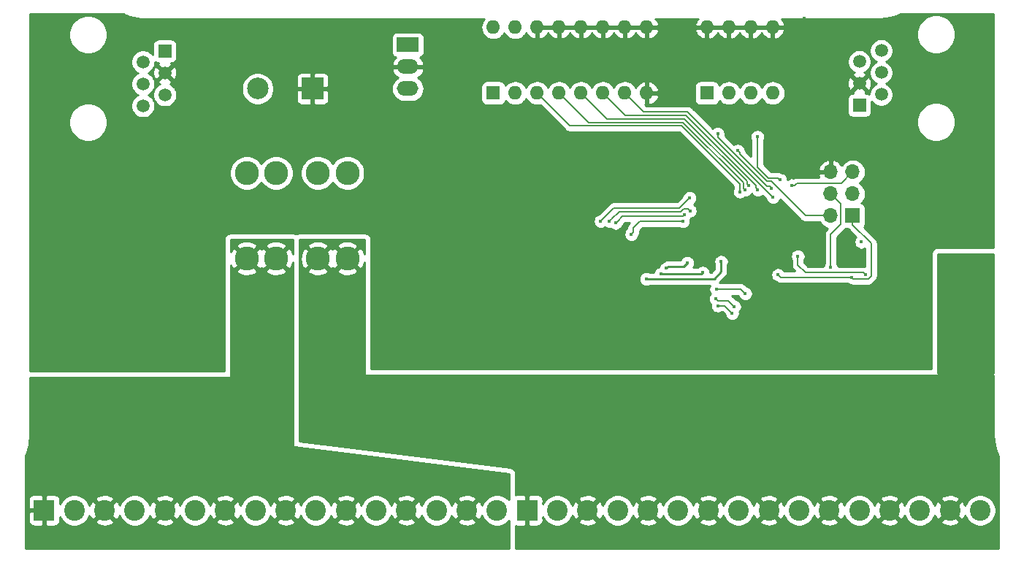
<source format=gbr>
G04 #@! TF.GenerationSoftware,KiCad,Pcbnew,(5.1.2)-2*
G04 #@! TF.CreationDate,2019-08-10T22:07:06-04:00*
G04 #@! TF.ProjectId,midi-solenoid-driver,6d696469-2d73-46f6-9c65-6e6f69642d64,rev?*
G04 #@! TF.SameCoordinates,Original*
G04 #@! TF.FileFunction,Copper,L2,Bot*
G04 #@! TF.FilePolarity,Positive*
%FSLAX46Y46*%
G04 Gerber Fmt 4.6, Leading zero omitted, Abs format (unit mm)*
G04 Created by KiCad (PCBNEW (5.1.2)-2) date 2019-08-10 22:07:06*
%MOMM*%
%LPD*%
G04 APERTURE LIST*
%ADD10C,2.780000*%
%ADD11R,1.600000X1.600000*%
%ADD12O,1.600000X1.600000*%
%ADD13R,2.500000X1.700000*%
%ADD14O,2.500000X1.700000*%
%ADD15R,1.700000X1.700000*%
%ADD16O,1.700000X1.700000*%
%ADD17C,1.520000*%
%ADD18R,1.520000X1.520000*%
%ADD19R,2.400000X2.400000*%
%ADD20C,2.400000*%
%ADD21R,2.500000X2.500000*%
%ADD22C,2.500000*%
%ADD23C,0.450000*%
%ADD24C,0.203200*%
%ADD25C,0.250000*%
%ADD26C,0.254000*%
G04 APERTURE END LIST*
D10*
X273529000Y-104126000D03*
X270129000Y-104126000D03*
X273529000Y-114046000D03*
X270129000Y-114046000D03*
X278384000Y-114046000D03*
X281784000Y-114046000D03*
X278384000Y-104126000D03*
X281784000Y-104126000D03*
D11*
X323469000Y-94869000D03*
D12*
X331089000Y-87249000D03*
X326009000Y-94869000D03*
X328549000Y-87249000D03*
X328549000Y-94869000D03*
X326009000Y-87249000D03*
X331089000Y-94869000D03*
X323469000Y-87249000D03*
D11*
X298704000Y-94869000D03*
D12*
X316484000Y-87249000D03*
X301244000Y-94869000D03*
X313944000Y-87249000D03*
X303784000Y-94869000D03*
X311404000Y-87249000D03*
X306324000Y-94869000D03*
X308864000Y-87249000D03*
X308864000Y-94869000D03*
X306324000Y-87249000D03*
X311404000Y-94869000D03*
X303784000Y-87249000D03*
X313944000Y-94869000D03*
X301244000Y-87249000D03*
X316484000Y-94869000D03*
X298704000Y-87249000D03*
D13*
X288798000Y-89281000D03*
D14*
X288798000Y-91821000D03*
X288798000Y-94361000D03*
D15*
X340360000Y-109093000D03*
D16*
X337820000Y-109093000D03*
X340360000Y-106553000D03*
X337820000Y-106553000D03*
X340360000Y-104013000D03*
X337820000Y-104013000D03*
D17*
X258094000Y-96350000D03*
X260634000Y-95080000D03*
X258094000Y-93810000D03*
X260634000Y-92540000D03*
X258094000Y-91270000D03*
D18*
X260634000Y-90000000D03*
X341134000Y-96300000D03*
D17*
X343674000Y-95030000D03*
X341134000Y-93760000D03*
X343674000Y-92490000D03*
X341134000Y-91220000D03*
X343674000Y-89950000D03*
D19*
X246634000Y-143256000D03*
D20*
X250134000Y-143256000D03*
X253634000Y-143256000D03*
X257134000Y-143256000D03*
X260634000Y-143256000D03*
X264134000Y-143256000D03*
X267634000Y-143256000D03*
X271134000Y-143256000D03*
X274634000Y-143256000D03*
X278134000Y-143256000D03*
X281634000Y-143256000D03*
X285134000Y-143256000D03*
X288634000Y-143256000D03*
X292134000Y-143256000D03*
X295634000Y-143256000D03*
X299134000Y-143256000D03*
X355134000Y-143256000D03*
X351634000Y-143256000D03*
X348134000Y-143256000D03*
X344634000Y-143256000D03*
X341134000Y-143256000D03*
X337634000Y-143256000D03*
X334134000Y-143256000D03*
X330634000Y-143256000D03*
X327134000Y-143256000D03*
X323634000Y-143256000D03*
X320134000Y-143256000D03*
X316634000Y-143256000D03*
X313134000Y-143256000D03*
X309634000Y-143256000D03*
X306134000Y-143256000D03*
D19*
X302634000Y-143256000D03*
D21*
X277749000Y-94361000D03*
D22*
X271399000Y-94361000D03*
D23*
X341376000Y-112141000D03*
X254762000Y-124714000D03*
X255524000Y-125730000D03*
X255524000Y-123698000D03*
X261620000Y-124714000D03*
X262382000Y-125730000D03*
X262382000Y-123698000D03*
X289560000Y-124714000D03*
X290322000Y-125730000D03*
X290322000Y-123698000D03*
X296672000Y-124714000D03*
X297434000Y-125730000D03*
X297434000Y-123698000D03*
X303784000Y-124714000D03*
X304546000Y-125730000D03*
X304546000Y-123698000D03*
X310642000Y-124714000D03*
X311404000Y-125730000D03*
X311404000Y-123698000D03*
X317754000Y-124714000D03*
X318516000Y-125730000D03*
X318516000Y-123698000D03*
X324612000Y-124714000D03*
X325374000Y-125730000D03*
X325374000Y-123698000D03*
X331724000Y-124714000D03*
X332486000Y-125730000D03*
X332486000Y-123698000D03*
X338582000Y-124714000D03*
X339344000Y-125730000D03*
X339344000Y-123698000D03*
X345694000Y-124714000D03*
X346456000Y-125730000D03*
X346456000Y-123698000D03*
X247904000Y-118364000D03*
X247904000Y-116840000D03*
X247904000Y-115062000D03*
X247904000Y-113284000D03*
X252222000Y-113284000D03*
X252222000Y-114808000D03*
X252222000Y-116586000D03*
X252222000Y-118364000D03*
X249936000Y-119634000D03*
X249936000Y-112522000D03*
X351536000Y-103632000D03*
X353822000Y-107188000D03*
X349250000Y-105664000D03*
X349504000Y-108966000D03*
X351790000Y-110998000D03*
X354330000Y-109982000D03*
X354076000Y-104140000D03*
X303784000Y-100838000D03*
X306324000Y-102108000D03*
X306324000Y-104648000D03*
X305562000Y-107696000D03*
X302768000Y-108458000D03*
X301498000Y-104648000D03*
X301752000Y-102108000D03*
X291338000Y-103251000D03*
X293624000Y-100203000D03*
X291338000Y-96393000D03*
X289052000Y-97917000D03*
X288798000Y-101727000D03*
X294132000Y-97409000D03*
X293370000Y-102997000D03*
X247650000Y-124714000D03*
X248412000Y-123698000D03*
X248412000Y-125730000D03*
X266954000Y-126746000D03*
X264922000Y-126746000D03*
X262890000Y-126746000D03*
X285242000Y-126619000D03*
X287020000Y-126619000D03*
X288544000Y-126619000D03*
X333502000Y-109347000D03*
X316738000Y-111760000D03*
X318262000Y-111760000D03*
X328930000Y-114300000D03*
X314198000Y-119888000D03*
X293116000Y-92583000D03*
X294259000Y-92583000D03*
X340106000Y-112141000D03*
X315976000Y-106680000D03*
X312547000Y-103759000D03*
X319334000Y-103956000D03*
X316738000Y-104521000D03*
X317500000Y-100711000D03*
X313182000Y-99949000D03*
X338328000Y-117856000D03*
X330835000Y-118999000D03*
X331470000Y-120650000D03*
X334645000Y-121031000D03*
X348996000Y-120269000D03*
X344678000Y-119634000D03*
X348996000Y-115062000D03*
X355854000Y-112395000D03*
X356489000Y-105029000D03*
X356489000Y-95631000D03*
X356362000Y-86741000D03*
X344678000Y-86487000D03*
X334772000Y-86233000D03*
X282321000Y-86487000D03*
X269240000Y-86487000D03*
X261112000Y-86487000D03*
X246380000Y-86487000D03*
X245364000Y-94107000D03*
X245364000Y-101727000D03*
X251934000Y-101756000D03*
X257834000Y-101856000D03*
X263034000Y-102756000D03*
X266334000Y-104756000D03*
X266700000Y-100076000D03*
X266827000Y-92964000D03*
X271907000Y-91313000D03*
X275717000Y-97756000D03*
X281686000Y-97756000D03*
X284353000Y-102362000D03*
X286134000Y-105256000D03*
X287528000Y-98806000D03*
X284226000Y-92710000D03*
X281432000Y-95504000D03*
X280670000Y-91313000D03*
X349313500Y-126746000D03*
X347599000Y-126746000D03*
X349123000Y-122491500D03*
X321887410Y-102250057D03*
X327031935Y-101558065D03*
X351028000Y-119634000D03*
X352552000Y-119634000D03*
X354330000Y-120142000D03*
X354330000Y-117856000D03*
X354330000Y-115824000D03*
X354330000Y-114046000D03*
X355600000Y-114808000D03*
X355600000Y-117094000D03*
X355600000Y-118872000D03*
X355600000Y-120650000D03*
X353568000Y-114808000D03*
X353568000Y-116840000D03*
X353568000Y-118618000D03*
X331724000Y-115951000D03*
X340214000Y-116223610D03*
X337820000Y-115062000D03*
X333334000Y-105556000D03*
X321452100Y-107045900D03*
X311150000Y-109728000D03*
X321499600Y-108522400D03*
X312175309Y-109737309D03*
X320872165Y-108940801D03*
X312884400Y-109938400D03*
X320702000Y-109728000D03*
X314706000Y-111252000D03*
X324720000Y-119526000D03*
X326390000Y-120396000D03*
X324504000Y-118726000D03*
X326644000Y-119634000D03*
X324542000Y-117602000D03*
X327914000Y-118110000D03*
X324718862Y-99596122D03*
X330969561Y-105936302D03*
X329311000Y-99947000D03*
X331956370Y-104933630D03*
X318770000Y-115189000D03*
X321183000Y-114554000D03*
X318138896Y-115854490D03*
X322961000Y-115697000D03*
X316429500Y-116404500D03*
X325120000Y-114427000D03*
X334010000Y-113792000D03*
X341814000Y-115894000D03*
X331134000Y-106956000D03*
X329360624Y-106077364D03*
X328336009Y-105622975D03*
X327900210Y-106105256D03*
X327284050Y-106312288D03*
D24*
X327256934Y-101783064D02*
X327031935Y-101558065D01*
X327256934Y-101949160D02*
X327256934Y-101783064D01*
X330419616Y-105111842D02*
X327256934Y-101949160D01*
X330889842Y-105111842D02*
X330419616Y-105111842D01*
X334871000Y-109093000D02*
X330889842Y-105111842D01*
X337820000Y-109093000D02*
X334871000Y-109093000D01*
X331996610Y-116223610D02*
X339895802Y-116223610D01*
X340360000Y-109093000D02*
X340360000Y-110146200D01*
X340360000Y-110146200D02*
X342519000Y-112305200D01*
X331724000Y-115951000D02*
X331996610Y-116223610D01*
X339895802Y-116223610D02*
X340214000Y-116223610D01*
X340438999Y-116448609D02*
X340214000Y-116223610D01*
X342148391Y-116448609D02*
X340438999Y-116448609D01*
X342519000Y-116078000D02*
X342148391Y-116448609D01*
X342519000Y-112305200D02*
X342519000Y-116078000D01*
X337820000Y-115062000D02*
X337820000Y-111252000D01*
X338669999Y-107402999D02*
X337820000Y-106553000D01*
X338971601Y-107704601D02*
X338669999Y-107402999D01*
X338971601Y-110100399D02*
X338971601Y-107704601D01*
X337820000Y-111252000D02*
X338971601Y-110100399D01*
X333652198Y-105556000D02*
X333334000Y-105556000D01*
X333852198Y-105356000D02*
X333652198Y-105556000D01*
X340360000Y-104013000D02*
X339017000Y-105356000D01*
X339017000Y-105356000D02*
X333852198Y-105356000D01*
X311374999Y-109503001D02*
X311150000Y-109728000D01*
X312674000Y-108204000D02*
X311374999Y-109503001D01*
X321452100Y-107045900D02*
X320294000Y-108204000D01*
X320294000Y-108204000D02*
X312674000Y-108204000D01*
X321274601Y-108297401D02*
X320770825Y-108297401D01*
X312400308Y-109512310D02*
X312175309Y-109737309D01*
X313305407Y-108607211D02*
X312400308Y-109512310D01*
X320461015Y-108607211D02*
X313305407Y-108607211D01*
X320770825Y-108297401D02*
X320461015Y-108607211D01*
X321499600Y-108522400D02*
X321274601Y-108297401D01*
X320872165Y-108940801D02*
X320647166Y-109165800D01*
X320647166Y-109165800D02*
X313657000Y-109165800D01*
X313657000Y-109165800D02*
X313109399Y-109713401D01*
X313109399Y-109713401D02*
X312884400Y-109938400D01*
X314930999Y-111027001D02*
X314706000Y-111252000D01*
X314930999Y-110519001D02*
X314930999Y-111027001D01*
X320702000Y-109728000D02*
X315722000Y-109728000D01*
X315722000Y-109728000D02*
X314930999Y-110519001D01*
X325520000Y-119526000D02*
X326390000Y-120396000D01*
X324720000Y-119526000D02*
X325520000Y-119526000D01*
X324728999Y-118950999D02*
X325960999Y-118950999D01*
X324504000Y-118726000D02*
X324728999Y-118950999D01*
X325960999Y-118950999D02*
X326644000Y-119634000D01*
X324542000Y-117602000D02*
X327406000Y-117602000D01*
X327406000Y-117602000D02*
X327914000Y-118110000D01*
X330440433Y-105711303D02*
X330744562Y-105711303D01*
X324718862Y-99989732D02*
X330440433Y-105711303D01*
X330744562Y-105711303D02*
X330969561Y-105936302D01*
X324718862Y-99596122D02*
X324718862Y-99989732D01*
X329311000Y-99947000D02*
X329311000Y-99947000D01*
X331731371Y-104708631D02*
X331956370Y-104933630D01*
X329311000Y-103433000D02*
X330586631Y-104708631D01*
X330586631Y-104708631D02*
X331731371Y-104708631D01*
X329311000Y-99947000D02*
X329311000Y-103433000D01*
D25*
X318994999Y-114964001D02*
X320772999Y-114964001D01*
X318770000Y-115189000D02*
X318994999Y-114964001D01*
X320772999Y-114964001D02*
X321183000Y-114554000D01*
X319501510Y-115854490D02*
X318138896Y-115854490D01*
X322961000Y-115697000D02*
X322803510Y-115854490D01*
X322803510Y-115854490D02*
X319501510Y-115854490D01*
X316429500Y-116404500D02*
X324285500Y-116404500D01*
X324285500Y-116404500D02*
X325120000Y-115570000D01*
X325120000Y-115570000D02*
X325120000Y-114427000D01*
D24*
X334899000Y-115697000D02*
X341617000Y-115697000D01*
X334010000Y-114808000D02*
X334899000Y-115697000D01*
X341617000Y-115697000D02*
X341814000Y-115894000D01*
X334010000Y-113792000D02*
X334010000Y-114808000D01*
X330889905Y-106731001D02*
X330909001Y-106731001D01*
X313944000Y-94869000D02*
X316141156Y-97066156D01*
X316141156Y-97066156D02*
X321225062Y-97066158D01*
X330909001Y-106731001D02*
X331134000Y-106956000D01*
X321225062Y-97066158D02*
X330889905Y-106731001D01*
X311404000Y-94869000D02*
X314004367Y-97469367D01*
X314004367Y-97469367D02*
X321058046Y-97469368D01*
X321058046Y-97469368D02*
X329135625Y-105546947D01*
X329135625Y-105852365D02*
X329360624Y-106077364D01*
X329135625Y-105546947D02*
X329135625Y-105852365D01*
X311867577Y-97872577D02*
X320891030Y-97872578D01*
X328111010Y-105092558D02*
X328111010Y-105397976D01*
X328111010Y-105397976D02*
X328336009Y-105622975D01*
X320891030Y-97872578D02*
X328111010Y-105092558D01*
X308864000Y-94869000D02*
X311867577Y-97872577D01*
X327687261Y-105892307D02*
X327900210Y-106105256D01*
X306324000Y-94869000D02*
X309730788Y-98275788D01*
X309730788Y-98275788D02*
X320724014Y-98275788D01*
X327687261Y-105239035D02*
X327687261Y-105892307D01*
X320724014Y-98275788D02*
X327687261Y-105239035D01*
X304583999Y-95668999D02*
X303784000Y-94869000D01*
X307593999Y-98678999D02*
X304583999Y-95668999D01*
X320556999Y-98678999D02*
X307593999Y-98678999D01*
X327284050Y-105406050D02*
X320556999Y-98678999D01*
X327284050Y-106312288D02*
X327284050Y-105406050D01*
D26*
G36*
X275507000Y-113578663D02*
G01*
X275390352Y-113223945D01*
X275246625Y-112955052D01*
X274942325Y-112812280D01*
X273708605Y-114046000D01*
X274942325Y-115279720D01*
X275246625Y-115136948D01*
X275426455Y-114780893D01*
X275507000Y-114491371D01*
X275507000Y-135756000D01*
X275509440Y-135780776D01*
X275516667Y-135804601D01*
X275528403Y-135826557D01*
X275544197Y-135845803D01*
X275563443Y-135861597D01*
X275585399Y-135873333D01*
X275617965Y-135881984D01*
X300507000Y-139049860D01*
X300507000Y-142033918D01*
X300303744Y-141830662D01*
X300003199Y-141629844D01*
X299669250Y-141491518D01*
X299314732Y-141421000D01*
X298953268Y-141421000D01*
X298598750Y-141491518D01*
X298264801Y-141629844D01*
X297964256Y-141830662D01*
X297708662Y-142086256D01*
X297507844Y-142386801D01*
X297380810Y-142693489D01*
X297315846Y-142500167D01*
X297196836Y-142277514D01*
X296911980Y-142157626D01*
X295813605Y-143256000D01*
X296911980Y-144354374D01*
X297196836Y-144234486D01*
X297357699Y-143910790D01*
X297381969Y-143821310D01*
X297507844Y-144125199D01*
X297708662Y-144425744D01*
X297964256Y-144681338D01*
X298264801Y-144882156D01*
X298598750Y-145020482D01*
X298953268Y-145091000D01*
X299314732Y-145091000D01*
X299669250Y-145020482D01*
X300003199Y-144882156D01*
X300303744Y-144681338D01*
X300507000Y-144478082D01*
X300507000Y-147676000D01*
X244475000Y-147676000D01*
X244475000Y-144456000D01*
X244795928Y-144456000D01*
X244808188Y-144580482D01*
X244844498Y-144700180D01*
X244903463Y-144810494D01*
X244982815Y-144907185D01*
X245079506Y-144986537D01*
X245189820Y-145045502D01*
X245309518Y-145081812D01*
X245434000Y-145094072D01*
X246348250Y-145091000D01*
X246507000Y-144932250D01*
X246507000Y-143383000D01*
X244957750Y-143383000D01*
X244799000Y-143541750D01*
X244795928Y-144456000D01*
X244475000Y-144456000D01*
X244475000Y-142056000D01*
X244795928Y-142056000D01*
X244799000Y-142970250D01*
X244957750Y-143129000D01*
X246507000Y-143129000D01*
X246507000Y-141579750D01*
X246761000Y-141579750D01*
X246761000Y-143129000D01*
X246781000Y-143129000D01*
X246781000Y-143383000D01*
X246761000Y-143383000D01*
X246761000Y-144932250D01*
X246919750Y-145091000D01*
X247834000Y-145094072D01*
X247958482Y-145081812D01*
X248078180Y-145045502D01*
X248188494Y-144986537D01*
X248285185Y-144907185D01*
X248364537Y-144810494D01*
X248423502Y-144700180D01*
X248459812Y-144580482D01*
X248472072Y-144456000D01*
X248470659Y-144035426D01*
X248507844Y-144125199D01*
X248708662Y-144425744D01*
X248964256Y-144681338D01*
X249264801Y-144882156D01*
X249598750Y-145020482D01*
X249953268Y-145091000D01*
X250314732Y-145091000D01*
X250669250Y-145020482D01*
X251003199Y-144882156D01*
X251303744Y-144681338D01*
X251451102Y-144533980D01*
X252535626Y-144533980D01*
X252655514Y-144818836D01*
X252979210Y-144979699D01*
X253328069Y-145074322D01*
X253688684Y-145099067D01*
X254047198Y-145052985D01*
X254389833Y-144937846D01*
X254612486Y-144818836D01*
X254732374Y-144533980D01*
X253634000Y-143435605D01*
X252535626Y-144533980D01*
X251451102Y-144533980D01*
X251559338Y-144425744D01*
X251760156Y-144125199D01*
X251887190Y-143818511D01*
X251952154Y-144011833D01*
X252071164Y-144234486D01*
X252356020Y-144354374D01*
X253454395Y-143256000D01*
X253813605Y-143256000D01*
X254911980Y-144354374D01*
X255196836Y-144234486D01*
X255357699Y-143910790D01*
X255381969Y-143821310D01*
X255507844Y-144125199D01*
X255708662Y-144425744D01*
X255964256Y-144681338D01*
X256264801Y-144882156D01*
X256598750Y-145020482D01*
X256953268Y-145091000D01*
X257314732Y-145091000D01*
X257669250Y-145020482D01*
X258003199Y-144882156D01*
X258303744Y-144681338D01*
X258451102Y-144533980D01*
X259535626Y-144533980D01*
X259655514Y-144818836D01*
X259979210Y-144979699D01*
X260328069Y-145074322D01*
X260688684Y-145099067D01*
X261047198Y-145052985D01*
X261389833Y-144937846D01*
X261612486Y-144818836D01*
X261732374Y-144533980D01*
X260634000Y-143435605D01*
X259535626Y-144533980D01*
X258451102Y-144533980D01*
X258559338Y-144425744D01*
X258760156Y-144125199D01*
X258887190Y-143818511D01*
X258952154Y-144011833D01*
X259071164Y-144234486D01*
X259356020Y-144354374D01*
X260454395Y-143256000D01*
X260813605Y-143256000D01*
X261911980Y-144354374D01*
X262196836Y-144234486D01*
X262357699Y-143910790D01*
X262381969Y-143821310D01*
X262507844Y-144125199D01*
X262708662Y-144425744D01*
X262964256Y-144681338D01*
X263264801Y-144882156D01*
X263598750Y-145020482D01*
X263953268Y-145091000D01*
X264314732Y-145091000D01*
X264669250Y-145020482D01*
X265003199Y-144882156D01*
X265303744Y-144681338D01*
X265451102Y-144533980D01*
X266535626Y-144533980D01*
X266655514Y-144818836D01*
X266979210Y-144979699D01*
X267328069Y-145074322D01*
X267688684Y-145099067D01*
X268047198Y-145052985D01*
X268389833Y-144937846D01*
X268612486Y-144818836D01*
X268732374Y-144533980D01*
X267634000Y-143435605D01*
X266535626Y-144533980D01*
X265451102Y-144533980D01*
X265559338Y-144425744D01*
X265760156Y-144125199D01*
X265887190Y-143818511D01*
X265952154Y-144011833D01*
X266071164Y-144234486D01*
X266356020Y-144354374D01*
X267454395Y-143256000D01*
X267813605Y-143256000D01*
X268911980Y-144354374D01*
X269196836Y-144234486D01*
X269357699Y-143910790D01*
X269381969Y-143821310D01*
X269507844Y-144125199D01*
X269708662Y-144425744D01*
X269964256Y-144681338D01*
X270264801Y-144882156D01*
X270598750Y-145020482D01*
X270953268Y-145091000D01*
X271314732Y-145091000D01*
X271669250Y-145020482D01*
X272003199Y-144882156D01*
X272303744Y-144681338D01*
X272451102Y-144533980D01*
X273535626Y-144533980D01*
X273655514Y-144818836D01*
X273979210Y-144979699D01*
X274328069Y-145074322D01*
X274688684Y-145099067D01*
X275047198Y-145052985D01*
X275389833Y-144937846D01*
X275612486Y-144818836D01*
X275732374Y-144533980D01*
X274634000Y-143435605D01*
X273535626Y-144533980D01*
X272451102Y-144533980D01*
X272559338Y-144425744D01*
X272760156Y-144125199D01*
X272887190Y-143818511D01*
X272952154Y-144011833D01*
X273071164Y-144234486D01*
X273356020Y-144354374D01*
X274454395Y-143256000D01*
X274813605Y-143256000D01*
X275911980Y-144354374D01*
X276196836Y-144234486D01*
X276357699Y-143910790D01*
X276381969Y-143821310D01*
X276507844Y-144125199D01*
X276708662Y-144425744D01*
X276964256Y-144681338D01*
X277264801Y-144882156D01*
X277598750Y-145020482D01*
X277953268Y-145091000D01*
X278314732Y-145091000D01*
X278669250Y-145020482D01*
X279003199Y-144882156D01*
X279303744Y-144681338D01*
X279451102Y-144533980D01*
X280535626Y-144533980D01*
X280655514Y-144818836D01*
X280979210Y-144979699D01*
X281328069Y-145074322D01*
X281688684Y-145099067D01*
X282047198Y-145052985D01*
X282389833Y-144937846D01*
X282612486Y-144818836D01*
X282732374Y-144533980D01*
X281634000Y-143435605D01*
X280535626Y-144533980D01*
X279451102Y-144533980D01*
X279559338Y-144425744D01*
X279760156Y-144125199D01*
X279887190Y-143818511D01*
X279952154Y-144011833D01*
X280071164Y-144234486D01*
X280356020Y-144354374D01*
X281454395Y-143256000D01*
X281813605Y-143256000D01*
X282911980Y-144354374D01*
X283196836Y-144234486D01*
X283357699Y-143910790D01*
X283381969Y-143821310D01*
X283507844Y-144125199D01*
X283708662Y-144425744D01*
X283964256Y-144681338D01*
X284264801Y-144882156D01*
X284598750Y-145020482D01*
X284953268Y-145091000D01*
X285314732Y-145091000D01*
X285669250Y-145020482D01*
X286003199Y-144882156D01*
X286303744Y-144681338D01*
X286451102Y-144533980D01*
X287535626Y-144533980D01*
X287655514Y-144818836D01*
X287979210Y-144979699D01*
X288328069Y-145074322D01*
X288688684Y-145099067D01*
X289047198Y-145052985D01*
X289389833Y-144937846D01*
X289612486Y-144818836D01*
X289732374Y-144533980D01*
X288634000Y-143435605D01*
X287535626Y-144533980D01*
X286451102Y-144533980D01*
X286559338Y-144425744D01*
X286760156Y-144125199D01*
X286887190Y-143818511D01*
X286952154Y-144011833D01*
X287071164Y-144234486D01*
X287356020Y-144354374D01*
X288454395Y-143256000D01*
X288813605Y-143256000D01*
X289911980Y-144354374D01*
X290196836Y-144234486D01*
X290357699Y-143910790D01*
X290381969Y-143821310D01*
X290507844Y-144125199D01*
X290708662Y-144425744D01*
X290964256Y-144681338D01*
X291264801Y-144882156D01*
X291598750Y-145020482D01*
X291953268Y-145091000D01*
X292314732Y-145091000D01*
X292669250Y-145020482D01*
X293003199Y-144882156D01*
X293303744Y-144681338D01*
X293451102Y-144533980D01*
X294535626Y-144533980D01*
X294655514Y-144818836D01*
X294979210Y-144979699D01*
X295328069Y-145074322D01*
X295688684Y-145099067D01*
X296047198Y-145052985D01*
X296389833Y-144937846D01*
X296612486Y-144818836D01*
X296732374Y-144533980D01*
X295634000Y-143435605D01*
X294535626Y-144533980D01*
X293451102Y-144533980D01*
X293559338Y-144425744D01*
X293760156Y-144125199D01*
X293887190Y-143818511D01*
X293952154Y-144011833D01*
X294071164Y-144234486D01*
X294356020Y-144354374D01*
X295454395Y-143256000D01*
X294356020Y-142157626D01*
X294071164Y-142277514D01*
X293910301Y-142601210D01*
X293886031Y-142690690D01*
X293760156Y-142386801D01*
X293559338Y-142086256D01*
X293451102Y-141978020D01*
X294535626Y-141978020D01*
X295634000Y-143076395D01*
X296732374Y-141978020D01*
X296612486Y-141693164D01*
X296288790Y-141532301D01*
X295939931Y-141437678D01*
X295579316Y-141412933D01*
X295220802Y-141459015D01*
X294878167Y-141574154D01*
X294655514Y-141693164D01*
X294535626Y-141978020D01*
X293451102Y-141978020D01*
X293303744Y-141830662D01*
X293003199Y-141629844D01*
X292669250Y-141491518D01*
X292314732Y-141421000D01*
X291953268Y-141421000D01*
X291598750Y-141491518D01*
X291264801Y-141629844D01*
X290964256Y-141830662D01*
X290708662Y-142086256D01*
X290507844Y-142386801D01*
X290380810Y-142693489D01*
X290315846Y-142500167D01*
X290196836Y-142277514D01*
X289911980Y-142157626D01*
X288813605Y-143256000D01*
X288454395Y-143256000D01*
X287356020Y-142157626D01*
X287071164Y-142277514D01*
X286910301Y-142601210D01*
X286886031Y-142690690D01*
X286760156Y-142386801D01*
X286559338Y-142086256D01*
X286451102Y-141978020D01*
X287535626Y-141978020D01*
X288634000Y-143076395D01*
X289732374Y-141978020D01*
X289612486Y-141693164D01*
X289288790Y-141532301D01*
X288939931Y-141437678D01*
X288579316Y-141412933D01*
X288220802Y-141459015D01*
X287878167Y-141574154D01*
X287655514Y-141693164D01*
X287535626Y-141978020D01*
X286451102Y-141978020D01*
X286303744Y-141830662D01*
X286003199Y-141629844D01*
X285669250Y-141491518D01*
X285314732Y-141421000D01*
X284953268Y-141421000D01*
X284598750Y-141491518D01*
X284264801Y-141629844D01*
X283964256Y-141830662D01*
X283708662Y-142086256D01*
X283507844Y-142386801D01*
X283380810Y-142693489D01*
X283315846Y-142500167D01*
X283196836Y-142277514D01*
X282911980Y-142157626D01*
X281813605Y-143256000D01*
X281454395Y-143256000D01*
X280356020Y-142157626D01*
X280071164Y-142277514D01*
X279910301Y-142601210D01*
X279886031Y-142690690D01*
X279760156Y-142386801D01*
X279559338Y-142086256D01*
X279451102Y-141978020D01*
X280535626Y-141978020D01*
X281634000Y-143076395D01*
X282732374Y-141978020D01*
X282612486Y-141693164D01*
X282288790Y-141532301D01*
X281939931Y-141437678D01*
X281579316Y-141412933D01*
X281220802Y-141459015D01*
X280878167Y-141574154D01*
X280655514Y-141693164D01*
X280535626Y-141978020D01*
X279451102Y-141978020D01*
X279303744Y-141830662D01*
X279003199Y-141629844D01*
X278669250Y-141491518D01*
X278314732Y-141421000D01*
X277953268Y-141421000D01*
X277598750Y-141491518D01*
X277264801Y-141629844D01*
X276964256Y-141830662D01*
X276708662Y-142086256D01*
X276507844Y-142386801D01*
X276380810Y-142693489D01*
X276315846Y-142500167D01*
X276196836Y-142277514D01*
X275911980Y-142157626D01*
X274813605Y-143256000D01*
X274454395Y-143256000D01*
X273356020Y-142157626D01*
X273071164Y-142277514D01*
X272910301Y-142601210D01*
X272886031Y-142690690D01*
X272760156Y-142386801D01*
X272559338Y-142086256D01*
X272451102Y-141978020D01*
X273535626Y-141978020D01*
X274634000Y-143076395D01*
X275732374Y-141978020D01*
X275612486Y-141693164D01*
X275288790Y-141532301D01*
X274939931Y-141437678D01*
X274579316Y-141412933D01*
X274220802Y-141459015D01*
X273878167Y-141574154D01*
X273655514Y-141693164D01*
X273535626Y-141978020D01*
X272451102Y-141978020D01*
X272303744Y-141830662D01*
X272003199Y-141629844D01*
X271669250Y-141491518D01*
X271314732Y-141421000D01*
X270953268Y-141421000D01*
X270598750Y-141491518D01*
X270264801Y-141629844D01*
X269964256Y-141830662D01*
X269708662Y-142086256D01*
X269507844Y-142386801D01*
X269380810Y-142693489D01*
X269315846Y-142500167D01*
X269196836Y-142277514D01*
X268911980Y-142157626D01*
X267813605Y-143256000D01*
X267454395Y-143256000D01*
X266356020Y-142157626D01*
X266071164Y-142277514D01*
X265910301Y-142601210D01*
X265886031Y-142690690D01*
X265760156Y-142386801D01*
X265559338Y-142086256D01*
X265451102Y-141978020D01*
X266535626Y-141978020D01*
X267634000Y-143076395D01*
X268732374Y-141978020D01*
X268612486Y-141693164D01*
X268288790Y-141532301D01*
X267939931Y-141437678D01*
X267579316Y-141412933D01*
X267220802Y-141459015D01*
X266878167Y-141574154D01*
X266655514Y-141693164D01*
X266535626Y-141978020D01*
X265451102Y-141978020D01*
X265303744Y-141830662D01*
X265003199Y-141629844D01*
X264669250Y-141491518D01*
X264314732Y-141421000D01*
X263953268Y-141421000D01*
X263598750Y-141491518D01*
X263264801Y-141629844D01*
X262964256Y-141830662D01*
X262708662Y-142086256D01*
X262507844Y-142386801D01*
X262380810Y-142693489D01*
X262315846Y-142500167D01*
X262196836Y-142277514D01*
X261911980Y-142157626D01*
X260813605Y-143256000D01*
X260454395Y-143256000D01*
X259356020Y-142157626D01*
X259071164Y-142277514D01*
X258910301Y-142601210D01*
X258886031Y-142690690D01*
X258760156Y-142386801D01*
X258559338Y-142086256D01*
X258451102Y-141978020D01*
X259535626Y-141978020D01*
X260634000Y-143076395D01*
X261732374Y-141978020D01*
X261612486Y-141693164D01*
X261288790Y-141532301D01*
X260939931Y-141437678D01*
X260579316Y-141412933D01*
X260220802Y-141459015D01*
X259878167Y-141574154D01*
X259655514Y-141693164D01*
X259535626Y-141978020D01*
X258451102Y-141978020D01*
X258303744Y-141830662D01*
X258003199Y-141629844D01*
X257669250Y-141491518D01*
X257314732Y-141421000D01*
X256953268Y-141421000D01*
X256598750Y-141491518D01*
X256264801Y-141629844D01*
X255964256Y-141830662D01*
X255708662Y-142086256D01*
X255507844Y-142386801D01*
X255380810Y-142693489D01*
X255315846Y-142500167D01*
X255196836Y-142277514D01*
X254911980Y-142157626D01*
X253813605Y-143256000D01*
X253454395Y-143256000D01*
X252356020Y-142157626D01*
X252071164Y-142277514D01*
X251910301Y-142601210D01*
X251886031Y-142690690D01*
X251760156Y-142386801D01*
X251559338Y-142086256D01*
X251451102Y-141978020D01*
X252535626Y-141978020D01*
X253634000Y-143076395D01*
X254732374Y-141978020D01*
X254612486Y-141693164D01*
X254288790Y-141532301D01*
X253939931Y-141437678D01*
X253579316Y-141412933D01*
X253220802Y-141459015D01*
X252878167Y-141574154D01*
X252655514Y-141693164D01*
X252535626Y-141978020D01*
X251451102Y-141978020D01*
X251303744Y-141830662D01*
X251003199Y-141629844D01*
X250669250Y-141491518D01*
X250314732Y-141421000D01*
X249953268Y-141421000D01*
X249598750Y-141491518D01*
X249264801Y-141629844D01*
X248964256Y-141830662D01*
X248708662Y-142086256D01*
X248507844Y-142386801D01*
X248470659Y-142476574D01*
X248472072Y-142056000D01*
X248459812Y-141931518D01*
X248423502Y-141811820D01*
X248364537Y-141701506D01*
X248285185Y-141604815D01*
X248188494Y-141525463D01*
X248078180Y-141466498D01*
X247958482Y-141430188D01*
X247834000Y-141417928D01*
X246919750Y-141421000D01*
X246761000Y-141579750D01*
X246507000Y-141579750D01*
X246348250Y-141421000D01*
X245434000Y-141417928D01*
X245309518Y-141430188D01*
X245189820Y-141466498D01*
X245079506Y-141525463D01*
X244982815Y-141604815D01*
X244903463Y-141701506D01*
X244844498Y-141811820D01*
X244808188Y-141931518D01*
X244795928Y-142056000D01*
X244475000Y-142056000D01*
X244475000Y-136883199D01*
X244624443Y-136580158D01*
X244643001Y-136531811D01*
X244662820Y-136483966D01*
X244667727Y-136467399D01*
X244903681Y-135630770D01*
X244913117Y-135579856D01*
X244923886Y-135529194D01*
X244925692Y-135512010D01*
X245005036Y-134648516D01*
X245008000Y-134618419D01*
X245008000Y-127888834D01*
X268134032Y-127883000D01*
X268158808Y-127880553D01*
X268182630Y-127873320D01*
X268204584Y-127861579D01*
X268223825Y-127845780D01*
X268239614Y-127826531D01*
X268251345Y-127804571D01*
X268258566Y-127780745D01*
X268261000Y-127756000D01*
X268261000Y-115459325D01*
X268895280Y-115459325D01*
X269038052Y-115763625D01*
X269394107Y-115943455D01*
X269778402Y-116050366D01*
X270176171Y-116080251D01*
X270572128Y-116031961D01*
X270951055Y-115907352D01*
X271219948Y-115763625D01*
X271362720Y-115459325D01*
X272295280Y-115459325D01*
X272438052Y-115763625D01*
X272794107Y-115943455D01*
X273178402Y-116050366D01*
X273576171Y-116080251D01*
X273972128Y-116031961D01*
X274351055Y-115907352D01*
X274619948Y-115763625D01*
X274762720Y-115459325D01*
X273529000Y-114225605D01*
X272295280Y-115459325D01*
X271362720Y-115459325D01*
X270129000Y-114225605D01*
X268895280Y-115459325D01*
X268261000Y-115459325D01*
X268261000Y-114847839D01*
X268267648Y-114868055D01*
X268411375Y-115136948D01*
X268715675Y-115279720D01*
X269949395Y-114046000D01*
X270308605Y-114046000D01*
X271542325Y-115279720D01*
X271829000Y-115145217D01*
X272115675Y-115279720D01*
X273349395Y-114046000D01*
X272115675Y-112812280D01*
X271829000Y-112946783D01*
X271542325Y-112812280D01*
X270308605Y-114046000D01*
X269949395Y-114046000D01*
X268715675Y-112812280D01*
X268411375Y-112955052D01*
X268261000Y-113252787D01*
X268261000Y-112632675D01*
X268895280Y-112632675D01*
X270129000Y-113866395D01*
X271362720Y-112632675D01*
X272295280Y-112632675D01*
X273529000Y-113866395D01*
X274762720Y-112632675D01*
X274619948Y-112328375D01*
X274263893Y-112148545D01*
X273879598Y-112041634D01*
X273481829Y-112011749D01*
X273085872Y-112060039D01*
X272706945Y-112184648D01*
X272438052Y-112328375D01*
X272295280Y-112632675D01*
X271362720Y-112632675D01*
X271219948Y-112328375D01*
X270863893Y-112148545D01*
X270479598Y-112041634D01*
X270081829Y-112011749D01*
X269685872Y-112060039D01*
X269306945Y-112184648D01*
X269038052Y-112328375D01*
X268895280Y-112632675D01*
X268261000Y-112632675D01*
X268261000Y-111883000D01*
X275507000Y-111883000D01*
X275507000Y-113578663D01*
X275507000Y-113578663D01*
G37*
X275507000Y-113578663D02*
X275390352Y-113223945D01*
X275246625Y-112955052D01*
X274942325Y-112812280D01*
X273708605Y-114046000D01*
X274942325Y-115279720D01*
X275246625Y-115136948D01*
X275426455Y-114780893D01*
X275507000Y-114491371D01*
X275507000Y-135756000D01*
X275509440Y-135780776D01*
X275516667Y-135804601D01*
X275528403Y-135826557D01*
X275544197Y-135845803D01*
X275563443Y-135861597D01*
X275585399Y-135873333D01*
X275617965Y-135881984D01*
X300507000Y-139049860D01*
X300507000Y-142033918D01*
X300303744Y-141830662D01*
X300003199Y-141629844D01*
X299669250Y-141491518D01*
X299314732Y-141421000D01*
X298953268Y-141421000D01*
X298598750Y-141491518D01*
X298264801Y-141629844D01*
X297964256Y-141830662D01*
X297708662Y-142086256D01*
X297507844Y-142386801D01*
X297380810Y-142693489D01*
X297315846Y-142500167D01*
X297196836Y-142277514D01*
X296911980Y-142157626D01*
X295813605Y-143256000D01*
X296911980Y-144354374D01*
X297196836Y-144234486D01*
X297357699Y-143910790D01*
X297381969Y-143821310D01*
X297507844Y-144125199D01*
X297708662Y-144425744D01*
X297964256Y-144681338D01*
X298264801Y-144882156D01*
X298598750Y-145020482D01*
X298953268Y-145091000D01*
X299314732Y-145091000D01*
X299669250Y-145020482D01*
X300003199Y-144882156D01*
X300303744Y-144681338D01*
X300507000Y-144478082D01*
X300507000Y-147676000D01*
X244475000Y-147676000D01*
X244475000Y-144456000D01*
X244795928Y-144456000D01*
X244808188Y-144580482D01*
X244844498Y-144700180D01*
X244903463Y-144810494D01*
X244982815Y-144907185D01*
X245079506Y-144986537D01*
X245189820Y-145045502D01*
X245309518Y-145081812D01*
X245434000Y-145094072D01*
X246348250Y-145091000D01*
X246507000Y-144932250D01*
X246507000Y-143383000D01*
X244957750Y-143383000D01*
X244799000Y-143541750D01*
X244795928Y-144456000D01*
X244475000Y-144456000D01*
X244475000Y-142056000D01*
X244795928Y-142056000D01*
X244799000Y-142970250D01*
X244957750Y-143129000D01*
X246507000Y-143129000D01*
X246507000Y-141579750D01*
X246761000Y-141579750D01*
X246761000Y-143129000D01*
X246781000Y-143129000D01*
X246781000Y-143383000D01*
X246761000Y-143383000D01*
X246761000Y-144932250D01*
X246919750Y-145091000D01*
X247834000Y-145094072D01*
X247958482Y-145081812D01*
X248078180Y-145045502D01*
X248188494Y-144986537D01*
X248285185Y-144907185D01*
X248364537Y-144810494D01*
X248423502Y-144700180D01*
X248459812Y-144580482D01*
X248472072Y-144456000D01*
X248470659Y-144035426D01*
X248507844Y-144125199D01*
X248708662Y-144425744D01*
X248964256Y-144681338D01*
X249264801Y-144882156D01*
X249598750Y-145020482D01*
X249953268Y-145091000D01*
X250314732Y-145091000D01*
X250669250Y-145020482D01*
X251003199Y-144882156D01*
X251303744Y-144681338D01*
X251451102Y-144533980D01*
X252535626Y-144533980D01*
X252655514Y-144818836D01*
X252979210Y-144979699D01*
X253328069Y-145074322D01*
X253688684Y-145099067D01*
X254047198Y-145052985D01*
X254389833Y-144937846D01*
X254612486Y-144818836D01*
X254732374Y-144533980D01*
X253634000Y-143435605D01*
X252535626Y-144533980D01*
X251451102Y-144533980D01*
X251559338Y-144425744D01*
X251760156Y-144125199D01*
X251887190Y-143818511D01*
X251952154Y-144011833D01*
X252071164Y-144234486D01*
X252356020Y-144354374D01*
X253454395Y-143256000D01*
X253813605Y-143256000D01*
X254911980Y-144354374D01*
X255196836Y-144234486D01*
X255357699Y-143910790D01*
X255381969Y-143821310D01*
X255507844Y-144125199D01*
X255708662Y-144425744D01*
X255964256Y-144681338D01*
X256264801Y-144882156D01*
X256598750Y-145020482D01*
X256953268Y-145091000D01*
X257314732Y-145091000D01*
X257669250Y-145020482D01*
X258003199Y-144882156D01*
X258303744Y-144681338D01*
X258451102Y-144533980D01*
X259535626Y-144533980D01*
X259655514Y-144818836D01*
X259979210Y-144979699D01*
X260328069Y-145074322D01*
X260688684Y-145099067D01*
X261047198Y-145052985D01*
X261389833Y-144937846D01*
X261612486Y-144818836D01*
X261732374Y-144533980D01*
X260634000Y-143435605D01*
X259535626Y-144533980D01*
X258451102Y-144533980D01*
X258559338Y-144425744D01*
X258760156Y-144125199D01*
X258887190Y-143818511D01*
X258952154Y-144011833D01*
X259071164Y-144234486D01*
X259356020Y-144354374D01*
X260454395Y-143256000D01*
X260813605Y-143256000D01*
X261911980Y-144354374D01*
X262196836Y-144234486D01*
X262357699Y-143910790D01*
X262381969Y-143821310D01*
X262507844Y-144125199D01*
X262708662Y-144425744D01*
X262964256Y-144681338D01*
X263264801Y-144882156D01*
X263598750Y-145020482D01*
X263953268Y-145091000D01*
X264314732Y-145091000D01*
X264669250Y-145020482D01*
X265003199Y-144882156D01*
X265303744Y-144681338D01*
X265451102Y-144533980D01*
X266535626Y-144533980D01*
X266655514Y-144818836D01*
X266979210Y-144979699D01*
X267328069Y-145074322D01*
X267688684Y-145099067D01*
X268047198Y-145052985D01*
X268389833Y-144937846D01*
X268612486Y-144818836D01*
X268732374Y-144533980D01*
X267634000Y-143435605D01*
X266535626Y-144533980D01*
X265451102Y-144533980D01*
X265559338Y-144425744D01*
X265760156Y-144125199D01*
X265887190Y-143818511D01*
X265952154Y-144011833D01*
X266071164Y-144234486D01*
X266356020Y-144354374D01*
X267454395Y-143256000D01*
X267813605Y-143256000D01*
X268911980Y-144354374D01*
X269196836Y-144234486D01*
X269357699Y-143910790D01*
X269381969Y-143821310D01*
X269507844Y-144125199D01*
X269708662Y-144425744D01*
X269964256Y-144681338D01*
X270264801Y-144882156D01*
X270598750Y-145020482D01*
X270953268Y-145091000D01*
X271314732Y-145091000D01*
X271669250Y-145020482D01*
X272003199Y-144882156D01*
X272303744Y-144681338D01*
X272451102Y-144533980D01*
X273535626Y-144533980D01*
X273655514Y-144818836D01*
X273979210Y-144979699D01*
X274328069Y-145074322D01*
X274688684Y-145099067D01*
X275047198Y-145052985D01*
X275389833Y-144937846D01*
X275612486Y-144818836D01*
X275732374Y-144533980D01*
X274634000Y-143435605D01*
X273535626Y-144533980D01*
X272451102Y-144533980D01*
X272559338Y-144425744D01*
X272760156Y-144125199D01*
X272887190Y-143818511D01*
X272952154Y-144011833D01*
X273071164Y-144234486D01*
X273356020Y-144354374D01*
X274454395Y-143256000D01*
X274813605Y-143256000D01*
X275911980Y-144354374D01*
X276196836Y-144234486D01*
X276357699Y-143910790D01*
X276381969Y-143821310D01*
X276507844Y-144125199D01*
X276708662Y-144425744D01*
X276964256Y-144681338D01*
X277264801Y-144882156D01*
X277598750Y-145020482D01*
X277953268Y-145091000D01*
X278314732Y-145091000D01*
X278669250Y-145020482D01*
X279003199Y-144882156D01*
X279303744Y-144681338D01*
X279451102Y-144533980D01*
X280535626Y-144533980D01*
X280655514Y-144818836D01*
X280979210Y-144979699D01*
X281328069Y-145074322D01*
X281688684Y-145099067D01*
X282047198Y-145052985D01*
X282389833Y-144937846D01*
X282612486Y-144818836D01*
X282732374Y-144533980D01*
X281634000Y-143435605D01*
X280535626Y-144533980D01*
X279451102Y-144533980D01*
X279559338Y-144425744D01*
X279760156Y-144125199D01*
X279887190Y-143818511D01*
X279952154Y-144011833D01*
X280071164Y-144234486D01*
X280356020Y-144354374D01*
X281454395Y-143256000D01*
X281813605Y-143256000D01*
X282911980Y-144354374D01*
X283196836Y-144234486D01*
X283357699Y-143910790D01*
X283381969Y-143821310D01*
X283507844Y-144125199D01*
X283708662Y-144425744D01*
X283964256Y-144681338D01*
X284264801Y-144882156D01*
X284598750Y-145020482D01*
X284953268Y-145091000D01*
X285314732Y-145091000D01*
X285669250Y-145020482D01*
X286003199Y-144882156D01*
X286303744Y-144681338D01*
X286451102Y-144533980D01*
X287535626Y-144533980D01*
X287655514Y-144818836D01*
X287979210Y-144979699D01*
X288328069Y-145074322D01*
X288688684Y-145099067D01*
X289047198Y-145052985D01*
X289389833Y-144937846D01*
X289612486Y-144818836D01*
X289732374Y-144533980D01*
X288634000Y-143435605D01*
X287535626Y-144533980D01*
X286451102Y-144533980D01*
X286559338Y-144425744D01*
X286760156Y-144125199D01*
X286887190Y-143818511D01*
X286952154Y-144011833D01*
X287071164Y-144234486D01*
X287356020Y-144354374D01*
X288454395Y-143256000D01*
X288813605Y-143256000D01*
X289911980Y-144354374D01*
X290196836Y-144234486D01*
X290357699Y-143910790D01*
X290381969Y-143821310D01*
X290507844Y-144125199D01*
X290708662Y-144425744D01*
X290964256Y-144681338D01*
X291264801Y-144882156D01*
X291598750Y-145020482D01*
X291953268Y-145091000D01*
X292314732Y-145091000D01*
X292669250Y-145020482D01*
X293003199Y-144882156D01*
X293303744Y-144681338D01*
X293451102Y-144533980D01*
X294535626Y-144533980D01*
X294655514Y-144818836D01*
X294979210Y-144979699D01*
X295328069Y-145074322D01*
X295688684Y-145099067D01*
X296047198Y-145052985D01*
X296389833Y-144937846D01*
X296612486Y-144818836D01*
X296732374Y-144533980D01*
X295634000Y-143435605D01*
X294535626Y-144533980D01*
X293451102Y-144533980D01*
X293559338Y-144425744D01*
X293760156Y-144125199D01*
X293887190Y-143818511D01*
X293952154Y-144011833D01*
X294071164Y-144234486D01*
X294356020Y-144354374D01*
X295454395Y-143256000D01*
X294356020Y-142157626D01*
X294071164Y-142277514D01*
X293910301Y-142601210D01*
X293886031Y-142690690D01*
X293760156Y-142386801D01*
X293559338Y-142086256D01*
X293451102Y-141978020D01*
X294535626Y-141978020D01*
X295634000Y-143076395D01*
X296732374Y-141978020D01*
X296612486Y-141693164D01*
X296288790Y-141532301D01*
X295939931Y-141437678D01*
X295579316Y-141412933D01*
X295220802Y-141459015D01*
X294878167Y-141574154D01*
X294655514Y-141693164D01*
X294535626Y-141978020D01*
X293451102Y-141978020D01*
X293303744Y-141830662D01*
X293003199Y-141629844D01*
X292669250Y-141491518D01*
X292314732Y-141421000D01*
X291953268Y-141421000D01*
X291598750Y-141491518D01*
X291264801Y-141629844D01*
X290964256Y-141830662D01*
X290708662Y-142086256D01*
X290507844Y-142386801D01*
X290380810Y-142693489D01*
X290315846Y-142500167D01*
X290196836Y-142277514D01*
X289911980Y-142157626D01*
X288813605Y-143256000D01*
X288454395Y-143256000D01*
X287356020Y-142157626D01*
X287071164Y-142277514D01*
X286910301Y-142601210D01*
X286886031Y-142690690D01*
X286760156Y-142386801D01*
X286559338Y-142086256D01*
X286451102Y-141978020D01*
X287535626Y-141978020D01*
X288634000Y-143076395D01*
X289732374Y-141978020D01*
X289612486Y-141693164D01*
X289288790Y-141532301D01*
X288939931Y-141437678D01*
X288579316Y-141412933D01*
X288220802Y-141459015D01*
X287878167Y-141574154D01*
X287655514Y-141693164D01*
X287535626Y-141978020D01*
X286451102Y-141978020D01*
X286303744Y-141830662D01*
X286003199Y-141629844D01*
X285669250Y-141491518D01*
X285314732Y-141421000D01*
X284953268Y-141421000D01*
X284598750Y-141491518D01*
X284264801Y-141629844D01*
X283964256Y-141830662D01*
X283708662Y-142086256D01*
X283507844Y-142386801D01*
X283380810Y-142693489D01*
X283315846Y-142500167D01*
X283196836Y-142277514D01*
X282911980Y-142157626D01*
X281813605Y-143256000D01*
X281454395Y-143256000D01*
X280356020Y-142157626D01*
X280071164Y-142277514D01*
X279910301Y-142601210D01*
X279886031Y-142690690D01*
X279760156Y-142386801D01*
X279559338Y-142086256D01*
X279451102Y-141978020D01*
X280535626Y-141978020D01*
X281634000Y-143076395D01*
X282732374Y-141978020D01*
X282612486Y-141693164D01*
X282288790Y-141532301D01*
X281939931Y-141437678D01*
X281579316Y-141412933D01*
X281220802Y-141459015D01*
X280878167Y-141574154D01*
X280655514Y-141693164D01*
X280535626Y-141978020D01*
X279451102Y-141978020D01*
X279303744Y-141830662D01*
X279003199Y-141629844D01*
X278669250Y-141491518D01*
X278314732Y-141421000D01*
X277953268Y-141421000D01*
X277598750Y-141491518D01*
X277264801Y-141629844D01*
X276964256Y-141830662D01*
X276708662Y-142086256D01*
X276507844Y-142386801D01*
X276380810Y-142693489D01*
X276315846Y-142500167D01*
X276196836Y-142277514D01*
X275911980Y-142157626D01*
X274813605Y-143256000D01*
X274454395Y-143256000D01*
X273356020Y-142157626D01*
X273071164Y-142277514D01*
X272910301Y-142601210D01*
X272886031Y-142690690D01*
X272760156Y-142386801D01*
X272559338Y-142086256D01*
X272451102Y-141978020D01*
X273535626Y-141978020D01*
X274634000Y-143076395D01*
X275732374Y-141978020D01*
X275612486Y-141693164D01*
X275288790Y-141532301D01*
X274939931Y-141437678D01*
X274579316Y-141412933D01*
X274220802Y-141459015D01*
X273878167Y-141574154D01*
X273655514Y-141693164D01*
X273535626Y-141978020D01*
X272451102Y-141978020D01*
X272303744Y-141830662D01*
X272003199Y-141629844D01*
X271669250Y-141491518D01*
X271314732Y-141421000D01*
X270953268Y-141421000D01*
X270598750Y-141491518D01*
X270264801Y-141629844D01*
X269964256Y-141830662D01*
X269708662Y-142086256D01*
X269507844Y-142386801D01*
X269380810Y-142693489D01*
X269315846Y-142500167D01*
X269196836Y-142277514D01*
X268911980Y-142157626D01*
X267813605Y-143256000D01*
X267454395Y-143256000D01*
X266356020Y-142157626D01*
X266071164Y-142277514D01*
X265910301Y-142601210D01*
X265886031Y-142690690D01*
X265760156Y-142386801D01*
X265559338Y-142086256D01*
X265451102Y-141978020D01*
X266535626Y-141978020D01*
X267634000Y-143076395D01*
X268732374Y-141978020D01*
X268612486Y-141693164D01*
X268288790Y-141532301D01*
X267939931Y-141437678D01*
X267579316Y-141412933D01*
X267220802Y-141459015D01*
X266878167Y-141574154D01*
X266655514Y-141693164D01*
X266535626Y-141978020D01*
X265451102Y-141978020D01*
X265303744Y-141830662D01*
X265003199Y-141629844D01*
X264669250Y-141491518D01*
X264314732Y-141421000D01*
X263953268Y-141421000D01*
X263598750Y-141491518D01*
X263264801Y-141629844D01*
X262964256Y-141830662D01*
X262708662Y-142086256D01*
X262507844Y-142386801D01*
X262380810Y-142693489D01*
X262315846Y-142500167D01*
X262196836Y-142277514D01*
X261911980Y-142157626D01*
X260813605Y-143256000D01*
X260454395Y-143256000D01*
X259356020Y-142157626D01*
X259071164Y-142277514D01*
X258910301Y-142601210D01*
X258886031Y-142690690D01*
X258760156Y-142386801D01*
X258559338Y-142086256D01*
X258451102Y-141978020D01*
X259535626Y-141978020D01*
X260634000Y-143076395D01*
X261732374Y-141978020D01*
X261612486Y-141693164D01*
X261288790Y-141532301D01*
X260939931Y-141437678D01*
X260579316Y-141412933D01*
X260220802Y-141459015D01*
X259878167Y-141574154D01*
X259655514Y-141693164D01*
X259535626Y-141978020D01*
X258451102Y-141978020D01*
X258303744Y-141830662D01*
X258003199Y-141629844D01*
X257669250Y-141491518D01*
X257314732Y-141421000D01*
X256953268Y-141421000D01*
X256598750Y-141491518D01*
X256264801Y-141629844D01*
X255964256Y-141830662D01*
X255708662Y-142086256D01*
X255507844Y-142386801D01*
X255380810Y-142693489D01*
X255315846Y-142500167D01*
X255196836Y-142277514D01*
X254911980Y-142157626D01*
X253813605Y-143256000D01*
X253454395Y-143256000D01*
X252356020Y-142157626D01*
X252071164Y-142277514D01*
X251910301Y-142601210D01*
X251886031Y-142690690D01*
X251760156Y-142386801D01*
X251559338Y-142086256D01*
X251451102Y-141978020D01*
X252535626Y-141978020D01*
X253634000Y-143076395D01*
X254732374Y-141978020D01*
X254612486Y-141693164D01*
X254288790Y-141532301D01*
X253939931Y-141437678D01*
X253579316Y-141412933D01*
X253220802Y-141459015D01*
X252878167Y-141574154D01*
X252655514Y-141693164D01*
X252535626Y-141978020D01*
X251451102Y-141978020D01*
X251303744Y-141830662D01*
X251003199Y-141629844D01*
X250669250Y-141491518D01*
X250314732Y-141421000D01*
X249953268Y-141421000D01*
X249598750Y-141491518D01*
X249264801Y-141629844D01*
X248964256Y-141830662D01*
X248708662Y-142086256D01*
X248507844Y-142386801D01*
X248470659Y-142476574D01*
X248472072Y-142056000D01*
X248459812Y-141931518D01*
X248423502Y-141811820D01*
X248364537Y-141701506D01*
X248285185Y-141604815D01*
X248188494Y-141525463D01*
X248078180Y-141466498D01*
X247958482Y-141430188D01*
X247834000Y-141417928D01*
X246919750Y-141421000D01*
X246761000Y-141579750D01*
X246507000Y-141579750D01*
X246348250Y-141421000D01*
X245434000Y-141417928D01*
X245309518Y-141430188D01*
X245189820Y-141466498D01*
X245079506Y-141525463D01*
X244982815Y-141604815D01*
X244903463Y-141701506D01*
X244844498Y-141811820D01*
X244808188Y-141931518D01*
X244795928Y-142056000D01*
X244475000Y-142056000D01*
X244475000Y-136883199D01*
X244624443Y-136580158D01*
X244643001Y-136531811D01*
X244662820Y-136483966D01*
X244667727Y-136467399D01*
X244903681Y-135630770D01*
X244913117Y-135579856D01*
X244923886Y-135529194D01*
X244925692Y-135512010D01*
X245005036Y-134648516D01*
X245008000Y-134618419D01*
X245008000Y-127888834D01*
X268134032Y-127883000D01*
X268158808Y-127880553D01*
X268182630Y-127873320D01*
X268204584Y-127861579D01*
X268223825Y-127845780D01*
X268239614Y-127826531D01*
X268251345Y-127804571D01*
X268258566Y-127780745D01*
X268261000Y-127756000D01*
X268261000Y-115459325D01*
X268895280Y-115459325D01*
X269038052Y-115763625D01*
X269394107Y-115943455D01*
X269778402Y-116050366D01*
X270176171Y-116080251D01*
X270572128Y-116031961D01*
X270951055Y-115907352D01*
X271219948Y-115763625D01*
X271362720Y-115459325D01*
X272295280Y-115459325D01*
X272438052Y-115763625D01*
X272794107Y-115943455D01*
X273178402Y-116050366D01*
X273576171Y-116080251D01*
X273972128Y-116031961D01*
X274351055Y-115907352D01*
X274619948Y-115763625D01*
X274762720Y-115459325D01*
X273529000Y-114225605D01*
X272295280Y-115459325D01*
X271362720Y-115459325D01*
X270129000Y-114225605D01*
X268895280Y-115459325D01*
X268261000Y-115459325D01*
X268261000Y-114847839D01*
X268267648Y-114868055D01*
X268411375Y-115136948D01*
X268715675Y-115279720D01*
X269949395Y-114046000D01*
X270308605Y-114046000D01*
X271542325Y-115279720D01*
X271829000Y-115145217D01*
X272115675Y-115279720D01*
X273349395Y-114046000D01*
X272115675Y-112812280D01*
X271829000Y-112946783D01*
X271542325Y-112812280D01*
X270308605Y-114046000D01*
X269949395Y-114046000D01*
X268715675Y-112812280D01*
X268411375Y-112955052D01*
X268261000Y-113252787D01*
X268261000Y-112632675D01*
X268895280Y-112632675D01*
X270129000Y-113866395D01*
X271362720Y-112632675D01*
X272295280Y-112632675D01*
X273529000Y-113866395D01*
X274762720Y-112632675D01*
X274619948Y-112328375D01*
X274263893Y-112148545D01*
X273879598Y-112041634D01*
X273481829Y-112011749D01*
X273085872Y-112060039D01*
X272706945Y-112184648D01*
X272438052Y-112328375D01*
X272295280Y-112632675D01*
X271362720Y-112632675D01*
X271219948Y-112328375D01*
X270863893Y-112148545D01*
X270479598Y-112041634D01*
X270081829Y-112011749D01*
X269685872Y-112060039D01*
X269306945Y-112184648D01*
X269038052Y-112328375D01*
X268895280Y-112632675D01*
X268261000Y-112632675D01*
X268261000Y-111883000D01*
X275507000Y-111883000D01*
X275507000Y-113578663D01*
G36*
X283757000Y-113563459D02*
G01*
X283645352Y-113223945D01*
X283501625Y-112955052D01*
X283197325Y-112812280D01*
X281963605Y-114046000D01*
X283197325Y-115279720D01*
X283501625Y-115136948D01*
X283681455Y-114780893D01*
X283757000Y-114509344D01*
X283757000Y-127508000D01*
X283759440Y-127532776D01*
X283766667Y-127556601D01*
X283778403Y-127578557D01*
X283794197Y-127597803D01*
X283813443Y-127613597D01*
X283835399Y-127625333D01*
X283859224Y-127632560D01*
X283884000Y-127635000D01*
X356688000Y-127635000D01*
X356688000Y-134618418D01*
X356689696Y-134635641D01*
X356714925Y-135117051D01*
X356720505Y-135155531D01*
X356723554Y-135194280D01*
X356726703Y-135211269D01*
X356896288Y-136063833D01*
X356910997Y-136113490D01*
X356924400Y-136163510D01*
X356930592Y-136179641D01*
X357251000Y-136982749D01*
X357251000Y-147676000D01*
X301269000Y-147676000D01*
X301269000Y-145069521D01*
X301309518Y-145081812D01*
X301434000Y-145094072D01*
X302348250Y-145091000D01*
X302507000Y-144932250D01*
X302507000Y-143383000D01*
X302487000Y-143383000D01*
X302487000Y-143129000D01*
X302507000Y-143129000D01*
X302507000Y-141579750D01*
X302761000Y-141579750D01*
X302761000Y-143129000D01*
X302781000Y-143129000D01*
X302781000Y-143383000D01*
X302761000Y-143383000D01*
X302761000Y-144932250D01*
X302919750Y-145091000D01*
X303834000Y-145094072D01*
X303958482Y-145081812D01*
X304078180Y-145045502D01*
X304188494Y-144986537D01*
X304285185Y-144907185D01*
X304364537Y-144810494D01*
X304423502Y-144700180D01*
X304459812Y-144580482D01*
X304472072Y-144456000D01*
X304470659Y-144035426D01*
X304507844Y-144125199D01*
X304708662Y-144425744D01*
X304964256Y-144681338D01*
X305264801Y-144882156D01*
X305598750Y-145020482D01*
X305953268Y-145091000D01*
X306314732Y-145091000D01*
X306669250Y-145020482D01*
X307003199Y-144882156D01*
X307303744Y-144681338D01*
X307451102Y-144533980D01*
X308535626Y-144533980D01*
X308655514Y-144818836D01*
X308979210Y-144979699D01*
X309328069Y-145074322D01*
X309688684Y-145099067D01*
X310047198Y-145052985D01*
X310389833Y-144937846D01*
X310612486Y-144818836D01*
X310732374Y-144533980D01*
X309634000Y-143435605D01*
X308535626Y-144533980D01*
X307451102Y-144533980D01*
X307559338Y-144425744D01*
X307760156Y-144125199D01*
X307887190Y-143818511D01*
X307952154Y-144011833D01*
X308071164Y-144234486D01*
X308356020Y-144354374D01*
X309454395Y-143256000D01*
X309813605Y-143256000D01*
X310911980Y-144354374D01*
X311196836Y-144234486D01*
X311357699Y-143910790D01*
X311381969Y-143821310D01*
X311507844Y-144125199D01*
X311708662Y-144425744D01*
X311964256Y-144681338D01*
X312264801Y-144882156D01*
X312598750Y-145020482D01*
X312953268Y-145091000D01*
X313314732Y-145091000D01*
X313669250Y-145020482D01*
X314003199Y-144882156D01*
X314303744Y-144681338D01*
X314451102Y-144533980D01*
X315535626Y-144533980D01*
X315655514Y-144818836D01*
X315979210Y-144979699D01*
X316328069Y-145074322D01*
X316688684Y-145099067D01*
X317047198Y-145052985D01*
X317389833Y-144937846D01*
X317612486Y-144818836D01*
X317732374Y-144533980D01*
X316634000Y-143435605D01*
X315535626Y-144533980D01*
X314451102Y-144533980D01*
X314559338Y-144425744D01*
X314760156Y-144125199D01*
X314887190Y-143818511D01*
X314952154Y-144011833D01*
X315071164Y-144234486D01*
X315356020Y-144354374D01*
X316454395Y-143256000D01*
X316813605Y-143256000D01*
X317911980Y-144354374D01*
X318196836Y-144234486D01*
X318357699Y-143910790D01*
X318381969Y-143821310D01*
X318507844Y-144125199D01*
X318708662Y-144425744D01*
X318964256Y-144681338D01*
X319264801Y-144882156D01*
X319598750Y-145020482D01*
X319953268Y-145091000D01*
X320314732Y-145091000D01*
X320669250Y-145020482D01*
X321003199Y-144882156D01*
X321303744Y-144681338D01*
X321451102Y-144533980D01*
X322535626Y-144533980D01*
X322655514Y-144818836D01*
X322979210Y-144979699D01*
X323328069Y-145074322D01*
X323688684Y-145099067D01*
X324047198Y-145052985D01*
X324389833Y-144937846D01*
X324612486Y-144818836D01*
X324732374Y-144533980D01*
X323634000Y-143435605D01*
X322535626Y-144533980D01*
X321451102Y-144533980D01*
X321559338Y-144425744D01*
X321760156Y-144125199D01*
X321887190Y-143818511D01*
X321952154Y-144011833D01*
X322071164Y-144234486D01*
X322356020Y-144354374D01*
X323454395Y-143256000D01*
X323813605Y-143256000D01*
X324911980Y-144354374D01*
X325196836Y-144234486D01*
X325357699Y-143910790D01*
X325381969Y-143821310D01*
X325507844Y-144125199D01*
X325708662Y-144425744D01*
X325964256Y-144681338D01*
X326264801Y-144882156D01*
X326598750Y-145020482D01*
X326953268Y-145091000D01*
X327314732Y-145091000D01*
X327669250Y-145020482D01*
X328003199Y-144882156D01*
X328303744Y-144681338D01*
X328451102Y-144533980D01*
X329535626Y-144533980D01*
X329655514Y-144818836D01*
X329979210Y-144979699D01*
X330328069Y-145074322D01*
X330688684Y-145099067D01*
X331047198Y-145052985D01*
X331389833Y-144937846D01*
X331612486Y-144818836D01*
X331732374Y-144533980D01*
X330634000Y-143435605D01*
X329535626Y-144533980D01*
X328451102Y-144533980D01*
X328559338Y-144425744D01*
X328760156Y-144125199D01*
X328887190Y-143818511D01*
X328952154Y-144011833D01*
X329071164Y-144234486D01*
X329356020Y-144354374D01*
X330454395Y-143256000D01*
X330813605Y-143256000D01*
X331911980Y-144354374D01*
X332196836Y-144234486D01*
X332357699Y-143910790D01*
X332381969Y-143821310D01*
X332507844Y-144125199D01*
X332708662Y-144425744D01*
X332964256Y-144681338D01*
X333264801Y-144882156D01*
X333598750Y-145020482D01*
X333953268Y-145091000D01*
X334314732Y-145091000D01*
X334669250Y-145020482D01*
X335003199Y-144882156D01*
X335303744Y-144681338D01*
X335451102Y-144533980D01*
X336535626Y-144533980D01*
X336655514Y-144818836D01*
X336979210Y-144979699D01*
X337328069Y-145074322D01*
X337688684Y-145099067D01*
X338047198Y-145052985D01*
X338389833Y-144937846D01*
X338612486Y-144818836D01*
X338732374Y-144533980D01*
X337634000Y-143435605D01*
X336535626Y-144533980D01*
X335451102Y-144533980D01*
X335559338Y-144425744D01*
X335760156Y-144125199D01*
X335887190Y-143818511D01*
X335952154Y-144011833D01*
X336071164Y-144234486D01*
X336356020Y-144354374D01*
X337454395Y-143256000D01*
X337813605Y-143256000D01*
X338911980Y-144354374D01*
X339196836Y-144234486D01*
X339357699Y-143910790D01*
X339381969Y-143821310D01*
X339507844Y-144125199D01*
X339708662Y-144425744D01*
X339964256Y-144681338D01*
X340264801Y-144882156D01*
X340598750Y-145020482D01*
X340953268Y-145091000D01*
X341314732Y-145091000D01*
X341669250Y-145020482D01*
X342003199Y-144882156D01*
X342303744Y-144681338D01*
X342451102Y-144533980D01*
X343535626Y-144533980D01*
X343655514Y-144818836D01*
X343979210Y-144979699D01*
X344328069Y-145074322D01*
X344688684Y-145099067D01*
X345047198Y-145052985D01*
X345389833Y-144937846D01*
X345612486Y-144818836D01*
X345732374Y-144533980D01*
X344634000Y-143435605D01*
X343535626Y-144533980D01*
X342451102Y-144533980D01*
X342559338Y-144425744D01*
X342760156Y-144125199D01*
X342887190Y-143818511D01*
X342952154Y-144011833D01*
X343071164Y-144234486D01*
X343356020Y-144354374D01*
X344454395Y-143256000D01*
X344813605Y-143256000D01*
X345911980Y-144354374D01*
X346196836Y-144234486D01*
X346357699Y-143910790D01*
X346381969Y-143821310D01*
X346507844Y-144125199D01*
X346708662Y-144425744D01*
X346964256Y-144681338D01*
X347264801Y-144882156D01*
X347598750Y-145020482D01*
X347953268Y-145091000D01*
X348314732Y-145091000D01*
X348669250Y-145020482D01*
X349003199Y-144882156D01*
X349303744Y-144681338D01*
X349451102Y-144533980D01*
X350535626Y-144533980D01*
X350655514Y-144818836D01*
X350979210Y-144979699D01*
X351328069Y-145074322D01*
X351688684Y-145099067D01*
X352047198Y-145052985D01*
X352389833Y-144937846D01*
X352612486Y-144818836D01*
X352732374Y-144533980D01*
X351634000Y-143435605D01*
X350535626Y-144533980D01*
X349451102Y-144533980D01*
X349559338Y-144425744D01*
X349760156Y-144125199D01*
X349887190Y-143818511D01*
X349952154Y-144011833D01*
X350071164Y-144234486D01*
X350356020Y-144354374D01*
X351454395Y-143256000D01*
X351813605Y-143256000D01*
X352911980Y-144354374D01*
X353196836Y-144234486D01*
X353357699Y-143910790D01*
X353381969Y-143821310D01*
X353507844Y-144125199D01*
X353708662Y-144425744D01*
X353964256Y-144681338D01*
X354264801Y-144882156D01*
X354598750Y-145020482D01*
X354953268Y-145091000D01*
X355314732Y-145091000D01*
X355669250Y-145020482D01*
X356003199Y-144882156D01*
X356303744Y-144681338D01*
X356559338Y-144425744D01*
X356760156Y-144125199D01*
X356898482Y-143791250D01*
X356969000Y-143436732D01*
X356969000Y-143075268D01*
X356898482Y-142720750D01*
X356760156Y-142386801D01*
X356559338Y-142086256D01*
X356303744Y-141830662D01*
X356003199Y-141629844D01*
X355669250Y-141491518D01*
X355314732Y-141421000D01*
X354953268Y-141421000D01*
X354598750Y-141491518D01*
X354264801Y-141629844D01*
X353964256Y-141830662D01*
X353708662Y-142086256D01*
X353507844Y-142386801D01*
X353380810Y-142693489D01*
X353315846Y-142500167D01*
X353196836Y-142277514D01*
X352911980Y-142157626D01*
X351813605Y-143256000D01*
X351454395Y-143256000D01*
X350356020Y-142157626D01*
X350071164Y-142277514D01*
X349910301Y-142601210D01*
X349886031Y-142690690D01*
X349760156Y-142386801D01*
X349559338Y-142086256D01*
X349451102Y-141978020D01*
X350535626Y-141978020D01*
X351634000Y-143076395D01*
X352732374Y-141978020D01*
X352612486Y-141693164D01*
X352288790Y-141532301D01*
X351939931Y-141437678D01*
X351579316Y-141412933D01*
X351220802Y-141459015D01*
X350878167Y-141574154D01*
X350655514Y-141693164D01*
X350535626Y-141978020D01*
X349451102Y-141978020D01*
X349303744Y-141830662D01*
X349003199Y-141629844D01*
X348669250Y-141491518D01*
X348314732Y-141421000D01*
X347953268Y-141421000D01*
X347598750Y-141491518D01*
X347264801Y-141629844D01*
X346964256Y-141830662D01*
X346708662Y-142086256D01*
X346507844Y-142386801D01*
X346380810Y-142693489D01*
X346315846Y-142500167D01*
X346196836Y-142277514D01*
X345911980Y-142157626D01*
X344813605Y-143256000D01*
X344454395Y-143256000D01*
X343356020Y-142157626D01*
X343071164Y-142277514D01*
X342910301Y-142601210D01*
X342886031Y-142690690D01*
X342760156Y-142386801D01*
X342559338Y-142086256D01*
X342451102Y-141978020D01*
X343535626Y-141978020D01*
X344634000Y-143076395D01*
X345732374Y-141978020D01*
X345612486Y-141693164D01*
X345288790Y-141532301D01*
X344939931Y-141437678D01*
X344579316Y-141412933D01*
X344220802Y-141459015D01*
X343878167Y-141574154D01*
X343655514Y-141693164D01*
X343535626Y-141978020D01*
X342451102Y-141978020D01*
X342303744Y-141830662D01*
X342003199Y-141629844D01*
X341669250Y-141491518D01*
X341314732Y-141421000D01*
X340953268Y-141421000D01*
X340598750Y-141491518D01*
X340264801Y-141629844D01*
X339964256Y-141830662D01*
X339708662Y-142086256D01*
X339507844Y-142386801D01*
X339380810Y-142693489D01*
X339315846Y-142500167D01*
X339196836Y-142277514D01*
X338911980Y-142157626D01*
X337813605Y-143256000D01*
X337454395Y-143256000D01*
X336356020Y-142157626D01*
X336071164Y-142277514D01*
X335910301Y-142601210D01*
X335886031Y-142690690D01*
X335760156Y-142386801D01*
X335559338Y-142086256D01*
X335451102Y-141978020D01*
X336535626Y-141978020D01*
X337634000Y-143076395D01*
X338732374Y-141978020D01*
X338612486Y-141693164D01*
X338288790Y-141532301D01*
X337939931Y-141437678D01*
X337579316Y-141412933D01*
X337220802Y-141459015D01*
X336878167Y-141574154D01*
X336655514Y-141693164D01*
X336535626Y-141978020D01*
X335451102Y-141978020D01*
X335303744Y-141830662D01*
X335003199Y-141629844D01*
X334669250Y-141491518D01*
X334314732Y-141421000D01*
X333953268Y-141421000D01*
X333598750Y-141491518D01*
X333264801Y-141629844D01*
X332964256Y-141830662D01*
X332708662Y-142086256D01*
X332507844Y-142386801D01*
X332380810Y-142693489D01*
X332315846Y-142500167D01*
X332196836Y-142277514D01*
X331911980Y-142157626D01*
X330813605Y-143256000D01*
X330454395Y-143256000D01*
X329356020Y-142157626D01*
X329071164Y-142277514D01*
X328910301Y-142601210D01*
X328886031Y-142690690D01*
X328760156Y-142386801D01*
X328559338Y-142086256D01*
X328451102Y-141978020D01*
X329535626Y-141978020D01*
X330634000Y-143076395D01*
X331732374Y-141978020D01*
X331612486Y-141693164D01*
X331288790Y-141532301D01*
X330939931Y-141437678D01*
X330579316Y-141412933D01*
X330220802Y-141459015D01*
X329878167Y-141574154D01*
X329655514Y-141693164D01*
X329535626Y-141978020D01*
X328451102Y-141978020D01*
X328303744Y-141830662D01*
X328003199Y-141629844D01*
X327669250Y-141491518D01*
X327314732Y-141421000D01*
X326953268Y-141421000D01*
X326598750Y-141491518D01*
X326264801Y-141629844D01*
X325964256Y-141830662D01*
X325708662Y-142086256D01*
X325507844Y-142386801D01*
X325380810Y-142693489D01*
X325315846Y-142500167D01*
X325196836Y-142277514D01*
X324911980Y-142157626D01*
X323813605Y-143256000D01*
X323454395Y-143256000D01*
X322356020Y-142157626D01*
X322071164Y-142277514D01*
X321910301Y-142601210D01*
X321886031Y-142690690D01*
X321760156Y-142386801D01*
X321559338Y-142086256D01*
X321451102Y-141978020D01*
X322535626Y-141978020D01*
X323634000Y-143076395D01*
X324732374Y-141978020D01*
X324612486Y-141693164D01*
X324288790Y-141532301D01*
X323939931Y-141437678D01*
X323579316Y-141412933D01*
X323220802Y-141459015D01*
X322878167Y-141574154D01*
X322655514Y-141693164D01*
X322535626Y-141978020D01*
X321451102Y-141978020D01*
X321303744Y-141830662D01*
X321003199Y-141629844D01*
X320669250Y-141491518D01*
X320314732Y-141421000D01*
X319953268Y-141421000D01*
X319598750Y-141491518D01*
X319264801Y-141629844D01*
X318964256Y-141830662D01*
X318708662Y-142086256D01*
X318507844Y-142386801D01*
X318380810Y-142693489D01*
X318315846Y-142500167D01*
X318196836Y-142277514D01*
X317911980Y-142157626D01*
X316813605Y-143256000D01*
X316454395Y-143256000D01*
X315356020Y-142157626D01*
X315071164Y-142277514D01*
X314910301Y-142601210D01*
X314886031Y-142690690D01*
X314760156Y-142386801D01*
X314559338Y-142086256D01*
X314451102Y-141978020D01*
X315535626Y-141978020D01*
X316634000Y-143076395D01*
X317732374Y-141978020D01*
X317612486Y-141693164D01*
X317288790Y-141532301D01*
X316939931Y-141437678D01*
X316579316Y-141412933D01*
X316220802Y-141459015D01*
X315878167Y-141574154D01*
X315655514Y-141693164D01*
X315535626Y-141978020D01*
X314451102Y-141978020D01*
X314303744Y-141830662D01*
X314003199Y-141629844D01*
X313669250Y-141491518D01*
X313314732Y-141421000D01*
X312953268Y-141421000D01*
X312598750Y-141491518D01*
X312264801Y-141629844D01*
X311964256Y-141830662D01*
X311708662Y-142086256D01*
X311507844Y-142386801D01*
X311380810Y-142693489D01*
X311315846Y-142500167D01*
X311196836Y-142277514D01*
X310911980Y-142157626D01*
X309813605Y-143256000D01*
X309454395Y-143256000D01*
X308356020Y-142157626D01*
X308071164Y-142277514D01*
X307910301Y-142601210D01*
X307886031Y-142690690D01*
X307760156Y-142386801D01*
X307559338Y-142086256D01*
X307451102Y-141978020D01*
X308535626Y-141978020D01*
X309634000Y-143076395D01*
X310732374Y-141978020D01*
X310612486Y-141693164D01*
X310288790Y-141532301D01*
X309939931Y-141437678D01*
X309579316Y-141412933D01*
X309220802Y-141459015D01*
X308878167Y-141574154D01*
X308655514Y-141693164D01*
X308535626Y-141978020D01*
X307451102Y-141978020D01*
X307303744Y-141830662D01*
X307003199Y-141629844D01*
X306669250Y-141491518D01*
X306314732Y-141421000D01*
X305953268Y-141421000D01*
X305598750Y-141491518D01*
X305264801Y-141629844D01*
X304964256Y-141830662D01*
X304708662Y-142086256D01*
X304507844Y-142386801D01*
X304470659Y-142476574D01*
X304472072Y-142056000D01*
X304459812Y-141931518D01*
X304423502Y-141811820D01*
X304364537Y-141701506D01*
X304285185Y-141604815D01*
X304188494Y-141525463D01*
X304078180Y-141466498D01*
X303958482Y-141430188D01*
X303834000Y-141417928D01*
X302919750Y-141421000D01*
X302761000Y-141579750D01*
X302507000Y-141579750D01*
X302348250Y-141421000D01*
X301434000Y-141417928D01*
X301309518Y-141430188D01*
X301269000Y-141442479D01*
X301269000Y-138938000D01*
X301260663Y-138875709D01*
X301261000Y-138684224D01*
X301258603Y-138659443D01*
X301251418Y-138635606D01*
X301239721Y-138613629D01*
X301223961Y-138594356D01*
X301204743Y-138578528D01*
X301182807Y-138566753D01*
X301150606Y-138558090D01*
X301140838Y-138556802D01*
X301136112Y-138549274D01*
X301050628Y-138458786D01*
X300949132Y-138386714D01*
X300835526Y-138335827D01*
X300714176Y-138308082D01*
X276269000Y-135196700D01*
X276269000Y-115459325D01*
X277150280Y-115459325D01*
X277293052Y-115763625D01*
X277649107Y-115943455D01*
X278033402Y-116050366D01*
X278431171Y-116080251D01*
X278827128Y-116031961D01*
X279206055Y-115907352D01*
X279474948Y-115763625D01*
X279617720Y-115459325D01*
X280550280Y-115459325D01*
X280693052Y-115763625D01*
X281049107Y-115943455D01*
X281433402Y-116050366D01*
X281831171Y-116080251D01*
X282227128Y-116031961D01*
X282606055Y-115907352D01*
X282874948Y-115763625D01*
X283017720Y-115459325D01*
X281784000Y-114225605D01*
X280550280Y-115459325D01*
X279617720Y-115459325D01*
X278384000Y-114225605D01*
X277150280Y-115459325D01*
X276269000Y-115459325D01*
X276269000Y-114093171D01*
X276349749Y-114093171D01*
X276398039Y-114489128D01*
X276522648Y-114868055D01*
X276666375Y-115136948D01*
X276970675Y-115279720D01*
X278204395Y-114046000D01*
X278563605Y-114046000D01*
X279797325Y-115279720D01*
X280084000Y-115145217D01*
X280370675Y-115279720D01*
X281604395Y-114046000D01*
X280370675Y-112812280D01*
X280084000Y-112946783D01*
X279797325Y-112812280D01*
X278563605Y-114046000D01*
X278204395Y-114046000D01*
X276970675Y-112812280D01*
X276666375Y-112955052D01*
X276486545Y-113311107D01*
X276379634Y-113695402D01*
X276349749Y-114093171D01*
X276269000Y-114093171D01*
X276269000Y-112632675D01*
X277150280Y-112632675D01*
X278384000Y-113866395D01*
X279617720Y-112632675D01*
X280550280Y-112632675D01*
X281784000Y-113866395D01*
X283017720Y-112632675D01*
X282874948Y-112328375D01*
X282518893Y-112148545D01*
X282134598Y-112041634D01*
X281736829Y-112011749D01*
X281340872Y-112060039D01*
X280961945Y-112184648D01*
X280693052Y-112328375D01*
X280550280Y-112632675D01*
X279617720Y-112632675D01*
X279474948Y-112328375D01*
X279118893Y-112148545D01*
X278734598Y-112041634D01*
X278336829Y-112011749D01*
X277940872Y-112060039D01*
X277561945Y-112184648D01*
X277293052Y-112328375D01*
X277150280Y-112632675D01*
X276269000Y-112632675D01*
X276269000Y-111883000D01*
X283757000Y-111883000D01*
X283757000Y-113563459D01*
X283757000Y-113563459D01*
G37*
X283757000Y-113563459D02*
X283645352Y-113223945D01*
X283501625Y-112955052D01*
X283197325Y-112812280D01*
X281963605Y-114046000D01*
X283197325Y-115279720D01*
X283501625Y-115136948D01*
X283681455Y-114780893D01*
X283757000Y-114509344D01*
X283757000Y-127508000D01*
X283759440Y-127532776D01*
X283766667Y-127556601D01*
X283778403Y-127578557D01*
X283794197Y-127597803D01*
X283813443Y-127613597D01*
X283835399Y-127625333D01*
X283859224Y-127632560D01*
X283884000Y-127635000D01*
X356688000Y-127635000D01*
X356688000Y-134618418D01*
X356689696Y-134635641D01*
X356714925Y-135117051D01*
X356720505Y-135155531D01*
X356723554Y-135194280D01*
X356726703Y-135211269D01*
X356896288Y-136063833D01*
X356910997Y-136113490D01*
X356924400Y-136163510D01*
X356930592Y-136179641D01*
X357251000Y-136982749D01*
X357251000Y-147676000D01*
X301269000Y-147676000D01*
X301269000Y-145069521D01*
X301309518Y-145081812D01*
X301434000Y-145094072D01*
X302348250Y-145091000D01*
X302507000Y-144932250D01*
X302507000Y-143383000D01*
X302487000Y-143383000D01*
X302487000Y-143129000D01*
X302507000Y-143129000D01*
X302507000Y-141579750D01*
X302761000Y-141579750D01*
X302761000Y-143129000D01*
X302781000Y-143129000D01*
X302781000Y-143383000D01*
X302761000Y-143383000D01*
X302761000Y-144932250D01*
X302919750Y-145091000D01*
X303834000Y-145094072D01*
X303958482Y-145081812D01*
X304078180Y-145045502D01*
X304188494Y-144986537D01*
X304285185Y-144907185D01*
X304364537Y-144810494D01*
X304423502Y-144700180D01*
X304459812Y-144580482D01*
X304472072Y-144456000D01*
X304470659Y-144035426D01*
X304507844Y-144125199D01*
X304708662Y-144425744D01*
X304964256Y-144681338D01*
X305264801Y-144882156D01*
X305598750Y-145020482D01*
X305953268Y-145091000D01*
X306314732Y-145091000D01*
X306669250Y-145020482D01*
X307003199Y-144882156D01*
X307303744Y-144681338D01*
X307451102Y-144533980D01*
X308535626Y-144533980D01*
X308655514Y-144818836D01*
X308979210Y-144979699D01*
X309328069Y-145074322D01*
X309688684Y-145099067D01*
X310047198Y-145052985D01*
X310389833Y-144937846D01*
X310612486Y-144818836D01*
X310732374Y-144533980D01*
X309634000Y-143435605D01*
X308535626Y-144533980D01*
X307451102Y-144533980D01*
X307559338Y-144425744D01*
X307760156Y-144125199D01*
X307887190Y-143818511D01*
X307952154Y-144011833D01*
X308071164Y-144234486D01*
X308356020Y-144354374D01*
X309454395Y-143256000D01*
X309813605Y-143256000D01*
X310911980Y-144354374D01*
X311196836Y-144234486D01*
X311357699Y-143910790D01*
X311381969Y-143821310D01*
X311507844Y-144125199D01*
X311708662Y-144425744D01*
X311964256Y-144681338D01*
X312264801Y-144882156D01*
X312598750Y-145020482D01*
X312953268Y-145091000D01*
X313314732Y-145091000D01*
X313669250Y-145020482D01*
X314003199Y-144882156D01*
X314303744Y-144681338D01*
X314451102Y-144533980D01*
X315535626Y-144533980D01*
X315655514Y-144818836D01*
X315979210Y-144979699D01*
X316328069Y-145074322D01*
X316688684Y-145099067D01*
X317047198Y-145052985D01*
X317389833Y-144937846D01*
X317612486Y-144818836D01*
X317732374Y-144533980D01*
X316634000Y-143435605D01*
X315535626Y-144533980D01*
X314451102Y-144533980D01*
X314559338Y-144425744D01*
X314760156Y-144125199D01*
X314887190Y-143818511D01*
X314952154Y-144011833D01*
X315071164Y-144234486D01*
X315356020Y-144354374D01*
X316454395Y-143256000D01*
X316813605Y-143256000D01*
X317911980Y-144354374D01*
X318196836Y-144234486D01*
X318357699Y-143910790D01*
X318381969Y-143821310D01*
X318507844Y-144125199D01*
X318708662Y-144425744D01*
X318964256Y-144681338D01*
X319264801Y-144882156D01*
X319598750Y-145020482D01*
X319953268Y-145091000D01*
X320314732Y-145091000D01*
X320669250Y-145020482D01*
X321003199Y-144882156D01*
X321303744Y-144681338D01*
X321451102Y-144533980D01*
X322535626Y-144533980D01*
X322655514Y-144818836D01*
X322979210Y-144979699D01*
X323328069Y-145074322D01*
X323688684Y-145099067D01*
X324047198Y-145052985D01*
X324389833Y-144937846D01*
X324612486Y-144818836D01*
X324732374Y-144533980D01*
X323634000Y-143435605D01*
X322535626Y-144533980D01*
X321451102Y-144533980D01*
X321559338Y-144425744D01*
X321760156Y-144125199D01*
X321887190Y-143818511D01*
X321952154Y-144011833D01*
X322071164Y-144234486D01*
X322356020Y-144354374D01*
X323454395Y-143256000D01*
X323813605Y-143256000D01*
X324911980Y-144354374D01*
X325196836Y-144234486D01*
X325357699Y-143910790D01*
X325381969Y-143821310D01*
X325507844Y-144125199D01*
X325708662Y-144425744D01*
X325964256Y-144681338D01*
X326264801Y-144882156D01*
X326598750Y-145020482D01*
X326953268Y-145091000D01*
X327314732Y-145091000D01*
X327669250Y-145020482D01*
X328003199Y-144882156D01*
X328303744Y-144681338D01*
X328451102Y-144533980D01*
X329535626Y-144533980D01*
X329655514Y-144818836D01*
X329979210Y-144979699D01*
X330328069Y-145074322D01*
X330688684Y-145099067D01*
X331047198Y-145052985D01*
X331389833Y-144937846D01*
X331612486Y-144818836D01*
X331732374Y-144533980D01*
X330634000Y-143435605D01*
X329535626Y-144533980D01*
X328451102Y-144533980D01*
X328559338Y-144425744D01*
X328760156Y-144125199D01*
X328887190Y-143818511D01*
X328952154Y-144011833D01*
X329071164Y-144234486D01*
X329356020Y-144354374D01*
X330454395Y-143256000D01*
X330813605Y-143256000D01*
X331911980Y-144354374D01*
X332196836Y-144234486D01*
X332357699Y-143910790D01*
X332381969Y-143821310D01*
X332507844Y-144125199D01*
X332708662Y-144425744D01*
X332964256Y-144681338D01*
X333264801Y-144882156D01*
X333598750Y-145020482D01*
X333953268Y-145091000D01*
X334314732Y-145091000D01*
X334669250Y-145020482D01*
X335003199Y-144882156D01*
X335303744Y-144681338D01*
X335451102Y-144533980D01*
X336535626Y-144533980D01*
X336655514Y-144818836D01*
X336979210Y-144979699D01*
X337328069Y-145074322D01*
X337688684Y-145099067D01*
X338047198Y-145052985D01*
X338389833Y-144937846D01*
X338612486Y-144818836D01*
X338732374Y-144533980D01*
X337634000Y-143435605D01*
X336535626Y-144533980D01*
X335451102Y-144533980D01*
X335559338Y-144425744D01*
X335760156Y-144125199D01*
X335887190Y-143818511D01*
X335952154Y-144011833D01*
X336071164Y-144234486D01*
X336356020Y-144354374D01*
X337454395Y-143256000D01*
X337813605Y-143256000D01*
X338911980Y-144354374D01*
X339196836Y-144234486D01*
X339357699Y-143910790D01*
X339381969Y-143821310D01*
X339507844Y-144125199D01*
X339708662Y-144425744D01*
X339964256Y-144681338D01*
X340264801Y-144882156D01*
X340598750Y-145020482D01*
X340953268Y-145091000D01*
X341314732Y-145091000D01*
X341669250Y-145020482D01*
X342003199Y-144882156D01*
X342303744Y-144681338D01*
X342451102Y-144533980D01*
X343535626Y-144533980D01*
X343655514Y-144818836D01*
X343979210Y-144979699D01*
X344328069Y-145074322D01*
X344688684Y-145099067D01*
X345047198Y-145052985D01*
X345389833Y-144937846D01*
X345612486Y-144818836D01*
X345732374Y-144533980D01*
X344634000Y-143435605D01*
X343535626Y-144533980D01*
X342451102Y-144533980D01*
X342559338Y-144425744D01*
X342760156Y-144125199D01*
X342887190Y-143818511D01*
X342952154Y-144011833D01*
X343071164Y-144234486D01*
X343356020Y-144354374D01*
X344454395Y-143256000D01*
X344813605Y-143256000D01*
X345911980Y-144354374D01*
X346196836Y-144234486D01*
X346357699Y-143910790D01*
X346381969Y-143821310D01*
X346507844Y-144125199D01*
X346708662Y-144425744D01*
X346964256Y-144681338D01*
X347264801Y-144882156D01*
X347598750Y-145020482D01*
X347953268Y-145091000D01*
X348314732Y-145091000D01*
X348669250Y-145020482D01*
X349003199Y-144882156D01*
X349303744Y-144681338D01*
X349451102Y-144533980D01*
X350535626Y-144533980D01*
X350655514Y-144818836D01*
X350979210Y-144979699D01*
X351328069Y-145074322D01*
X351688684Y-145099067D01*
X352047198Y-145052985D01*
X352389833Y-144937846D01*
X352612486Y-144818836D01*
X352732374Y-144533980D01*
X351634000Y-143435605D01*
X350535626Y-144533980D01*
X349451102Y-144533980D01*
X349559338Y-144425744D01*
X349760156Y-144125199D01*
X349887190Y-143818511D01*
X349952154Y-144011833D01*
X350071164Y-144234486D01*
X350356020Y-144354374D01*
X351454395Y-143256000D01*
X351813605Y-143256000D01*
X352911980Y-144354374D01*
X353196836Y-144234486D01*
X353357699Y-143910790D01*
X353381969Y-143821310D01*
X353507844Y-144125199D01*
X353708662Y-144425744D01*
X353964256Y-144681338D01*
X354264801Y-144882156D01*
X354598750Y-145020482D01*
X354953268Y-145091000D01*
X355314732Y-145091000D01*
X355669250Y-145020482D01*
X356003199Y-144882156D01*
X356303744Y-144681338D01*
X356559338Y-144425744D01*
X356760156Y-144125199D01*
X356898482Y-143791250D01*
X356969000Y-143436732D01*
X356969000Y-143075268D01*
X356898482Y-142720750D01*
X356760156Y-142386801D01*
X356559338Y-142086256D01*
X356303744Y-141830662D01*
X356003199Y-141629844D01*
X355669250Y-141491518D01*
X355314732Y-141421000D01*
X354953268Y-141421000D01*
X354598750Y-141491518D01*
X354264801Y-141629844D01*
X353964256Y-141830662D01*
X353708662Y-142086256D01*
X353507844Y-142386801D01*
X353380810Y-142693489D01*
X353315846Y-142500167D01*
X353196836Y-142277514D01*
X352911980Y-142157626D01*
X351813605Y-143256000D01*
X351454395Y-143256000D01*
X350356020Y-142157626D01*
X350071164Y-142277514D01*
X349910301Y-142601210D01*
X349886031Y-142690690D01*
X349760156Y-142386801D01*
X349559338Y-142086256D01*
X349451102Y-141978020D01*
X350535626Y-141978020D01*
X351634000Y-143076395D01*
X352732374Y-141978020D01*
X352612486Y-141693164D01*
X352288790Y-141532301D01*
X351939931Y-141437678D01*
X351579316Y-141412933D01*
X351220802Y-141459015D01*
X350878167Y-141574154D01*
X350655514Y-141693164D01*
X350535626Y-141978020D01*
X349451102Y-141978020D01*
X349303744Y-141830662D01*
X349003199Y-141629844D01*
X348669250Y-141491518D01*
X348314732Y-141421000D01*
X347953268Y-141421000D01*
X347598750Y-141491518D01*
X347264801Y-141629844D01*
X346964256Y-141830662D01*
X346708662Y-142086256D01*
X346507844Y-142386801D01*
X346380810Y-142693489D01*
X346315846Y-142500167D01*
X346196836Y-142277514D01*
X345911980Y-142157626D01*
X344813605Y-143256000D01*
X344454395Y-143256000D01*
X343356020Y-142157626D01*
X343071164Y-142277514D01*
X342910301Y-142601210D01*
X342886031Y-142690690D01*
X342760156Y-142386801D01*
X342559338Y-142086256D01*
X342451102Y-141978020D01*
X343535626Y-141978020D01*
X344634000Y-143076395D01*
X345732374Y-141978020D01*
X345612486Y-141693164D01*
X345288790Y-141532301D01*
X344939931Y-141437678D01*
X344579316Y-141412933D01*
X344220802Y-141459015D01*
X343878167Y-141574154D01*
X343655514Y-141693164D01*
X343535626Y-141978020D01*
X342451102Y-141978020D01*
X342303744Y-141830662D01*
X342003199Y-141629844D01*
X341669250Y-141491518D01*
X341314732Y-141421000D01*
X340953268Y-141421000D01*
X340598750Y-141491518D01*
X340264801Y-141629844D01*
X339964256Y-141830662D01*
X339708662Y-142086256D01*
X339507844Y-142386801D01*
X339380810Y-142693489D01*
X339315846Y-142500167D01*
X339196836Y-142277514D01*
X338911980Y-142157626D01*
X337813605Y-143256000D01*
X337454395Y-143256000D01*
X336356020Y-142157626D01*
X336071164Y-142277514D01*
X335910301Y-142601210D01*
X335886031Y-142690690D01*
X335760156Y-142386801D01*
X335559338Y-142086256D01*
X335451102Y-141978020D01*
X336535626Y-141978020D01*
X337634000Y-143076395D01*
X338732374Y-141978020D01*
X338612486Y-141693164D01*
X338288790Y-141532301D01*
X337939931Y-141437678D01*
X337579316Y-141412933D01*
X337220802Y-141459015D01*
X336878167Y-141574154D01*
X336655514Y-141693164D01*
X336535626Y-141978020D01*
X335451102Y-141978020D01*
X335303744Y-141830662D01*
X335003199Y-141629844D01*
X334669250Y-141491518D01*
X334314732Y-141421000D01*
X333953268Y-141421000D01*
X333598750Y-141491518D01*
X333264801Y-141629844D01*
X332964256Y-141830662D01*
X332708662Y-142086256D01*
X332507844Y-142386801D01*
X332380810Y-142693489D01*
X332315846Y-142500167D01*
X332196836Y-142277514D01*
X331911980Y-142157626D01*
X330813605Y-143256000D01*
X330454395Y-143256000D01*
X329356020Y-142157626D01*
X329071164Y-142277514D01*
X328910301Y-142601210D01*
X328886031Y-142690690D01*
X328760156Y-142386801D01*
X328559338Y-142086256D01*
X328451102Y-141978020D01*
X329535626Y-141978020D01*
X330634000Y-143076395D01*
X331732374Y-141978020D01*
X331612486Y-141693164D01*
X331288790Y-141532301D01*
X330939931Y-141437678D01*
X330579316Y-141412933D01*
X330220802Y-141459015D01*
X329878167Y-141574154D01*
X329655514Y-141693164D01*
X329535626Y-141978020D01*
X328451102Y-141978020D01*
X328303744Y-141830662D01*
X328003199Y-141629844D01*
X327669250Y-141491518D01*
X327314732Y-141421000D01*
X326953268Y-141421000D01*
X326598750Y-141491518D01*
X326264801Y-141629844D01*
X325964256Y-141830662D01*
X325708662Y-142086256D01*
X325507844Y-142386801D01*
X325380810Y-142693489D01*
X325315846Y-142500167D01*
X325196836Y-142277514D01*
X324911980Y-142157626D01*
X323813605Y-143256000D01*
X323454395Y-143256000D01*
X322356020Y-142157626D01*
X322071164Y-142277514D01*
X321910301Y-142601210D01*
X321886031Y-142690690D01*
X321760156Y-142386801D01*
X321559338Y-142086256D01*
X321451102Y-141978020D01*
X322535626Y-141978020D01*
X323634000Y-143076395D01*
X324732374Y-141978020D01*
X324612486Y-141693164D01*
X324288790Y-141532301D01*
X323939931Y-141437678D01*
X323579316Y-141412933D01*
X323220802Y-141459015D01*
X322878167Y-141574154D01*
X322655514Y-141693164D01*
X322535626Y-141978020D01*
X321451102Y-141978020D01*
X321303744Y-141830662D01*
X321003199Y-141629844D01*
X320669250Y-141491518D01*
X320314732Y-141421000D01*
X319953268Y-141421000D01*
X319598750Y-141491518D01*
X319264801Y-141629844D01*
X318964256Y-141830662D01*
X318708662Y-142086256D01*
X318507844Y-142386801D01*
X318380810Y-142693489D01*
X318315846Y-142500167D01*
X318196836Y-142277514D01*
X317911980Y-142157626D01*
X316813605Y-143256000D01*
X316454395Y-143256000D01*
X315356020Y-142157626D01*
X315071164Y-142277514D01*
X314910301Y-142601210D01*
X314886031Y-142690690D01*
X314760156Y-142386801D01*
X314559338Y-142086256D01*
X314451102Y-141978020D01*
X315535626Y-141978020D01*
X316634000Y-143076395D01*
X317732374Y-141978020D01*
X317612486Y-141693164D01*
X317288790Y-141532301D01*
X316939931Y-141437678D01*
X316579316Y-141412933D01*
X316220802Y-141459015D01*
X315878167Y-141574154D01*
X315655514Y-141693164D01*
X315535626Y-141978020D01*
X314451102Y-141978020D01*
X314303744Y-141830662D01*
X314003199Y-141629844D01*
X313669250Y-141491518D01*
X313314732Y-141421000D01*
X312953268Y-141421000D01*
X312598750Y-141491518D01*
X312264801Y-141629844D01*
X311964256Y-141830662D01*
X311708662Y-142086256D01*
X311507844Y-142386801D01*
X311380810Y-142693489D01*
X311315846Y-142500167D01*
X311196836Y-142277514D01*
X310911980Y-142157626D01*
X309813605Y-143256000D01*
X309454395Y-143256000D01*
X308356020Y-142157626D01*
X308071164Y-142277514D01*
X307910301Y-142601210D01*
X307886031Y-142690690D01*
X307760156Y-142386801D01*
X307559338Y-142086256D01*
X307451102Y-141978020D01*
X308535626Y-141978020D01*
X309634000Y-143076395D01*
X310732374Y-141978020D01*
X310612486Y-141693164D01*
X310288790Y-141532301D01*
X309939931Y-141437678D01*
X309579316Y-141412933D01*
X309220802Y-141459015D01*
X308878167Y-141574154D01*
X308655514Y-141693164D01*
X308535626Y-141978020D01*
X307451102Y-141978020D01*
X307303744Y-141830662D01*
X307003199Y-141629844D01*
X306669250Y-141491518D01*
X306314732Y-141421000D01*
X305953268Y-141421000D01*
X305598750Y-141491518D01*
X305264801Y-141629844D01*
X304964256Y-141830662D01*
X304708662Y-142086256D01*
X304507844Y-142386801D01*
X304470659Y-142476574D01*
X304472072Y-142056000D01*
X304459812Y-141931518D01*
X304423502Y-141811820D01*
X304364537Y-141701506D01*
X304285185Y-141604815D01*
X304188494Y-141525463D01*
X304078180Y-141466498D01*
X303958482Y-141430188D01*
X303834000Y-141417928D01*
X302919750Y-141421000D01*
X302761000Y-141579750D01*
X302507000Y-141579750D01*
X302348250Y-141421000D01*
X301434000Y-141417928D01*
X301309518Y-141430188D01*
X301269000Y-141442479D01*
X301269000Y-138938000D01*
X301260663Y-138875709D01*
X301261000Y-138684224D01*
X301258603Y-138659443D01*
X301251418Y-138635606D01*
X301239721Y-138613629D01*
X301223961Y-138594356D01*
X301204743Y-138578528D01*
X301182807Y-138566753D01*
X301150606Y-138558090D01*
X301140838Y-138556802D01*
X301136112Y-138549274D01*
X301050628Y-138458786D01*
X300949132Y-138386714D01*
X300835526Y-138335827D01*
X300714176Y-138308082D01*
X276269000Y-135196700D01*
X276269000Y-115459325D01*
X277150280Y-115459325D01*
X277293052Y-115763625D01*
X277649107Y-115943455D01*
X278033402Y-116050366D01*
X278431171Y-116080251D01*
X278827128Y-116031961D01*
X279206055Y-115907352D01*
X279474948Y-115763625D01*
X279617720Y-115459325D01*
X280550280Y-115459325D01*
X280693052Y-115763625D01*
X281049107Y-115943455D01*
X281433402Y-116050366D01*
X281831171Y-116080251D01*
X282227128Y-116031961D01*
X282606055Y-115907352D01*
X282874948Y-115763625D01*
X283017720Y-115459325D01*
X281784000Y-114225605D01*
X280550280Y-115459325D01*
X279617720Y-115459325D01*
X278384000Y-114225605D01*
X277150280Y-115459325D01*
X276269000Y-115459325D01*
X276269000Y-114093171D01*
X276349749Y-114093171D01*
X276398039Y-114489128D01*
X276522648Y-114868055D01*
X276666375Y-115136948D01*
X276970675Y-115279720D01*
X278204395Y-114046000D01*
X278563605Y-114046000D01*
X279797325Y-115279720D01*
X280084000Y-115145217D01*
X280370675Y-115279720D01*
X281604395Y-114046000D01*
X280370675Y-112812280D01*
X280084000Y-112946783D01*
X279797325Y-112812280D01*
X278563605Y-114046000D01*
X278204395Y-114046000D01*
X276970675Y-112812280D01*
X276666375Y-112955052D01*
X276486545Y-113311107D01*
X276379634Y-113695402D01*
X276349749Y-114093171D01*
X276269000Y-114093171D01*
X276269000Y-112632675D01*
X277150280Y-112632675D01*
X278384000Y-113866395D01*
X279617720Y-112632675D01*
X280550280Y-112632675D01*
X281784000Y-113866395D01*
X283017720Y-112632675D01*
X282874948Y-112328375D01*
X282518893Y-112148545D01*
X282134598Y-112041634D01*
X281736829Y-112011749D01*
X281340872Y-112060039D01*
X280961945Y-112184648D01*
X280693052Y-112328375D01*
X280550280Y-112632675D01*
X279617720Y-112632675D01*
X279474948Y-112328375D01*
X279118893Y-112148545D01*
X278734598Y-112041634D01*
X278336829Y-112011749D01*
X277940872Y-112060039D01*
X277561945Y-112184648D01*
X277293052Y-112328375D01*
X277150280Y-112632675D01*
X276269000Y-112632675D01*
X276269000Y-111883000D01*
X283757000Y-111883000D01*
X283757000Y-113563459D01*
G36*
X256103842Y-85862443D02*
G01*
X256152189Y-85881001D01*
X256200034Y-85900820D01*
X256216601Y-85905727D01*
X257053230Y-86141681D01*
X257104144Y-86151117D01*
X257154806Y-86161886D01*
X257171988Y-86163692D01*
X257171990Y-86163692D01*
X258035484Y-86243036D01*
X258065581Y-86246000D01*
X297670762Y-86246000D01*
X297505068Y-86447899D01*
X297371818Y-86697192D01*
X297289764Y-86967691D01*
X297262057Y-87249000D01*
X297289764Y-87530309D01*
X297371818Y-87800808D01*
X297505068Y-88050101D01*
X297684392Y-88268608D01*
X297902899Y-88447932D01*
X298152192Y-88581182D01*
X298422691Y-88663236D01*
X298633508Y-88684000D01*
X298774492Y-88684000D01*
X298985309Y-88663236D01*
X299255808Y-88581182D01*
X299505101Y-88447932D01*
X299723608Y-88268608D01*
X299902932Y-88050101D01*
X299974000Y-87917142D01*
X300045068Y-88050101D01*
X300224392Y-88268608D01*
X300442899Y-88447932D01*
X300692192Y-88581182D01*
X300962691Y-88663236D01*
X301173508Y-88684000D01*
X301314492Y-88684000D01*
X301525309Y-88663236D01*
X301795808Y-88581182D01*
X302045101Y-88447932D01*
X302263608Y-88268608D01*
X302442932Y-88050101D01*
X302516579Y-87912318D01*
X302631615Y-88104131D01*
X302820586Y-88312519D01*
X303046580Y-88480037D01*
X303300913Y-88600246D01*
X303434961Y-88640904D01*
X303657000Y-88518915D01*
X303657000Y-87376000D01*
X303911000Y-87376000D01*
X303911000Y-88518915D01*
X304133039Y-88640904D01*
X304267087Y-88600246D01*
X304521420Y-88480037D01*
X304747414Y-88312519D01*
X304936385Y-88104131D01*
X305054000Y-87908018D01*
X305171615Y-88104131D01*
X305360586Y-88312519D01*
X305586580Y-88480037D01*
X305840913Y-88600246D01*
X305974961Y-88640904D01*
X306197000Y-88518915D01*
X306197000Y-87376000D01*
X306451000Y-87376000D01*
X306451000Y-88518915D01*
X306673039Y-88640904D01*
X306807087Y-88600246D01*
X307061420Y-88480037D01*
X307287414Y-88312519D01*
X307476385Y-88104131D01*
X307594000Y-87908018D01*
X307711615Y-88104131D01*
X307900586Y-88312519D01*
X308126580Y-88480037D01*
X308380913Y-88600246D01*
X308514961Y-88640904D01*
X308737000Y-88518915D01*
X308737000Y-87376000D01*
X308991000Y-87376000D01*
X308991000Y-88518915D01*
X309213039Y-88640904D01*
X309347087Y-88600246D01*
X309601420Y-88480037D01*
X309827414Y-88312519D01*
X310016385Y-88104131D01*
X310134000Y-87908018D01*
X310251615Y-88104131D01*
X310440586Y-88312519D01*
X310666580Y-88480037D01*
X310920913Y-88600246D01*
X311054961Y-88640904D01*
X311277000Y-88518915D01*
X311277000Y-87376000D01*
X311531000Y-87376000D01*
X311531000Y-88518915D01*
X311753039Y-88640904D01*
X311887087Y-88600246D01*
X312141420Y-88480037D01*
X312367414Y-88312519D01*
X312556385Y-88104131D01*
X312674000Y-87908018D01*
X312791615Y-88104131D01*
X312980586Y-88312519D01*
X313206580Y-88480037D01*
X313460913Y-88600246D01*
X313594961Y-88640904D01*
X313817000Y-88518915D01*
X313817000Y-87376000D01*
X314071000Y-87376000D01*
X314071000Y-88518915D01*
X314293039Y-88640904D01*
X314427087Y-88600246D01*
X314681420Y-88480037D01*
X314907414Y-88312519D01*
X315096385Y-88104131D01*
X315214000Y-87908018D01*
X315331615Y-88104131D01*
X315520586Y-88312519D01*
X315746580Y-88480037D01*
X316000913Y-88600246D01*
X316134961Y-88640904D01*
X316357000Y-88518915D01*
X316357000Y-87376000D01*
X316611000Y-87376000D01*
X316611000Y-88518915D01*
X316833039Y-88640904D01*
X316967087Y-88600246D01*
X317221420Y-88480037D01*
X317447414Y-88312519D01*
X317636385Y-88104131D01*
X317781070Y-87862881D01*
X317875909Y-87598040D01*
X322077091Y-87598040D01*
X322171930Y-87862881D01*
X322316615Y-88104131D01*
X322505586Y-88312519D01*
X322731580Y-88480037D01*
X322985913Y-88600246D01*
X323119961Y-88640904D01*
X323342000Y-88518915D01*
X323342000Y-87376000D01*
X323596000Y-87376000D01*
X323596000Y-88518915D01*
X323818039Y-88640904D01*
X323952087Y-88600246D01*
X324206420Y-88480037D01*
X324432414Y-88312519D01*
X324621385Y-88104131D01*
X324739000Y-87908018D01*
X324856615Y-88104131D01*
X325045586Y-88312519D01*
X325271580Y-88480037D01*
X325525913Y-88600246D01*
X325659961Y-88640904D01*
X325882000Y-88518915D01*
X325882000Y-87376000D01*
X326136000Y-87376000D01*
X326136000Y-88518915D01*
X326358039Y-88640904D01*
X326492087Y-88600246D01*
X326746420Y-88480037D01*
X326972414Y-88312519D01*
X327161385Y-88104131D01*
X327279000Y-87908018D01*
X327396615Y-88104131D01*
X327585586Y-88312519D01*
X327811580Y-88480037D01*
X328065913Y-88600246D01*
X328199961Y-88640904D01*
X328422000Y-88518915D01*
X328422000Y-87376000D01*
X328676000Y-87376000D01*
X328676000Y-88518915D01*
X328898039Y-88640904D01*
X329032087Y-88600246D01*
X329286420Y-88480037D01*
X329512414Y-88312519D01*
X329701385Y-88104131D01*
X329819000Y-87908018D01*
X329936615Y-88104131D01*
X330125586Y-88312519D01*
X330351580Y-88480037D01*
X330605913Y-88600246D01*
X330739961Y-88640904D01*
X330962000Y-88518915D01*
X330962000Y-87376000D01*
X331216000Y-87376000D01*
X331216000Y-88518915D01*
X331438039Y-88640904D01*
X331572087Y-88600246D01*
X331826420Y-88480037D01*
X332052414Y-88312519D01*
X332241385Y-88104131D01*
X332386070Y-87862881D01*
X332398772Y-87827409D01*
X347764000Y-87827409D01*
X347764000Y-88272591D01*
X347850851Y-88709218D01*
X348021214Y-89120511D01*
X348268544Y-89490666D01*
X348583334Y-89805456D01*
X348953489Y-90052786D01*
X349364782Y-90223149D01*
X349801409Y-90310000D01*
X350246591Y-90310000D01*
X350683218Y-90223149D01*
X351094511Y-90052786D01*
X351464666Y-89805456D01*
X351779456Y-89490666D01*
X352026786Y-89120511D01*
X352197149Y-88709218D01*
X352284000Y-88272591D01*
X352284000Y-87827409D01*
X352197149Y-87390782D01*
X352026786Y-86979489D01*
X351779456Y-86609334D01*
X351464666Y-86294544D01*
X351094511Y-86047214D01*
X350683218Y-85876851D01*
X350246591Y-85790000D01*
X349801409Y-85790000D01*
X349364782Y-85876851D01*
X348953489Y-86047214D01*
X348583334Y-86294544D01*
X348268544Y-86609334D01*
X348021214Y-86979489D01*
X347850851Y-87390782D01*
X347764000Y-87827409D01*
X332398772Y-87827409D01*
X332480909Y-87598040D01*
X332359624Y-87376000D01*
X331216000Y-87376000D01*
X330962000Y-87376000D01*
X328676000Y-87376000D01*
X328422000Y-87376000D01*
X326136000Y-87376000D01*
X325882000Y-87376000D01*
X323596000Y-87376000D01*
X323342000Y-87376000D01*
X322198376Y-87376000D01*
X322077091Y-87598040D01*
X317875909Y-87598040D01*
X317754624Y-87376000D01*
X316611000Y-87376000D01*
X316357000Y-87376000D01*
X314071000Y-87376000D01*
X313817000Y-87376000D01*
X311531000Y-87376000D01*
X311277000Y-87376000D01*
X308991000Y-87376000D01*
X308737000Y-87376000D01*
X306451000Y-87376000D01*
X306197000Y-87376000D01*
X303911000Y-87376000D01*
X303657000Y-87376000D01*
X303637000Y-87376000D01*
X303637000Y-87122000D01*
X303657000Y-87122000D01*
X303657000Y-87102000D01*
X303911000Y-87102000D01*
X303911000Y-87122000D01*
X306197000Y-87122000D01*
X306197000Y-87102000D01*
X306451000Y-87102000D01*
X306451000Y-87122000D01*
X308737000Y-87122000D01*
X308737000Y-87102000D01*
X308991000Y-87102000D01*
X308991000Y-87122000D01*
X311277000Y-87122000D01*
X311277000Y-87102000D01*
X311531000Y-87102000D01*
X311531000Y-87122000D01*
X313817000Y-87122000D01*
X313817000Y-87102000D01*
X314071000Y-87102000D01*
X314071000Y-87122000D01*
X316357000Y-87122000D01*
X316357000Y-87102000D01*
X316611000Y-87102000D01*
X316611000Y-87122000D01*
X317754624Y-87122000D01*
X317875909Y-86899960D01*
X317781070Y-86635119D01*
X317636385Y-86393869D01*
X317502294Y-86246000D01*
X322450706Y-86246000D01*
X322316615Y-86393869D01*
X322171930Y-86635119D01*
X322077091Y-86899960D01*
X322198376Y-87122000D01*
X323342000Y-87122000D01*
X323342000Y-87102000D01*
X323596000Y-87102000D01*
X323596000Y-87122000D01*
X325882000Y-87122000D01*
X325882000Y-87102000D01*
X326136000Y-87102000D01*
X326136000Y-87122000D01*
X328422000Y-87122000D01*
X328422000Y-87102000D01*
X328676000Y-87102000D01*
X328676000Y-87122000D01*
X330962000Y-87122000D01*
X330962000Y-87102000D01*
X331216000Y-87102000D01*
X331216000Y-87122000D01*
X332359624Y-87122000D01*
X332480909Y-86899960D01*
X332386070Y-86635119D01*
X332241385Y-86393869D01*
X332107294Y-86246000D01*
X343630419Y-86246000D01*
X343647643Y-86244304D01*
X344129051Y-86219075D01*
X344167531Y-86213495D01*
X344206280Y-86210446D01*
X344223269Y-86207297D01*
X345075833Y-86037712D01*
X345125490Y-86023003D01*
X345175510Y-86009600D01*
X345191641Y-86003408D01*
X345889476Y-85725000D01*
X356688001Y-85725000D01*
X356688000Y-112776000D01*
X350139000Y-112776000D01*
X350015118Y-112788201D01*
X349895996Y-112824336D01*
X349786213Y-112883017D01*
X349689987Y-112961987D01*
X349611017Y-113058213D01*
X349552336Y-113167996D01*
X349516201Y-113287118D01*
X349504000Y-113411000D01*
X349504000Y-126873000D01*
X284519000Y-126873000D01*
X284519000Y-116319797D01*
X315569500Y-116319797D01*
X315569500Y-116489203D01*
X315602549Y-116655353D01*
X315667378Y-116811863D01*
X315761495Y-116952718D01*
X315881282Y-117072505D01*
X316022137Y-117166622D01*
X316178647Y-117231451D01*
X316344797Y-117264500D01*
X316514203Y-117264500D01*
X316680353Y-117231451D01*
X316836863Y-117166622D01*
X316840039Y-117164500D01*
X323800015Y-117164500D01*
X323779878Y-117194637D01*
X323715049Y-117351147D01*
X323682000Y-117517297D01*
X323682000Y-117686703D01*
X323715049Y-117852853D01*
X323779878Y-118009363D01*
X323869815Y-118143962D01*
X323835995Y-118177782D01*
X323741878Y-118318637D01*
X323677049Y-118475147D01*
X323644000Y-118641297D01*
X323644000Y-118810703D01*
X323677049Y-118976853D01*
X323741878Y-119133363D01*
X323835995Y-119274218D01*
X323883737Y-119321960D01*
X323860000Y-119441297D01*
X323860000Y-119610703D01*
X323893049Y-119776853D01*
X323957878Y-119933363D01*
X324051995Y-120074218D01*
X324171782Y-120194005D01*
X324312637Y-120288122D01*
X324469147Y-120352951D01*
X324635297Y-120386000D01*
X324804703Y-120386000D01*
X324970853Y-120352951D01*
X325127363Y-120288122D01*
X325165559Y-120262600D01*
X325214891Y-120262600D01*
X325554087Y-120601796D01*
X325563049Y-120646853D01*
X325627878Y-120803363D01*
X325721995Y-120944218D01*
X325841782Y-121064005D01*
X325982637Y-121158122D01*
X326139147Y-121222951D01*
X326305297Y-121256000D01*
X326474703Y-121256000D01*
X326640853Y-121222951D01*
X326797363Y-121158122D01*
X326938218Y-121064005D01*
X327058005Y-120944218D01*
X327152122Y-120803363D01*
X327216951Y-120646853D01*
X327250000Y-120480703D01*
X327250000Y-120311297D01*
X327238872Y-120255351D01*
X327312005Y-120182218D01*
X327406122Y-120041363D01*
X327470951Y-119884853D01*
X327504000Y-119718703D01*
X327504000Y-119549297D01*
X327470951Y-119383147D01*
X327406122Y-119226637D01*
X327312005Y-119085782D01*
X327192218Y-118965995D01*
X327051363Y-118871878D01*
X326894853Y-118807049D01*
X326849796Y-118798087D01*
X326507444Y-118455735D01*
X326484374Y-118427624D01*
X326375898Y-118338600D01*
X327082623Y-118338600D01*
X327087049Y-118360853D01*
X327151878Y-118517363D01*
X327245995Y-118658218D01*
X327365782Y-118778005D01*
X327506637Y-118872122D01*
X327663147Y-118936951D01*
X327829297Y-118970000D01*
X327998703Y-118970000D01*
X328164853Y-118936951D01*
X328321363Y-118872122D01*
X328462218Y-118778005D01*
X328582005Y-118658218D01*
X328676122Y-118517363D01*
X328740951Y-118360853D01*
X328774000Y-118194703D01*
X328774000Y-118025297D01*
X328740951Y-117859147D01*
X328676122Y-117702637D01*
X328582005Y-117561782D01*
X328462218Y-117441995D01*
X328321363Y-117347878D01*
X328164853Y-117283049D01*
X328119796Y-117274087D01*
X327952446Y-117106737D01*
X327929375Y-117078625D01*
X327817213Y-116986576D01*
X327689249Y-116918178D01*
X327550399Y-116876058D01*
X327442186Y-116865400D01*
X327442183Y-116865400D01*
X327406000Y-116861836D01*
X327369817Y-116865400D01*
X324987559Y-116865400D01*
X324949363Y-116839878D01*
X324932081Y-116832720D01*
X325631004Y-116133798D01*
X325660001Y-116110001D01*
X325754974Y-115994276D01*
X325825546Y-115862247D01*
X325869003Y-115718986D01*
X325880000Y-115607333D01*
X325880000Y-115607324D01*
X325883676Y-115570001D01*
X325880000Y-115532678D01*
X325880000Y-114837539D01*
X325882122Y-114834363D01*
X325946951Y-114677853D01*
X325980000Y-114511703D01*
X325980000Y-114342297D01*
X325946951Y-114176147D01*
X325882122Y-114019637D01*
X325788005Y-113878782D01*
X325668218Y-113758995D01*
X325527363Y-113664878D01*
X325370853Y-113600049D01*
X325204703Y-113567000D01*
X325035297Y-113567000D01*
X324869147Y-113600049D01*
X324712637Y-113664878D01*
X324571782Y-113758995D01*
X324451995Y-113878782D01*
X324357878Y-114019637D01*
X324293049Y-114176147D01*
X324260000Y-114342297D01*
X324260000Y-114511703D01*
X324293049Y-114677853D01*
X324357878Y-114834363D01*
X324360001Y-114837540D01*
X324360000Y-115255198D01*
X323970699Y-115644500D01*
X323821000Y-115644500D01*
X323821000Y-115612297D01*
X323787951Y-115446147D01*
X323723122Y-115289637D01*
X323629005Y-115148782D01*
X323509218Y-115028995D01*
X323368363Y-114934878D01*
X323211853Y-114870049D01*
X323045703Y-114837000D01*
X322876297Y-114837000D01*
X322710147Y-114870049D01*
X322553637Y-114934878D01*
X322412782Y-115028995D01*
X322347287Y-115094490D01*
X321856169Y-115094490D01*
X321945122Y-114961363D01*
X322009951Y-114804853D01*
X322043000Y-114638703D01*
X322043000Y-114469297D01*
X322009951Y-114303147D01*
X321945122Y-114146637D01*
X321851005Y-114005782D01*
X321731218Y-113885995D01*
X321590363Y-113791878D01*
X321433853Y-113727049D01*
X321267703Y-113694000D01*
X321098297Y-113694000D01*
X320932147Y-113727049D01*
X320775637Y-113791878D01*
X320634782Y-113885995D01*
X320514995Y-114005782D01*
X320420878Y-114146637D01*
X320397117Y-114204001D01*
X319032324Y-114204001D01*
X318994999Y-114200325D01*
X318957674Y-114204001D01*
X318957666Y-114204001D01*
X318846013Y-114214998D01*
X318702752Y-114258455D01*
X318570723Y-114329027D01*
X318534113Y-114359072D01*
X318519147Y-114362049D01*
X318362637Y-114426878D01*
X318221782Y-114520995D01*
X318101995Y-114640782D01*
X318007878Y-114781637D01*
X317943049Y-114938147D01*
X317926801Y-115019830D01*
X317888043Y-115027539D01*
X317731533Y-115092368D01*
X317590678Y-115186485D01*
X317470891Y-115306272D01*
X317376774Y-115447127D01*
X317311945Y-115603637D01*
X317303817Y-115644500D01*
X316840039Y-115644500D01*
X316836863Y-115642378D01*
X316680353Y-115577549D01*
X316514203Y-115544500D01*
X316344797Y-115544500D01*
X316178647Y-115577549D01*
X316022137Y-115642378D01*
X315881282Y-115736495D01*
X315761495Y-115856282D01*
X315667378Y-115997137D01*
X315602549Y-116153647D01*
X315569500Y-116319797D01*
X284519000Y-116319797D01*
X284519000Y-111756000D01*
X284506799Y-111632118D01*
X284470664Y-111512996D01*
X284411983Y-111403213D01*
X284333013Y-111306987D01*
X284236787Y-111228017D01*
X284127004Y-111169336D01*
X284007882Y-111133201D01*
X283884000Y-111121000D01*
X276134000Y-111121000D01*
X276011067Y-111133013D01*
X275891890Y-111168967D01*
X275884088Y-111173122D01*
X275877004Y-111169336D01*
X275757882Y-111133201D01*
X275634000Y-111121000D01*
X268134000Y-111121000D01*
X268010118Y-111133201D01*
X267890996Y-111169336D01*
X267781213Y-111228017D01*
X267684987Y-111306987D01*
X267606017Y-111403213D01*
X267547336Y-111512996D01*
X267511201Y-111632118D01*
X267499000Y-111756000D01*
X267499000Y-127121160D01*
X245008000Y-127126833D01*
X245008000Y-109643297D01*
X310290000Y-109643297D01*
X310290000Y-109812703D01*
X310323049Y-109978853D01*
X310387878Y-110135363D01*
X310481995Y-110276218D01*
X310601782Y-110396005D01*
X310742637Y-110490122D01*
X310899147Y-110554951D01*
X311065297Y-110588000D01*
X311234703Y-110588000D01*
X311400853Y-110554951D01*
X311557363Y-110490122D01*
X311655689Y-110424422D01*
X311767946Y-110499431D01*
X311924456Y-110564260D01*
X312090606Y-110597309D01*
X312260012Y-110597309D01*
X312315958Y-110586181D01*
X312336182Y-110606405D01*
X312477037Y-110700522D01*
X312633547Y-110765351D01*
X312799697Y-110798400D01*
X312969103Y-110798400D01*
X313135253Y-110765351D01*
X313291763Y-110700522D01*
X313432618Y-110606405D01*
X313552405Y-110486618D01*
X313646522Y-110345763D01*
X313711351Y-110189253D01*
X313720313Y-110144196D01*
X313962110Y-109902400D01*
X314505891Y-109902400D01*
X314435731Y-109972560D01*
X314407624Y-109995627D01*
X314315575Y-110107789D01*
X314247177Y-110235753D01*
X314205057Y-110374603D01*
X314196326Y-110463250D01*
X314190835Y-110519001D01*
X314194399Y-110555184D01*
X314194399Y-110559528D01*
X314157782Y-110583995D01*
X314037995Y-110703782D01*
X313943878Y-110844637D01*
X313879049Y-111001147D01*
X313846000Y-111167297D01*
X313846000Y-111336703D01*
X313879049Y-111502853D01*
X313943878Y-111659363D01*
X314037995Y-111800218D01*
X314157782Y-111920005D01*
X314298637Y-112014122D01*
X314455147Y-112078951D01*
X314621297Y-112112000D01*
X314790703Y-112112000D01*
X314956853Y-112078951D01*
X315113363Y-112014122D01*
X315254218Y-111920005D01*
X315374005Y-111800218D01*
X315468122Y-111659363D01*
X315532951Y-111502853D01*
X315545612Y-111439202D01*
X315546423Y-111438214D01*
X315614821Y-111310250D01*
X315656941Y-111171400D01*
X315667599Y-111063187D01*
X315671163Y-111027001D01*
X315667599Y-110990815D01*
X315667599Y-110824110D01*
X316027109Y-110464600D01*
X320256441Y-110464600D01*
X320294637Y-110490122D01*
X320451147Y-110554951D01*
X320617297Y-110588000D01*
X320786703Y-110588000D01*
X320952853Y-110554951D01*
X321109363Y-110490122D01*
X321250218Y-110396005D01*
X321370005Y-110276218D01*
X321464122Y-110135363D01*
X321528951Y-109978853D01*
X321562000Y-109812703D01*
X321562000Y-109643297D01*
X321532782Y-109496407D01*
X321540170Y-109489019D01*
X321615566Y-109376181D01*
X321750453Y-109349351D01*
X321906963Y-109284522D01*
X322047818Y-109190405D01*
X322167605Y-109070618D01*
X322261722Y-108929763D01*
X322326551Y-108773253D01*
X322359600Y-108607103D01*
X322359600Y-108437697D01*
X322326551Y-108271547D01*
X322261722Y-108115037D01*
X322167605Y-107974182D01*
X322047818Y-107854395D01*
X321918940Y-107768281D01*
X322000318Y-107713905D01*
X322120105Y-107594118D01*
X322214222Y-107453263D01*
X322279051Y-107296753D01*
X322312100Y-107130603D01*
X322312100Y-106961197D01*
X322279051Y-106795047D01*
X322214222Y-106638537D01*
X322120105Y-106497682D01*
X322000318Y-106377895D01*
X321859463Y-106283778D01*
X321702953Y-106218949D01*
X321536803Y-106185900D01*
X321367397Y-106185900D01*
X321201247Y-106218949D01*
X321044737Y-106283778D01*
X320903882Y-106377895D01*
X320784095Y-106497682D01*
X320689978Y-106638537D01*
X320625149Y-106795047D01*
X320616187Y-106840103D01*
X319988891Y-107467400D01*
X312710186Y-107467400D01*
X312674000Y-107463836D01*
X312637814Y-107467400D01*
X312529601Y-107478058D01*
X312390751Y-107520178D01*
X312314751Y-107560801D01*
X312262787Y-107588576D01*
X312200344Y-107639822D01*
X312150625Y-107680625D01*
X312127559Y-107708731D01*
X310944204Y-108892087D01*
X310899147Y-108901049D01*
X310742637Y-108965878D01*
X310601782Y-109059995D01*
X310481995Y-109179782D01*
X310387878Y-109320637D01*
X310323049Y-109477147D01*
X310290000Y-109643297D01*
X245008000Y-109643297D01*
X245008000Y-103926555D01*
X268104000Y-103926555D01*
X268104000Y-104325445D01*
X268181820Y-104716671D01*
X268334468Y-105085197D01*
X268556080Y-105416862D01*
X268838138Y-105698920D01*
X269169803Y-105920532D01*
X269538329Y-106073180D01*
X269929555Y-106151000D01*
X270328445Y-106151000D01*
X270719671Y-106073180D01*
X271088197Y-105920532D01*
X271419862Y-105698920D01*
X271701920Y-105416862D01*
X271829000Y-105226674D01*
X271956080Y-105416862D01*
X272238138Y-105698920D01*
X272569803Y-105920532D01*
X272938329Y-106073180D01*
X273329555Y-106151000D01*
X273728445Y-106151000D01*
X274119671Y-106073180D01*
X274488197Y-105920532D01*
X274819862Y-105698920D01*
X275101920Y-105416862D01*
X275323532Y-105085197D01*
X275476180Y-104716671D01*
X275554000Y-104325445D01*
X275554000Y-103926555D01*
X276359000Y-103926555D01*
X276359000Y-104325445D01*
X276436820Y-104716671D01*
X276589468Y-105085197D01*
X276811080Y-105416862D01*
X277093138Y-105698920D01*
X277424803Y-105920532D01*
X277793329Y-106073180D01*
X278184555Y-106151000D01*
X278583445Y-106151000D01*
X278974671Y-106073180D01*
X279343197Y-105920532D01*
X279674862Y-105698920D01*
X279956920Y-105416862D01*
X280084000Y-105226674D01*
X280211080Y-105416862D01*
X280493138Y-105698920D01*
X280824803Y-105920532D01*
X281193329Y-106073180D01*
X281584555Y-106151000D01*
X281983445Y-106151000D01*
X282374671Y-106073180D01*
X282743197Y-105920532D01*
X283074862Y-105698920D01*
X283356920Y-105416862D01*
X283578532Y-105085197D01*
X283731180Y-104716671D01*
X283809000Y-104325445D01*
X283809000Y-103926555D01*
X283731180Y-103535329D01*
X283578532Y-103166803D01*
X283356920Y-102835138D01*
X283074862Y-102553080D01*
X282743197Y-102331468D01*
X282374671Y-102178820D01*
X281983445Y-102101000D01*
X281584555Y-102101000D01*
X281193329Y-102178820D01*
X280824803Y-102331468D01*
X280493138Y-102553080D01*
X280211080Y-102835138D01*
X280084000Y-103025326D01*
X279956920Y-102835138D01*
X279674862Y-102553080D01*
X279343197Y-102331468D01*
X278974671Y-102178820D01*
X278583445Y-102101000D01*
X278184555Y-102101000D01*
X277793329Y-102178820D01*
X277424803Y-102331468D01*
X277093138Y-102553080D01*
X276811080Y-102835138D01*
X276589468Y-103166803D01*
X276436820Y-103535329D01*
X276359000Y-103926555D01*
X275554000Y-103926555D01*
X275476180Y-103535329D01*
X275323532Y-103166803D01*
X275101920Y-102835138D01*
X274819862Y-102553080D01*
X274488197Y-102331468D01*
X274119671Y-102178820D01*
X273728445Y-102101000D01*
X273329555Y-102101000D01*
X272938329Y-102178820D01*
X272569803Y-102331468D01*
X272238138Y-102553080D01*
X271956080Y-102835138D01*
X271829000Y-103025326D01*
X271701920Y-102835138D01*
X271419862Y-102553080D01*
X271088197Y-102331468D01*
X270719671Y-102178820D01*
X270328445Y-102101000D01*
X269929555Y-102101000D01*
X269538329Y-102178820D01*
X269169803Y-102331468D01*
X268838138Y-102553080D01*
X268556080Y-102835138D01*
X268334468Y-103166803D01*
X268181820Y-103535329D01*
X268104000Y-103926555D01*
X245008000Y-103926555D01*
X245008000Y-98027409D01*
X249484000Y-98027409D01*
X249484000Y-98472591D01*
X249570851Y-98909218D01*
X249741214Y-99320511D01*
X249988544Y-99690666D01*
X250303334Y-100005456D01*
X250673489Y-100252786D01*
X251084782Y-100423149D01*
X251521409Y-100510000D01*
X251966591Y-100510000D01*
X252403218Y-100423149D01*
X252814511Y-100252786D01*
X253184666Y-100005456D01*
X253499456Y-99690666D01*
X253746786Y-99320511D01*
X253917149Y-98909218D01*
X254004000Y-98472591D01*
X254004000Y-98027409D01*
X253917149Y-97590782D01*
X253746786Y-97179489D01*
X253499456Y-96809334D01*
X253184666Y-96494544D01*
X252814511Y-96247214D01*
X252403218Y-96076851D01*
X251966591Y-95990000D01*
X251521409Y-95990000D01*
X251084782Y-96076851D01*
X250673489Y-96247214D01*
X250303334Y-96494544D01*
X249988544Y-96809334D01*
X249741214Y-97179489D01*
X249570851Y-97590782D01*
X249484000Y-98027409D01*
X245008000Y-98027409D01*
X245008000Y-91132604D01*
X256699000Y-91132604D01*
X256699000Y-91407396D01*
X256752609Y-91676907D01*
X256857767Y-91930780D01*
X257010433Y-92159261D01*
X257204739Y-92353567D01*
X257433220Y-92506233D01*
X257514740Y-92540000D01*
X257433220Y-92573767D01*
X257204739Y-92726433D01*
X257010433Y-92920739D01*
X256857767Y-93149220D01*
X256752609Y-93403093D01*
X256699000Y-93672604D01*
X256699000Y-93947396D01*
X256752609Y-94216907D01*
X256857767Y-94470780D01*
X257010433Y-94699261D01*
X257204739Y-94893567D01*
X257433220Y-95046233D01*
X257514740Y-95080000D01*
X257433220Y-95113767D01*
X257204739Y-95266433D01*
X257010433Y-95460739D01*
X256857767Y-95689220D01*
X256752609Y-95943093D01*
X256699000Y-96212604D01*
X256699000Y-96487396D01*
X256752609Y-96756907D01*
X256857767Y-97010780D01*
X257010433Y-97239261D01*
X257204739Y-97433567D01*
X257433220Y-97586233D01*
X257687093Y-97691391D01*
X257956604Y-97745000D01*
X258231396Y-97745000D01*
X258500907Y-97691391D01*
X258754780Y-97586233D01*
X258983261Y-97433567D01*
X259177567Y-97239261D01*
X259330233Y-97010780D01*
X259435391Y-96756907D01*
X259489000Y-96487396D01*
X259489000Y-96212604D01*
X259435391Y-95943093D01*
X259330233Y-95689220D01*
X259177567Y-95460739D01*
X258983261Y-95266433D01*
X258754780Y-95113767D01*
X258673260Y-95080000D01*
X258754780Y-95046233D01*
X258909871Y-94942604D01*
X259239000Y-94942604D01*
X259239000Y-95217396D01*
X259292609Y-95486907D01*
X259397767Y-95740780D01*
X259550433Y-95969261D01*
X259744739Y-96163567D01*
X259973220Y-96316233D01*
X260227093Y-96421391D01*
X260496604Y-96475000D01*
X260771396Y-96475000D01*
X261040907Y-96421391D01*
X261294780Y-96316233D01*
X261523261Y-96163567D01*
X261717567Y-95969261D01*
X261870233Y-95740780D01*
X261975391Y-95486907D01*
X262029000Y-95217396D01*
X262029000Y-94942604D01*
X261975391Y-94673093D01*
X261870233Y-94419220D01*
X261717567Y-94190739D01*
X261702172Y-94175344D01*
X269514000Y-94175344D01*
X269514000Y-94546656D01*
X269586439Y-94910834D01*
X269728534Y-95253882D01*
X269934825Y-95562618D01*
X270197382Y-95825175D01*
X270506118Y-96031466D01*
X270849166Y-96173561D01*
X271213344Y-96246000D01*
X271584656Y-96246000D01*
X271948834Y-96173561D01*
X272291882Y-96031466D01*
X272600618Y-95825175D01*
X272814793Y-95611000D01*
X275860928Y-95611000D01*
X275873188Y-95735482D01*
X275909498Y-95855180D01*
X275968463Y-95965494D01*
X276047815Y-96062185D01*
X276144506Y-96141537D01*
X276254820Y-96200502D01*
X276374518Y-96236812D01*
X276499000Y-96249072D01*
X277463250Y-96246000D01*
X277622000Y-96087250D01*
X277622000Y-94488000D01*
X277876000Y-94488000D01*
X277876000Y-96087250D01*
X278034750Y-96246000D01*
X278999000Y-96249072D01*
X279123482Y-96236812D01*
X279243180Y-96200502D01*
X279353494Y-96141537D01*
X279450185Y-96062185D01*
X279529537Y-95965494D01*
X279588502Y-95855180D01*
X279624812Y-95735482D01*
X279637072Y-95611000D01*
X279634000Y-94646750D01*
X279475250Y-94488000D01*
X277876000Y-94488000D01*
X277622000Y-94488000D01*
X276022750Y-94488000D01*
X275864000Y-94646750D01*
X275860928Y-95611000D01*
X272814793Y-95611000D01*
X272863175Y-95562618D01*
X273069466Y-95253882D01*
X273211561Y-94910834D01*
X273284000Y-94546656D01*
X273284000Y-94361000D01*
X286905815Y-94361000D01*
X286934487Y-94652111D01*
X287019401Y-94932034D01*
X287157294Y-95190014D01*
X287342866Y-95416134D01*
X287568986Y-95601706D01*
X287826966Y-95739599D01*
X288106889Y-95824513D01*
X288325050Y-95846000D01*
X289270950Y-95846000D01*
X289489111Y-95824513D01*
X289769034Y-95739599D01*
X290027014Y-95601706D01*
X290253134Y-95416134D01*
X290438706Y-95190014D01*
X290576599Y-94932034D01*
X290661513Y-94652111D01*
X290690185Y-94361000D01*
X290661513Y-94069889D01*
X290661244Y-94069000D01*
X297265928Y-94069000D01*
X297265928Y-95669000D01*
X297278188Y-95793482D01*
X297314498Y-95913180D01*
X297373463Y-96023494D01*
X297452815Y-96120185D01*
X297549506Y-96199537D01*
X297659820Y-96258502D01*
X297779518Y-96294812D01*
X297904000Y-96307072D01*
X299504000Y-96307072D01*
X299628482Y-96294812D01*
X299748180Y-96258502D01*
X299858494Y-96199537D01*
X299955185Y-96120185D01*
X300034537Y-96023494D01*
X300093502Y-95913180D01*
X300129812Y-95793482D01*
X300131581Y-95775518D01*
X300224392Y-95888608D01*
X300442899Y-96067932D01*
X300692192Y-96201182D01*
X300962691Y-96283236D01*
X301173508Y-96304000D01*
X301314492Y-96304000D01*
X301525309Y-96283236D01*
X301795808Y-96201182D01*
X302045101Y-96067932D01*
X302263608Y-95888608D01*
X302442932Y-95670101D01*
X302514000Y-95537142D01*
X302585068Y-95670101D01*
X302764392Y-95888608D01*
X302982899Y-96067932D01*
X303232192Y-96201182D01*
X303502691Y-96283236D01*
X303713508Y-96304000D01*
X303854492Y-96304000D01*
X304065309Y-96283236D01*
X304135297Y-96262006D01*
X307047556Y-99174266D01*
X307070624Y-99202374D01*
X307182786Y-99294423D01*
X307310750Y-99362821D01*
X307429297Y-99398782D01*
X307449600Y-99404941D01*
X307593999Y-99419163D01*
X307630185Y-99415599D01*
X320251890Y-99415599D01*
X326547450Y-105711160D01*
X326547450Y-105866729D01*
X326521928Y-105904925D01*
X326457099Y-106061435D01*
X326424050Y-106227585D01*
X326424050Y-106396991D01*
X326457099Y-106563141D01*
X326521928Y-106719651D01*
X326616045Y-106860506D01*
X326735832Y-106980293D01*
X326876687Y-107074410D01*
X327033197Y-107139239D01*
X327199347Y-107172288D01*
X327368753Y-107172288D01*
X327534903Y-107139239D01*
X327691413Y-107074410D01*
X327832268Y-106980293D01*
X327847305Y-106965256D01*
X327984913Y-106965256D01*
X328151063Y-106932207D01*
X328307573Y-106867378D01*
X328448428Y-106773261D01*
X328568215Y-106653474D01*
X328639735Y-106546437D01*
X328692619Y-106625582D01*
X328812406Y-106745369D01*
X328953261Y-106839486D01*
X329109771Y-106904315D01*
X329275921Y-106937364D01*
X329445327Y-106937364D01*
X329611477Y-106904315D01*
X329767987Y-106839486D01*
X329881100Y-106763906D01*
X330302828Y-107185634D01*
X330307049Y-107206853D01*
X330371878Y-107363363D01*
X330465995Y-107504218D01*
X330585782Y-107624005D01*
X330726637Y-107718122D01*
X330883147Y-107782951D01*
X331049297Y-107816000D01*
X331218703Y-107816000D01*
X331384853Y-107782951D01*
X331541363Y-107718122D01*
X331682218Y-107624005D01*
X331802005Y-107504218D01*
X331896122Y-107363363D01*
X331955735Y-107219445D01*
X334324559Y-109588269D01*
X334347625Y-109616375D01*
X334375731Y-109639441D01*
X334375732Y-109639442D01*
X334405698Y-109664034D01*
X334459787Y-109708424D01*
X334587751Y-109776822D01*
X334649512Y-109795557D01*
X334726601Y-109818942D01*
X334871000Y-109833164D01*
X334907186Y-109829600D01*
X336529898Y-109829600D01*
X336579294Y-109922014D01*
X336764866Y-110148134D01*
X336990986Y-110333706D01*
X337248966Y-110471599D01*
X337486605Y-110543686D01*
X337324732Y-110705559D01*
X337296626Y-110728625D01*
X337273560Y-110756731D01*
X337273558Y-110756733D01*
X337204576Y-110840788D01*
X337136178Y-110968753D01*
X337094059Y-111107602D01*
X337079836Y-111252000D01*
X337083401Y-111288193D01*
X337083400Y-114616441D01*
X337057878Y-114654637D01*
X336993049Y-114811147D01*
X336963361Y-114960400D01*
X335204110Y-114960400D01*
X334746600Y-114502891D01*
X334746600Y-114237559D01*
X334772122Y-114199363D01*
X334836951Y-114042853D01*
X334870000Y-113876703D01*
X334870000Y-113707297D01*
X334836951Y-113541147D01*
X334772122Y-113384637D01*
X334678005Y-113243782D01*
X334558218Y-113123995D01*
X334417363Y-113029878D01*
X334260853Y-112965049D01*
X334094703Y-112932000D01*
X333925297Y-112932000D01*
X333759147Y-112965049D01*
X333602637Y-113029878D01*
X333461782Y-113123995D01*
X333341995Y-113243782D01*
X333247878Y-113384637D01*
X333183049Y-113541147D01*
X333150000Y-113707297D01*
X333150000Y-113876703D01*
X333183049Y-114042853D01*
X333247878Y-114199363D01*
X333273400Y-114237560D01*
X333273401Y-114771807D01*
X333269836Y-114808000D01*
X333275397Y-114864454D01*
X333284059Y-114952399D01*
X333290981Y-114975218D01*
X333326178Y-115091247D01*
X333394576Y-115219212D01*
X333449214Y-115285788D01*
X333486626Y-115331375D01*
X333514732Y-115354441D01*
X333647301Y-115487010D01*
X332448285Y-115487010D01*
X332392005Y-115402782D01*
X332272218Y-115282995D01*
X332131363Y-115188878D01*
X331974853Y-115124049D01*
X331808703Y-115091000D01*
X331639297Y-115091000D01*
X331473147Y-115124049D01*
X331316637Y-115188878D01*
X331175782Y-115282995D01*
X331055995Y-115402782D01*
X330961878Y-115543637D01*
X330897049Y-115700147D01*
X330864000Y-115866297D01*
X330864000Y-116035703D01*
X330897049Y-116201853D01*
X330961878Y-116358363D01*
X331055995Y-116499218D01*
X331175782Y-116619005D01*
X331316637Y-116713122D01*
X331473147Y-116777951D01*
X331523066Y-116787880D01*
X331585397Y-116839034D01*
X331713361Y-116907432D01*
X331835560Y-116944501D01*
X331852211Y-116949552D01*
X331996610Y-116963774D01*
X332032796Y-116960210D01*
X339768441Y-116960210D01*
X339806637Y-116985732D01*
X339963147Y-117050561D01*
X340026798Y-117063222D01*
X340027786Y-117064033D01*
X340155750Y-117132431D01*
X340261467Y-117164500D01*
X340294600Y-117174551D01*
X340438999Y-117188773D01*
X340475185Y-117185209D01*
X342112208Y-117185209D01*
X342148391Y-117188773D01*
X342184574Y-117185209D01*
X342184577Y-117185209D01*
X342292790Y-117174551D01*
X342431640Y-117132431D01*
X342559604Y-117064033D01*
X342671766Y-116971984D01*
X342694837Y-116943872D01*
X343014263Y-116624446D01*
X343042375Y-116601375D01*
X343134424Y-116489213D01*
X343202822Y-116361249D01*
X343244942Y-116222399D01*
X343255600Y-116114186D01*
X343255600Y-116114177D01*
X343259163Y-116078001D01*
X343255600Y-116041825D01*
X343255600Y-112341375D01*
X343259163Y-112305199D01*
X343255600Y-112269023D01*
X343255600Y-112269014D01*
X343244942Y-112160801D01*
X343202822Y-112021951D01*
X343134424Y-111893987D01*
X343112624Y-111867424D01*
X343065442Y-111809932D01*
X343065437Y-111809927D01*
X343042374Y-111781825D01*
X343014273Y-111758763D01*
X341654874Y-110399364D01*
X341661185Y-110394185D01*
X341740537Y-110297494D01*
X341799502Y-110187180D01*
X341835812Y-110067482D01*
X341848072Y-109943000D01*
X341848072Y-108243000D01*
X341835812Y-108118518D01*
X341799502Y-107998820D01*
X341740537Y-107888506D01*
X341661185Y-107791815D01*
X341564494Y-107712463D01*
X341454180Y-107653498D01*
X341385313Y-107632607D01*
X341415134Y-107608134D01*
X341600706Y-107382014D01*
X341738599Y-107124034D01*
X341823513Y-106844111D01*
X341852185Y-106553000D01*
X341823513Y-106261889D01*
X341738599Y-105981966D01*
X341600706Y-105723986D01*
X341415134Y-105497866D01*
X341189014Y-105312294D01*
X341134209Y-105283000D01*
X341189014Y-105253706D01*
X341415134Y-105068134D01*
X341600706Y-104842014D01*
X341738599Y-104584034D01*
X341823513Y-104304111D01*
X341852185Y-104013000D01*
X341823513Y-103721889D01*
X341738599Y-103441966D01*
X341600706Y-103183986D01*
X341415134Y-102957866D01*
X341189014Y-102772294D01*
X340931034Y-102634401D01*
X340651111Y-102549487D01*
X340432950Y-102528000D01*
X340287050Y-102528000D01*
X340068889Y-102549487D01*
X339788966Y-102634401D01*
X339530986Y-102772294D01*
X339304866Y-102957866D01*
X339119294Y-103183986D01*
X339088416Y-103241756D01*
X338917588Y-103012731D01*
X338701355Y-102817822D01*
X338451252Y-102668843D01*
X338176891Y-102571519D01*
X337947000Y-102692186D01*
X337947000Y-103886000D01*
X337967000Y-103886000D01*
X337967000Y-104140000D01*
X337947000Y-104140000D01*
X337947000Y-104160000D01*
X337693000Y-104160000D01*
X337693000Y-104140000D01*
X336499845Y-104140000D01*
X336378524Y-104369890D01*
X336423175Y-104517099D01*
X336471902Y-104619400D01*
X333888384Y-104619400D01*
X333852198Y-104615836D01*
X333816012Y-104619400D01*
X333707799Y-104630058D01*
X333568949Y-104672178D01*
X333495720Y-104711320D01*
X333418703Y-104696000D01*
X333249297Y-104696000D01*
X333083147Y-104729049D01*
X332926637Y-104793878D01*
X332816370Y-104867557D01*
X332816370Y-104848927D01*
X332783321Y-104682777D01*
X332718492Y-104526267D01*
X332624375Y-104385412D01*
X332504588Y-104265625D01*
X332363733Y-104171508D01*
X332207223Y-104106679D01*
X332143572Y-104094018D01*
X332142584Y-104093207D01*
X332014620Y-104024809D01*
X331875770Y-103982689D01*
X331767557Y-103972031D01*
X331767554Y-103972031D01*
X331731371Y-103968467D01*
X331695188Y-103972031D01*
X330891741Y-103972031D01*
X330575820Y-103656110D01*
X336378524Y-103656110D01*
X336499845Y-103886000D01*
X337693000Y-103886000D01*
X337693000Y-102692186D01*
X337463109Y-102571519D01*
X337188748Y-102668843D01*
X336938645Y-102817822D01*
X336722412Y-103012731D01*
X336548359Y-103246080D01*
X336423175Y-103508901D01*
X336378524Y-103656110D01*
X330575820Y-103656110D01*
X330047600Y-103127891D01*
X330047600Y-100392559D01*
X330073122Y-100354363D01*
X330137951Y-100197853D01*
X330171000Y-100031703D01*
X330171000Y-99862297D01*
X330137951Y-99696147D01*
X330073122Y-99539637D01*
X329979005Y-99398782D01*
X329859218Y-99278995D01*
X329718363Y-99184878D01*
X329561853Y-99120049D01*
X329395703Y-99087000D01*
X329226297Y-99087000D01*
X329060147Y-99120049D01*
X328903637Y-99184878D01*
X328762782Y-99278995D01*
X328642995Y-99398782D01*
X328548878Y-99539637D01*
X328484049Y-99696147D01*
X328451000Y-99862297D01*
X328451000Y-100031703D01*
X328484049Y-100197853D01*
X328548878Y-100354363D01*
X328574400Y-100392559D01*
X328574401Y-102224917D01*
X327980580Y-101631097D01*
X327940756Y-101499817D01*
X327940756Y-101499816D01*
X327872358Y-101371851D01*
X327871547Y-101370863D01*
X327858886Y-101307212D01*
X327794057Y-101150702D01*
X327699940Y-101009847D01*
X327580153Y-100890060D01*
X327439298Y-100795943D01*
X327282788Y-100731114D01*
X327116638Y-100698065D01*
X326947232Y-100698065D01*
X326781082Y-100731114D01*
X326624572Y-100795943D01*
X326589930Y-100819090D01*
X325557759Y-99786920D01*
X325578862Y-99680825D01*
X325578862Y-99511419D01*
X325545813Y-99345269D01*
X325480984Y-99188759D01*
X325386867Y-99047904D01*
X325267080Y-98928117D01*
X325126225Y-98834000D01*
X324969715Y-98769171D01*
X324803565Y-98736122D01*
X324634159Y-98736122D01*
X324468009Y-98769171D01*
X324311499Y-98834000D01*
X324170644Y-98928117D01*
X324149687Y-98949074D01*
X323188022Y-97987409D01*
X347764000Y-97987409D01*
X347764000Y-98432591D01*
X347850851Y-98869218D01*
X348021214Y-99280511D01*
X348268544Y-99650666D01*
X348583334Y-99965456D01*
X348953489Y-100212786D01*
X349364782Y-100383149D01*
X349801409Y-100470000D01*
X350246591Y-100470000D01*
X350683218Y-100383149D01*
X351094511Y-100212786D01*
X351464666Y-99965456D01*
X351779456Y-99650666D01*
X352026786Y-99280511D01*
X352197149Y-98869218D01*
X352284000Y-98432591D01*
X352284000Y-97987409D01*
X352197149Y-97550782D01*
X352026786Y-97139489D01*
X351779456Y-96769334D01*
X351464666Y-96454544D01*
X351094511Y-96207214D01*
X350683218Y-96036851D01*
X350246591Y-95950000D01*
X349801409Y-95950000D01*
X349364782Y-96036851D01*
X348953489Y-96207214D01*
X348583334Y-96454544D01*
X348268544Y-96769334D01*
X348021214Y-97139489D01*
X347850851Y-97550782D01*
X347764000Y-97987409D01*
X323188022Y-97987409D01*
X321771501Y-96570888D01*
X321748437Y-96542784D01*
X321689657Y-96494544D01*
X321636274Y-96450734D01*
X321508309Y-96382336D01*
X321429920Y-96358557D01*
X321369461Y-96340217D01*
X321356594Y-96338950D01*
X321225062Y-96325994D01*
X321188869Y-96329559D01*
X316446266Y-96329556D01*
X316291571Y-96174862D01*
X316357000Y-96138915D01*
X316357000Y-94996000D01*
X316611000Y-94996000D01*
X316611000Y-96138915D01*
X316833039Y-96260904D01*
X316967087Y-96220246D01*
X317221420Y-96100037D01*
X317447414Y-95932519D01*
X317636385Y-95724131D01*
X317781070Y-95482881D01*
X317875909Y-95218040D01*
X317754624Y-94996000D01*
X316611000Y-94996000D01*
X316357000Y-94996000D01*
X316337000Y-94996000D01*
X316337000Y-94742000D01*
X316357000Y-94742000D01*
X316357000Y-93599085D01*
X316611000Y-93599085D01*
X316611000Y-94742000D01*
X317754624Y-94742000D01*
X317875909Y-94519960D01*
X317781070Y-94255119D01*
X317669449Y-94069000D01*
X322030928Y-94069000D01*
X322030928Y-95669000D01*
X322043188Y-95793482D01*
X322079498Y-95913180D01*
X322138463Y-96023494D01*
X322217815Y-96120185D01*
X322314506Y-96199537D01*
X322424820Y-96258502D01*
X322544518Y-96294812D01*
X322669000Y-96307072D01*
X324269000Y-96307072D01*
X324393482Y-96294812D01*
X324513180Y-96258502D01*
X324623494Y-96199537D01*
X324720185Y-96120185D01*
X324799537Y-96023494D01*
X324858502Y-95913180D01*
X324894812Y-95793482D01*
X324896581Y-95775518D01*
X324989392Y-95888608D01*
X325207899Y-96067932D01*
X325457192Y-96201182D01*
X325727691Y-96283236D01*
X325938508Y-96304000D01*
X326079492Y-96304000D01*
X326290309Y-96283236D01*
X326560808Y-96201182D01*
X326810101Y-96067932D01*
X327028608Y-95888608D01*
X327207932Y-95670101D01*
X327279000Y-95537142D01*
X327350068Y-95670101D01*
X327529392Y-95888608D01*
X327747899Y-96067932D01*
X327997192Y-96201182D01*
X328267691Y-96283236D01*
X328478508Y-96304000D01*
X328619492Y-96304000D01*
X328830309Y-96283236D01*
X329100808Y-96201182D01*
X329350101Y-96067932D01*
X329568608Y-95888608D01*
X329747932Y-95670101D01*
X329819000Y-95537142D01*
X329890068Y-95670101D01*
X330069392Y-95888608D01*
X330287899Y-96067932D01*
X330537192Y-96201182D01*
X330807691Y-96283236D01*
X331018508Y-96304000D01*
X331159492Y-96304000D01*
X331370309Y-96283236D01*
X331640808Y-96201182D01*
X331890101Y-96067932D01*
X332108608Y-95888608D01*
X332287932Y-95670101D01*
X332357472Y-95540000D01*
X339735928Y-95540000D01*
X339735928Y-97060000D01*
X339748188Y-97184482D01*
X339784498Y-97304180D01*
X339843463Y-97414494D01*
X339922815Y-97511185D01*
X340019506Y-97590537D01*
X340129820Y-97649502D01*
X340249518Y-97685812D01*
X340374000Y-97698072D01*
X341894000Y-97698072D01*
X342018482Y-97685812D01*
X342138180Y-97649502D01*
X342248494Y-97590537D01*
X342345185Y-97511185D01*
X342424537Y-97414494D01*
X342483502Y-97304180D01*
X342519812Y-97184482D01*
X342532072Y-97060000D01*
X342532072Y-95831918D01*
X342590433Y-95919261D01*
X342784739Y-96113567D01*
X343013220Y-96266233D01*
X343267093Y-96371391D01*
X343536604Y-96425000D01*
X343811396Y-96425000D01*
X344080907Y-96371391D01*
X344334780Y-96266233D01*
X344563261Y-96113567D01*
X344757567Y-95919261D01*
X344910233Y-95690780D01*
X345015391Y-95436907D01*
X345069000Y-95167396D01*
X345069000Y-94892604D01*
X345015391Y-94623093D01*
X344910233Y-94369220D01*
X344757567Y-94140739D01*
X344563261Y-93946433D01*
X344334780Y-93793767D01*
X344253260Y-93760000D01*
X344334780Y-93726233D01*
X344563261Y-93573567D01*
X344757567Y-93379261D01*
X344910233Y-93150780D01*
X345015391Y-92896907D01*
X345069000Y-92627396D01*
X345069000Y-92352604D01*
X345015391Y-92083093D01*
X344910233Y-91829220D01*
X344757567Y-91600739D01*
X344563261Y-91406433D01*
X344334780Y-91253767D01*
X344253260Y-91220000D01*
X344334780Y-91186233D01*
X344563261Y-91033567D01*
X344757567Y-90839261D01*
X344910233Y-90610780D01*
X345015391Y-90356907D01*
X345069000Y-90087396D01*
X345069000Y-89812604D01*
X345015391Y-89543093D01*
X344910233Y-89289220D01*
X344757567Y-89060739D01*
X344563261Y-88866433D01*
X344334780Y-88713767D01*
X344080907Y-88608609D01*
X343811396Y-88555000D01*
X343536604Y-88555000D01*
X343267093Y-88608609D01*
X343013220Y-88713767D01*
X342784739Y-88866433D01*
X342590433Y-89060739D01*
X342437767Y-89289220D01*
X342332609Y-89543093D01*
X342279000Y-89812604D01*
X342279000Y-90087396D01*
X342332609Y-90356907D01*
X342437767Y-90610780D01*
X342590433Y-90839261D01*
X342784739Y-91033567D01*
X343013220Y-91186233D01*
X343094740Y-91220000D01*
X343013220Y-91253767D01*
X342784739Y-91406433D01*
X342590433Y-91600739D01*
X342437767Y-91829220D01*
X342332609Y-92083093D01*
X342279000Y-92352604D01*
X342279000Y-92627396D01*
X342332609Y-92896907D01*
X342437767Y-93150780D01*
X342590433Y-93379261D01*
X342784739Y-93573567D01*
X343013220Y-93726233D01*
X343094740Y-93760000D01*
X343013220Y-93793767D01*
X342784739Y-93946433D01*
X342590433Y-94140739D01*
X342437767Y-94369220D01*
X342332609Y-94623093D01*
X342279000Y-94892604D01*
X342279000Y-95034499D01*
X342248494Y-95009463D01*
X342138180Y-94950498D01*
X342018482Y-94914188D01*
X341894000Y-94901928D01*
X341869069Y-94901928D01*
X341918531Y-94724137D01*
X341134000Y-93939605D01*
X340349469Y-94724137D01*
X340398931Y-94901928D01*
X340374000Y-94901928D01*
X340249518Y-94914188D01*
X340129820Y-94950498D01*
X340019506Y-95009463D01*
X339922815Y-95088815D01*
X339843463Y-95185506D01*
X339784498Y-95295820D01*
X339748188Y-95415518D01*
X339735928Y-95540000D01*
X332357472Y-95540000D01*
X332421182Y-95420808D01*
X332503236Y-95150309D01*
X332530943Y-94869000D01*
X332503236Y-94587691D01*
X332421182Y-94317192D01*
X332287932Y-94067899D01*
X332108608Y-93849392D01*
X332087534Y-93832097D01*
X339734105Y-93832097D01*
X339775069Y-94103817D01*
X339868256Y-94362326D01*
X339929975Y-94477794D01*
X340169863Y-94544531D01*
X340954395Y-93760000D01*
X341313605Y-93760000D01*
X342098137Y-94544531D01*
X342338025Y-94477794D01*
X342454924Y-94229108D01*
X342521061Y-93962394D01*
X342533895Y-93687903D01*
X342492931Y-93416183D01*
X342399744Y-93157674D01*
X342338025Y-93042206D01*
X342098137Y-92975469D01*
X341313605Y-93760000D01*
X340954395Y-93760000D01*
X340169863Y-92975469D01*
X339929975Y-93042206D01*
X339813076Y-93290892D01*
X339746939Y-93557606D01*
X339734105Y-93832097D01*
X332087534Y-93832097D01*
X331890101Y-93670068D01*
X331640808Y-93536818D01*
X331370309Y-93454764D01*
X331159492Y-93434000D01*
X331018508Y-93434000D01*
X330807691Y-93454764D01*
X330537192Y-93536818D01*
X330287899Y-93670068D01*
X330069392Y-93849392D01*
X329890068Y-94067899D01*
X329819000Y-94200858D01*
X329747932Y-94067899D01*
X329568608Y-93849392D01*
X329350101Y-93670068D01*
X329100808Y-93536818D01*
X328830309Y-93454764D01*
X328619492Y-93434000D01*
X328478508Y-93434000D01*
X328267691Y-93454764D01*
X327997192Y-93536818D01*
X327747899Y-93670068D01*
X327529392Y-93849392D01*
X327350068Y-94067899D01*
X327279000Y-94200858D01*
X327207932Y-94067899D01*
X327028608Y-93849392D01*
X326810101Y-93670068D01*
X326560808Y-93536818D01*
X326290309Y-93454764D01*
X326079492Y-93434000D01*
X325938508Y-93434000D01*
X325727691Y-93454764D01*
X325457192Y-93536818D01*
X325207899Y-93670068D01*
X324989392Y-93849392D01*
X324896581Y-93962482D01*
X324894812Y-93944518D01*
X324858502Y-93824820D01*
X324799537Y-93714506D01*
X324720185Y-93617815D01*
X324623494Y-93538463D01*
X324513180Y-93479498D01*
X324393482Y-93443188D01*
X324269000Y-93430928D01*
X322669000Y-93430928D01*
X322544518Y-93443188D01*
X322424820Y-93479498D01*
X322314506Y-93538463D01*
X322217815Y-93617815D01*
X322138463Y-93714506D01*
X322079498Y-93824820D01*
X322043188Y-93944518D01*
X322030928Y-94069000D01*
X317669449Y-94069000D01*
X317636385Y-94013869D01*
X317447414Y-93805481D01*
X317221420Y-93637963D01*
X316967087Y-93517754D01*
X316833039Y-93477096D01*
X316611000Y-93599085D01*
X316357000Y-93599085D01*
X316134961Y-93477096D01*
X316000913Y-93517754D01*
X315746580Y-93637963D01*
X315520586Y-93805481D01*
X315331615Y-94013869D01*
X315216579Y-94205682D01*
X315142932Y-94067899D01*
X314963608Y-93849392D01*
X314745101Y-93670068D01*
X314495808Y-93536818D01*
X314225309Y-93454764D01*
X314014492Y-93434000D01*
X313873508Y-93434000D01*
X313662691Y-93454764D01*
X313392192Y-93536818D01*
X313142899Y-93670068D01*
X312924392Y-93849392D01*
X312745068Y-94067899D01*
X312674000Y-94200858D01*
X312602932Y-94067899D01*
X312423608Y-93849392D01*
X312205101Y-93670068D01*
X311955808Y-93536818D01*
X311685309Y-93454764D01*
X311474492Y-93434000D01*
X311333508Y-93434000D01*
X311122691Y-93454764D01*
X310852192Y-93536818D01*
X310602899Y-93670068D01*
X310384392Y-93849392D01*
X310205068Y-94067899D01*
X310134000Y-94200858D01*
X310062932Y-94067899D01*
X309883608Y-93849392D01*
X309665101Y-93670068D01*
X309415808Y-93536818D01*
X309145309Y-93454764D01*
X308934492Y-93434000D01*
X308793508Y-93434000D01*
X308582691Y-93454764D01*
X308312192Y-93536818D01*
X308062899Y-93670068D01*
X307844392Y-93849392D01*
X307665068Y-94067899D01*
X307594000Y-94200858D01*
X307522932Y-94067899D01*
X307343608Y-93849392D01*
X307125101Y-93670068D01*
X306875808Y-93536818D01*
X306605309Y-93454764D01*
X306394492Y-93434000D01*
X306253508Y-93434000D01*
X306042691Y-93454764D01*
X305772192Y-93536818D01*
X305522899Y-93670068D01*
X305304392Y-93849392D01*
X305125068Y-94067899D01*
X305054000Y-94200858D01*
X304982932Y-94067899D01*
X304803608Y-93849392D01*
X304585101Y-93670068D01*
X304335808Y-93536818D01*
X304065309Y-93454764D01*
X303854492Y-93434000D01*
X303713508Y-93434000D01*
X303502691Y-93454764D01*
X303232192Y-93536818D01*
X302982899Y-93670068D01*
X302764392Y-93849392D01*
X302585068Y-94067899D01*
X302514000Y-94200858D01*
X302442932Y-94067899D01*
X302263608Y-93849392D01*
X302045101Y-93670068D01*
X301795808Y-93536818D01*
X301525309Y-93454764D01*
X301314492Y-93434000D01*
X301173508Y-93434000D01*
X300962691Y-93454764D01*
X300692192Y-93536818D01*
X300442899Y-93670068D01*
X300224392Y-93849392D01*
X300131581Y-93962482D01*
X300129812Y-93944518D01*
X300093502Y-93824820D01*
X300034537Y-93714506D01*
X299955185Y-93617815D01*
X299858494Y-93538463D01*
X299748180Y-93479498D01*
X299628482Y-93443188D01*
X299504000Y-93430928D01*
X297904000Y-93430928D01*
X297779518Y-93443188D01*
X297659820Y-93479498D01*
X297549506Y-93538463D01*
X297452815Y-93617815D01*
X297373463Y-93714506D01*
X297314498Y-93824820D01*
X297278188Y-93944518D01*
X297265928Y-94069000D01*
X290661244Y-94069000D01*
X290576599Y-93789966D01*
X290438706Y-93531986D01*
X290253134Y-93305866D01*
X290027014Y-93120294D01*
X289968663Y-93089105D01*
X290128619Y-92985176D01*
X290337857Y-92781252D01*
X290503291Y-92540426D01*
X290618563Y-92271953D01*
X290639476Y-92177890D01*
X290518155Y-91948000D01*
X288925000Y-91948000D01*
X288925000Y-91968000D01*
X288671000Y-91968000D01*
X288671000Y-91948000D01*
X287077845Y-91948000D01*
X286956524Y-92177890D01*
X286977437Y-92271953D01*
X287092709Y-92540426D01*
X287258143Y-92781252D01*
X287467381Y-92985176D01*
X287627337Y-93089105D01*
X287568986Y-93120294D01*
X287342866Y-93305866D01*
X287157294Y-93531986D01*
X287019401Y-93789966D01*
X286934487Y-94069889D01*
X286905815Y-94361000D01*
X273284000Y-94361000D01*
X273284000Y-94175344D01*
X273211561Y-93811166D01*
X273069466Y-93468118D01*
X272863175Y-93159382D01*
X272814793Y-93111000D01*
X275860928Y-93111000D01*
X275864000Y-94075250D01*
X276022750Y-94234000D01*
X277622000Y-94234000D01*
X277622000Y-92634750D01*
X277876000Y-92634750D01*
X277876000Y-94234000D01*
X279475250Y-94234000D01*
X279634000Y-94075250D01*
X279637072Y-93111000D01*
X279624812Y-92986518D01*
X279588502Y-92866820D01*
X279529537Y-92756506D01*
X279450185Y-92659815D01*
X279353494Y-92580463D01*
X279243180Y-92521498D01*
X279123482Y-92485188D01*
X278999000Y-92472928D01*
X278034750Y-92476000D01*
X277876000Y-92634750D01*
X277622000Y-92634750D01*
X277463250Y-92476000D01*
X276499000Y-92472928D01*
X276374518Y-92485188D01*
X276254820Y-92521498D01*
X276144506Y-92580463D01*
X276047815Y-92659815D01*
X275968463Y-92756506D01*
X275909498Y-92866820D01*
X275873188Y-92986518D01*
X275860928Y-93111000D01*
X272814793Y-93111000D01*
X272600618Y-92896825D01*
X272291882Y-92690534D01*
X271948834Y-92548439D01*
X271584656Y-92476000D01*
X271213344Y-92476000D01*
X270849166Y-92548439D01*
X270506118Y-92690534D01*
X270197382Y-92896825D01*
X269934825Y-93159382D01*
X269728534Y-93468118D01*
X269586439Y-93811166D01*
X269514000Y-94175344D01*
X261702172Y-94175344D01*
X261523261Y-93996433D01*
X261294780Y-93843767D01*
X261218499Y-93812170D01*
X261236326Y-93805744D01*
X261351794Y-93744025D01*
X261418531Y-93504137D01*
X260634000Y-92719605D01*
X259849469Y-93504137D01*
X259916206Y-93744025D01*
X260055707Y-93809600D01*
X259973220Y-93843767D01*
X259744739Y-93996433D01*
X259550433Y-94190739D01*
X259397767Y-94419220D01*
X259292609Y-94673093D01*
X259239000Y-94942604D01*
X258909871Y-94942604D01*
X258983261Y-94893567D01*
X259177567Y-94699261D01*
X259330233Y-94470780D01*
X259435391Y-94216907D01*
X259489000Y-93947396D01*
X259489000Y-93672604D01*
X259435391Y-93403093D01*
X259330233Y-93149220D01*
X259177567Y-92920739D01*
X258983261Y-92726433D01*
X258812145Y-92612097D01*
X259234105Y-92612097D01*
X259275069Y-92883817D01*
X259368256Y-93142326D01*
X259429975Y-93257794D01*
X259669863Y-93324531D01*
X260454395Y-92540000D01*
X260813605Y-92540000D01*
X261598137Y-93324531D01*
X261838025Y-93257794D01*
X261954924Y-93009108D01*
X262021061Y-92742394D01*
X262033895Y-92467903D01*
X261992931Y-92196183D01*
X261899744Y-91937674D01*
X261838025Y-91822206D01*
X261598137Y-91755469D01*
X260813605Y-92540000D01*
X260454395Y-92540000D01*
X259669863Y-91755469D01*
X259429975Y-91822206D01*
X259313076Y-92070892D01*
X259246939Y-92337606D01*
X259234105Y-92612097D01*
X258812145Y-92612097D01*
X258754780Y-92573767D01*
X258673260Y-92540000D01*
X258754780Y-92506233D01*
X258983261Y-92353567D01*
X259177567Y-92159261D01*
X259330233Y-91930780D01*
X259435391Y-91676907D01*
X259489000Y-91407396D01*
X259489000Y-91265501D01*
X259519506Y-91290537D01*
X259629820Y-91349502D01*
X259749518Y-91385812D01*
X259874000Y-91398072D01*
X259898931Y-91398072D01*
X259849469Y-91575863D01*
X260634000Y-92360395D01*
X261418531Y-91575863D01*
X261369069Y-91398072D01*
X261394000Y-91398072D01*
X261518482Y-91385812D01*
X261638180Y-91349502D01*
X261748494Y-91290537D01*
X261845185Y-91211185D01*
X261924537Y-91114494D01*
X261983502Y-91004180D01*
X262019812Y-90884482D01*
X262032072Y-90760000D01*
X262032072Y-89240000D01*
X262019812Y-89115518D01*
X261983502Y-88995820D01*
X261924537Y-88885506D01*
X261845185Y-88788815D01*
X261748494Y-88709463D01*
X261638180Y-88650498D01*
X261518482Y-88614188D01*
X261394000Y-88601928D01*
X259874000Y-88601928D01*
X259749518Y-88614188D01*
X259629820Y-88650498D01*
X259519506Y-88709463D01*
X259422815Y-88788815D01*
X259343463Y-88885506D01*
X259284498Y-88995820D01*
X259248188Y-89115518D01*
X259235928Y-89240000D01*
X259235928Y-90468082D01*
X259177567Y-90380739D01*
X258983261Y-90186433D01*
X258754780Y-90033767D01*
X258500907Y-89928609D01*
X258231396Y-89875000D01*
X257956604Y-89875000D01*
X257687093Y-89928609D01*
X257433220Y-90033767D01*
X257204739Y-90186433D01*
X257010433Y-90380739D01*
X256857767Y-90609220D01*
X256752609Y-90863093D01*
X256699000Y-91132604D01*
X245008000Y-91132604D01*
X245008000Y-87867409D01*
X249484000Y-87867409D01*
X249484000Y-88312591D01*
X249570851Y-88749218D01*
X249741214Y-89160511D01*
X249988544Y-89530666D01*
X250303334Y-89845456D01*
X250673489Y-90092786D01*
X251084782Y-90263149D01*
X251521409Y-90350000D01*
X251966591Y-90350000D01*
X252403218Y-90263149D01*
X252814511Y-90092786D01*
X253184666Y-89845456D01*
X253499456Y-89530666D01*
X253746786Y-89160511D01*
X253917149Y-88749218D01*
X253980446Y-88431000D01*
X286909928Y-88431000D01*
X286909928Y-90131000D01*
X286922188Y-90255482D01*
X286958498Y-90375180D01*
X287017463Y-90485494D01*
X287096815Y-90582185D01*
X287193506Y-90661537D01*
X287303820Y-90720502D01*
X287378728Y-90743225D01*
X287258143Y-90860748D01*
X287092709Y-91101574D01*
X286977437Y-91370047D01*
X286956524Y-91464110D01*
X287077845Y-91694000D01*
X288671000Y-91694000D01*
X288671000Y-91674000D01*
X288925000Y-91674000D01*
X288925000Y-91694000D01*
X290518155Y-91694000D01*
X290639476Y-91464110D01*
X290618563Y-91370047D01*
X290503291Y-91101574D01*
X290490260Y-91082604D01*
X339739000Y-91082604D01*
X339739000Y-91357396D01*
X339792609Y-91626907D01*
X339897767Y-91880780D01*
X340050433Y-92109261D01*
X340244739Y-92303567D01*
X340473220Y-92456233D01*
X340549501Y-92487830D01*
X340531674Y-92494256D01*
X340416206Y-92555975D01*
X340349469Y-92795863D01*
X341134000Y-93580395D01*
X341918531Y-92795863D01*
X341851794Y-92555975D01*
X341712293Y-92490400D01*
X341794780Y-92456233D01*
X342023261Y-92303567D01*
X342217567Y-92109261D01*
X342370233Y-91880780D01*
X342475391Y-91626907D01*
X342529000Y-91357396D01*
X342529000Y-91082604D01*
X342475391Y-90813093D01*
X342370233Y-90559220D01*
X342217567Y-90330739D01*
X342023261Y-90136433D01*
X341794780Y-89983767D01*
X341540907Y-89878609D01*
X341271396Y-89825000D01*
X340996604Y-89825000D01*
X340727093Y-89878609D01*
X340473220Y-89983767D01*
X340244739Y-90136433D01*
X340050433Y-90330739D01*
X339897767Y-90559220D01*
X339792609Y-90813093D01*
X339739000Y-91082604D01*
X290490260Y-91082604D01*
X290337857Y-90860748D01*
X290217272Y-90743225D01*
X290292180Y-90720502D01*
X290402494Y-90661537D01*
X290499185Y-90582185D01*
X290578537Y-90485494D01*
X290637502Y-90375180D01*
X290673812Y-90255482D01*
X290686072Y-90131000D01*
X290686072Y-88431000D01*
X290673812Y-88306518D01*
X290637502Y-88186820D01*
X290578537Y-88076506D01*
X290499185Y-87979815D01*
X290402494Y-87900463D01*
X290292180Y-87841498D01*
X290172482Y-87805188D01*
X290048000Y-87792928D01*
X287548000Y-87792928D01*
X287423518Y-87805188D01*
X287303820Y-87841498D01*
X287193506Y-87900463D01*
X287096815Y-87979815D01*
X287017463Y-88076506D01*
X286958498Y-88186820D01*
X286922188Y-88306518D01*
X286909928Y-88431000D01*
X253980446Y-88431000D01*
X254004000Y-88312591D01*
X254004000Y-87867409D01*
X253917149Y-87430782D01*
X253746786Y-87019489D01*
X253499456Y-86649334D01*
X253184666Y-86334544D01*
X252814511Y-86087214D01*
X252403218Y-85916851D01*
X251966591Y-85830000D01*
X251521409Y-85830000D01*
X251084782Y-85916851D01*
X250673489Y-86087214D01*
X250303334Y-86334544D01*
X249988544Y-86649334D01*
X249741214Y-87019489D01*
X249570851Y-87430782D01*
X249484000Y-87867409D01*
X245008000Y-87867409D01*
X245008000Y-85725000D01*
X255825135Y-85725000D01*
X256103842Y-85862443D01*
X256103842Y-85862443D01*
G37*
X256103842Y-85862443D02*
X256152189Y-85881001D01*
X256200034Y-85900820D01*
X256216601Y-85905727D01*
X257053230Y-86141681D01*
X257104144Y-86151117D01*
X257154806Y-86161886D01*
X257171988Y-86163692D01*
X257171990Y-86163692D01*
X258035484Y-86243036D01*
X258065581Y-86246000D01*
X297670762Y-86246000D01*
X297505068Y-86447899D01*
X297371818Y-86697192D01*
X297289764Y-86967691D01*
X297262057Y-87249000D01*
X297289764Y-87530309D01*
X297371818Y-87800808D01*
X297505068Y-88050101D01*
X297684392Y-88268608D01*
X297902899Y-88447932D01*
X298152192Y-88581182D01*
X298422691Y-88663236D01*
X298633508Y-88684000D01*
X298774492Y-88684000D01*
X298985309Y-88663236D01*
X299255808Y-88581182D01*
X299505101Y-88447932D01*
X299723608Y-88268608D01*
X299902932Y-88050101D01*
X299974000Y-87917142D01*
X300045068Y-88050101D01*
X300224392Y-88268608D01*
X300442899Y-88447932D01*
X300692192Y-88581182D01*
X300962691Y-88663236D01*
X301173508Y-88684000D01*
X301314492Y-88684000D01*
X301525309Y-88663236D01*
X301795808Y-88581182D01*
X302045101Y-88447932D01*
X302263608Y-88268608D01*
X302442932Y-88050101D01*
X302516579Y-87912318D01*
X302631615Y-88104131D01*
X302820586Y-88312519D01*
X303046580Y-88480037D01*
X303300913Y-88600246D01*
X303434961Y-88640904D01*
X303657000Y-88518915D01*
X303657000Y-87376000D01*
X303911000Y-87376000D01*
X303911000Y-88518915D01*
X304133039Y-88640904D01*
X304267087Y-88600246D01*
X304521420Y-88480037D01*
X304747414Y-88312519D01*
X304936385Y-88104131D01*
X305054000Y-87908018D01*
X305171615Y-88104131D01*
X305360586Y-88312519D01*
X305586580Y-88480037D01*
X305840913Y-88600246D01*
X305974961Y-88640904D01*
X306197000Y-88518915D01*
X306197000Y-87376000D01*
X306451000Y-87376000D01*
X306451000Y-88518915D01*
X306673039Y-88640904D01*
X306807087Y-88600246D01*
X307061420Y-88480037D01*
X307287414Y-88312519D01*
X307476385Y-88104131D01*
X307594000Y-87908018D01*
X307711615Y-88104131D01*
X307900586Y-88312519D01*
X308126580Y-88480037D01*
X308380913Y-88600246D01*
X308514961Y-88640904D01*
X308737000Y-88518915D01*
X308737000Y-87376000D01*
X308991000Y-87376000D01*
X308991000Y-88518915D01*
X309213039Y-88640904D01*
X309347087Y-88600246D01*
X309601420Y-88480037D01*
X309827414Y-88312519D01*
X310016385Y-88104131D01*
X310134000Y-87908018D01*
X310251615Y-88104131D01*
X310440586Y-88312519D01*
X310666580Y-88480037D01*
X310920913Y-88600246D01*
X311054961Y-88640904D01*
X311277000Y-88518915D01*
X311277000Y-87376000D01*
X311531000Y-87376000D01*
X311531000Y-88518915D01*
X311753039Y-88640904D01*
X311887087Y-88600246D01*
X312141420Y-88480037D01*
X312367414Y-88312519D01*
X312556385Y-88104131D01*
X312674000Y-87908018D01*
X312791615Y-88104131D01*
X312980586Y-88312519D01*
X313206580Y-88480037D01*
X313460913Y-88600246D01*
X313594961Y-88640904D01*
X313817000Y-88518915D01*
X313817000Y-87376000D01*
X314071000Y-87376000D01*
X314071000Y-88518915D01*
X314293039Y-88640904D01*
X314427087Y-88600246D01*
X314681420Y-88480037D01*
X314907414Y-88312519D01*
X315096385Y-88104131D01*
X315214000Y-87908018D01*
X315331615Y-88104131D01*
X315520586Y-88312519D01*
X315746580Y-88480037D01*
X316000913Y-88600246D01*
X316134961Y-88640904D01*
X316357000Y-88518915D01*
X316357000Y-87376000D01*
X316611000Y-87376000D01*
X316611000Y-88518915D01*
X316833039Y-88640904D01*
X316967087Y-88600246D01*
X317221420Y-88480037D01*
X317447414Y-88312519D01*
X317636385Y-88104131D01*
X317781070Y-87862881D01*
X317875909Y-87598040D01*
X322077091Y-87598040D01*
X322171930Y-87862881D01*
X322316615Y-88104131D01*
X322505586Y-88312519D01*
X322731580Y-88480037D01*
X322985913Y-88600246D01*
X323119961Y-88640904D01*
X323342000Y-88518915D01*
X323342000Y-87376000D01*
X323596000Y-87376000D01*
X323596000Y-88518915D01*
X323818039Y-88640904D01*
X323952087Y-88600246D01*
X324206420Y-88480037D01*
X324432414Y-88312519D01*
X324621385Y-88104131D01*
X324739000Y-87908018D01*
X324856615Y-88104131D01*
X325045586Y-88312519D01*
X325271580Y-88480037D01*
X325525913Y-88600246D01*
X325659961Y-88640904D01*
X325882000Y-88518915D01*
X325882000Y-87376000D01*
X326136000Y-87376000D01*
X326136000Y-88518915D01*
X326358039Y-88640904D01*
X326492087Y-88600246D01*
X326746420Y-88480037D01*
X326972414Y-88312519D01*
X327161385Y-88104131D01*
X327279000Y-87908018D01*
X327396615Y-88104131D01*
X327585586Y-88312519D01*
X327811580Y-88480037D01*
X328065913Y-88600246D01*
X328199961Y-88640904D01*
X328422000Y-88518915D01*
X328422000Y-87376000D01*
X328676000Y-87376000D01*
X328676000Y-88518915D01*
X328898039Y-88640904D01*
X329032087Y-88600246D01*
X329286420Y-88480037D01*
X329512414Y-88312519D01*
X329701385Y-88104131D01*
X329819000Y-87908018D01*
X329936615Y-88104131D01*
X330125586Y-88312519D01*
X330351580Y-88480037D01*
X330605913Y-88600246D01*
X330739961Y-88640904D01*
X330962000Y-88518915D01*
X330962000Y-87376000D01*
X331216000Y-87376000D01*
X331216000Y-88518915D01*
X331438039Y-88640904D01*
X331572087Y-88600246D01*
X331826420Y-88480037D01*
X332052414Y-88312519D01*
X332241385Y-88104131D01*
X332386070Y-87862881D01*
X332398772Y-87827409D01*
X347764000Y-87827409D01*
X347764000Y-88272591D01*
X347850851Y-88709218D01*
X348021214Y-89120511D01*
X348268544Y-89490666D01*
X348583334Y-89805456D01*
X348953489Y-90052786D01*
X349364782Y-90223149D01*
X349801409Y-90310000D01*
X350246591Y-90310000D01*
X350683218Y-90223149D01*
X351094511Y-90052786D01*
X351464666Y-89805456D01*
X351779456Y-89490666D01*
X352026786Y-89120511D01*
X352197149Y-88709218D01*
X352284000Y-88272591D01*
X352284000Y-87827409D01*
X352197149Y-87390782D01*
X352026786Y-86979489D01*
X351779456Y-86609334D01*
X351464666Y-86294544D01*
X351094511Y-86047214D01*
X350683218Y-85876851D01*
X350246591Y-85790000D01*
X349801409Y-85790000D01*
X349364782Y-85876851D01*
X348953489Y-86047214D01*
X348583334Y-86294544D01*
X348268544Y-86609334D01*
X348021214Y-86979489D01*
X347850851Y-87390782D01*
X347764000Y-87827409D01*
X332398772Y-87827409D01*
X332480909Y-87598040D01*
X332359624Y-87376000D01*
X331216000Y-87376000D01*
X330962000Y-87376000D01*
X328676000Y-87376000D01*
X328422000Y-87376000D01*
X326136000Y-87376000D01*
X325882000Y-87376000D01*
X323596000Y-87376000D01*
X323342000Y-87376000D01*
X322198376Y-87376000D01*
X322077091Y-87598040D01*
X317875909Y-87598040D01*
X317754624Y-87376000D01*
X316611000Y-87376000D01*
X316357000Y-87376000D01*
X314071000Y-87376000D01*
X313817000Y-87376000D01*
X311531000Y-87376000D01*
X311277000Y-87376000D01*
X308991000Y-87376000D01*
X308737000Y-87376000D01*
X306451000Y-87376000D01*
X306197000Y-87376000D01*
X303911000Y-87376000D01*
X303657000Y-87376000D01*
X303637000Y-87376000D01*
X303637000Y-87122000D01*
X303657000Y-87122000D01*
X303657000Y-87102000D01*
X303911000Y-87102000D01*
X303911000Y-87122000D01*
X306197000Y-87122000D01*
X306197000Y-87102000D01*
X306451000Y-87102000D01*
X306451000Y-87122000D01*
X308737000Y-87122000D01*
X308737000Y-87102000D01*
X308991000Y-87102000D01*
X308991000Y-87122000D01*
X311277000Y-87122000D01*
X311277000Y-87102000D01*
X311531000Y-87102000D01*
X311531000Y-87122000D01*
X313817000Y-87122000D01*
X313817000Y-87102000D01*
X314071000Y-87102000D01*
X314071000Y-87122000D01*
X316357000Y-87122000D01*
X316357000Y-87102000D01*
X316611000Y-87102000D01*
X316611000Y-87122000D01*
X317754624Y-87122000D01*
X317875909Y-86899960D01*
X317781070Y-86635119D01*
X317636385Y-86393869D01*
X317502294Y-86246000D01*
X322450706Y-86246000D01*
X322316615Y-86393869D01*
X322171930Y-86635119D01*
X322077091Y-86899960D01*
X322198376Y-87122000D01*
X323342000Y-87122000D01*
X323342000Y-87102000D01*
X323596000Y-87102000D01*
X323596000Y-87122000D01*
X325882000Y-87122000D01*
X325882000Y-87102000D01*
X326136000Y-87102000D01*
X326136000Y-87122000D01*
X328422000Y-87122000D01*
X328422000Y-87102000D01*
X328676000Y-87102000D01*
X328676000Y-87122000D01*
X330962000Y-87122000D01*
X330962000Y-87102000D01*
X331216000Y-87102000D01*
X331216000Y-87122000D01*
X332359624Y-87122000D01*
X332480909Y-86899960D01*
X332386070Y-86635119D01*
X332241385Y-86393869D01*
X332107294Y-86246000D01*
X343630419Y-86246000D01*
X343647643Y-86244304D01*
X344129051Y-86219075D01*
X344167531Y-86213495D01*
X344206280Y-86210446D01*
X344223269Y-86207297D01*
X345075833Y-86037712D01*
X345125490Y-86023003D01*
X345175510Y-86009600D01*
X345191641Y-86003408D01*
X345889476Y-85725000D01*
X356688001Y-85725000D01*
X356688000Y-112776000D01*
X350139000Y-112776000D01*
X350015118Y-112788201D01*
X349895996Y-112824336D01*
X349786213Y-112883017D01*
X349689987Y-112961987D01*
X349611017Y-113058213D01*
X349552336Y-113167996D01*
X349516201Y-113287118D01*
X349504000Y-113411000D01*
X349504000Y-126873000D01*
X284519000Y-126873000D01*
X284519000Y-116319797D01*
X315569500Y-116319797D01*
X315569500Y-116489203D01*
X315602549Y-116655353D01*
X315667378Y-116811863D01*
X315761495Y-116952718D01*
X315881282Y-117072505D01*
X316022137Y-117166622D01*
X316178647Y-117231451D01*
X316344797Y-117264500D01*
X316514203Y-117264500D01*
X316680353Y-117231451D01*
X316836863Y-117166622D01*
X316840039Y-117164500D01*
X323800015Y-117164500D01*
X323779878Y-117194637D01*
X323715049Y-117351147D01*
X323682000Y-117517297D01*
X323682000Y-117686703D01*
X323715049Y-117852853D01*
X323779878Y-118009363D01*
X323869815Y-118143962D01*
X323835995Y-118177782D01*
X323741878Y-118318637D01*
X323677049Y-118475147D01*
X323644000Y-118641297D01*
X323644000Y-118810703D01*
X323677049Y-118976853D01*
X323741878Y-119133363D01*
X323835995Y-119274218D01*
X323883737Y-119321960D01*
X323860000Y-119441297D01*
X323860000Y-119610703D01*
X323893049Y-119776853D01*
X323957878Y-119933363D01*
X324051995Y-120074218D01*
X324171782Y-120194005D01*
X324312637Y-120288122D01*
X324469147Y-120352951D01*
X324635297Y-120386000D01*
X324804703Y-120386000D01*
X324970853Y-120352951D01*
X325127363Y-120288122D01*
X325165559Y-120262600D01*
X325214891Y-120262600D01*
X325554087Y-120601796D01*
X325563049Y-120646853D01*
X325627878Y-120803363D01*
X325721995Y-120944218D01*
X325841782Y-121064005D01*
X325982637Y-121158122D01*
X326139147Y-121222951D01*
X326305297Y-121256000D01*
X326474703Y-121256000D01*
X326640853Y-121222951D01*
X326797363Y-121158122D01*
X326938218Y-121064005D01*
X327058005Y-120944218D01*
X327152122Y-120803363D01*
X327216951Y-120646853D01*
X327250000Y-120480703D01*
X327250000Y-120311297D01*
X327238872Y-120255351D01*
X327312005Y-120182218D01*
X327406122Y-120041363D01*
X327470951Y-119884853D01*
X327504000Y-119718703D01*
X327504000Y-119549297D01*
X327470951Y-119383147D01*
X327406122Y-119226637D01*
X327312005Y-119085782D01*
X327192218Y-118965995D01*
X327051363Y-118871878D01*
X326894853Y-118807049D01*
X326849796Y-118798087D01*
X326507444Y-118455735D01*
X326484374Y-118427624D01*
X326375898Y-118338600D01*
X327082623Y-118338600D01*
X327087049Y-118360853D01*
X327151878Y-118517363D01*
X327245995Y-118658218D01*
X327365782Y-118778005D01*
X327506637Y-118872122D01*
X327663147Y-118936951D01*
X327829297Y-118970000D01*
X327998703Y-118970000D01*
X328164853Y-118936951D01*
X328321363Y-118872122D01*
X328462218Y-118778005D01*
X328582005Y-118658218D01*
X328676122Y-118517363D01*
X328740951Y-118360853D01*
X328774000Y-118194703D01*
X328774000Y-118025297D01*
X328740951Y-117859147D01*
X328676122Y-117702637D01*
X328582005Y-117561782D01*
X328462218Y-117441995D01*
X328321363Y-117347878D01*
X328164853Y-117283049D01*
X328119796Y-117274087D01*
X327952446Y-117106737D01*
X327929375Y-117078625D01*
X327817213Y-116986576D01*
X327689249Y-116918178D01*
X327550399Y-116876058D01*
X327442186Y-116865400D01*
X327442183Y-116865400D01*
X327406000Y-116861836D01*
X327369817Y-116865400D01*
X324987559Y-116865400D01*
X324949363Y-116839878D01*
X324932081Y-116832720D01*
X325631004Y-116133798D01*
X325660001Y-116110001D01*
X325754974Y-115994276D01*
X325825546Y-115862247D01*
X325869003Y-115718986D01*
X325880000Y-115607333D01*
X325880000Y-115607324D01*
X325883676Y-115570001D01*
X325880000Y-115532678D01*
X325880000Y-114837539D01*
X325882122Y-114834363D01*
X325946951Y-114677853D01*
X325980000Y-114511703D01*
X325980000Y-114342297D01*
X325946951Y-114176147D01*
X325882122Y-114019637D01*
X325788005Y-113878782D01*
X325668218Y-113758995D01*
X325527363Y-113664878D01*
X325370853Y-113600049D01*
X325204703Y-113567000D01*
X325035297Y-113567000D01*
X324869147Y-113600049D01*
X324712637Y-113664878D01*
X324571782Y-113758995D01*
X324451995Y-113878782D01*
X324357878Y-114019637D01*
X324293049Y-114176147D01*
X324260000Y-114342297D01*
X324260000Y-114511703D01*
X324293049Y-114677853D01*
X324357878Y-114834363D01*
X324360001Y-114837540D01*
X324360000Y-115255198D01*
X323970699Y-115644500D01*
X323821000Y-115644500D01*
X323821000Y-115612297D01*
X323787951Y-115446147D01*
X323723122Y-115289637D01*
X323629005Y-115148782D01*
X323509218Y-115028995D01*
X323368363Y-114934878D01*
X323211853Y-114870049D01*
X323045703Y-114837000D01*
X322876297Y-114837000D01*
X322710147Y-114870049D01*
X322553637Y-114934878D01*
X322412782Y-115028995D01*
X322347287Y-115094490D01*
X321856169Y-115094490D01*
X321945122Y-114961363D01*
X322009951Y-114804853D01*
X322043000Y-114638703D01*
X322043000Y-114469297D01*
X322009951Y-114303147D01*
X321945122Y-114146637D01*
X321851005Y-114005782D01*
X321731218Y-113885995D01*
X321590363Y-113791878D01*
X321433853Y-113727049D01*
X321267703Y-113694000D01*
X321098297Y-113694000D01*
X320932147Y-113727049D01*
X320775637Y-113791878D01*
X320634782Y-113885995D01*
X320514995Y-114005782D01*
X320420878Y-114146637D01*
X320397117Y-114204001D01*
X319032324Y-114204001D01*
X318994999Y-114200325D01*
X318957674Y-114204001D01*
X318957666Y-114204001D01*
X318846013Y-114214998D01*
X318702752Y-114258455D01*
X318570723Y-114329027D01*
X318534113Y-114359072D01*
X318519147Y-114362049D01*
X318362637Y-114426878D01*
X318221782Y-114520995D01*
X318101995Y-114640782D01*
X318007878Y-114781637D01*
X317943049Y-114938147D01*
X317926801Y-115019830D01*
X317888043Y-115027539D01*
X317731533Y-115092368D01*
X317590678Y-115186485D01*
X317470891Y-115306272D01*
X317376774Y-115447127D01*
X317311945Y-115603637D01*
X317303817Y-115644500D01*
X316840039Y-115644500D01*
X316836863Y-115642378D01*
X316680353Y-115577549D01*
X316514203Y-115544500D01*
X316344797Y-115544500D01*
X316178647Y-115577549D01*
X316022137Y-115642378D01*
X315881282Y-115736495D01*
X315761495Y-115856282D01*
X315667378Y-115997137D01*
X315602549Y-116153647D01*
X315569500Y-116319797D01*
X284519000Y-116319797D01*
X284519000Y-111756000D01*
X284506799Y-111632118D01*
X284470664Y-111512996D01*
X284411983Y-111403213D01*
X284333013Y-111306987D01*
X284236787Y-111228017D01*
X284127004Y-111169336D01*
X284007882Y-111133201D01*
X283884000Y-111121000D01*
X276134000Y-111121000D01*
X276011067Y-111133013D01*
X275891890Y-111168967D01*
X275884088Y-111173122D01*
X275877004Y-111169336D01*
X275757882Y-111133201D01*
X275634000Y-111121000D01*
X268134000Y-111121000D01*
X268010118Y-111133201D01*
X267890996Y-111169336D01*
X267781213Y-111228017D01*
X267684987Y-111306987D01*
X267606017Y-111403213D01*
X267547336Y-111512996D01*
X267511201Y-111632118D01*
X267499000Y-111756000D01*
X267499000Y-127121160D01*
X245008000Y-127126833D01*
X245008000Y-109643297D01*
X310290000Y-109643297D01*
X310290000Y-109812703D01*
X310323049Y-109978853D01*
X310387878Y-110135363D01*
X310481995Y-110276218D01*
X310601782Y-110396005D01*
X310742637Y-110490122D01*
X310899147Y-110554951D01*
X311065297Y-110588000D01*
X311234703Y-110588000D01*
X311400853Y-110554951D01*
X311557363Y-110490122D01*
X311655689Y-110424422D01*
X311767946Y-110499431D01*
X311924456Y-110564260D01*
X312090606Y-110597309D01*
X312260012Y-110597309D01*
X312315958Y-110586181D01*
X312336182Y-110606405D01*
X312477037Y-110700522D01*
X312633547Y-110765351D01*
X312799697Y-110798400D01*
X312969103Y-110798400D01*
X313135253Y-110765351D01*
X313291763Y-110700522D01*
X313432618Y-110606405D01*
X313552405Y-110486618D01*
X313646522Y-110345763D01*
X313711351Y-110189253D01*
X313720313Y-110144196D01*
X313962110Y-109902400D01*
X314505891Y-109902400D01*
X314435731Y-109972560D01*
X314407624Y-109995627D01*
X314315575Y-110107789D01*
X314247177Y-110235753D01*
X314205057Y-110374603D01*
X314196326Y-110463250D01*
X314190835Y-110519001D01*
X314194399Y-110555184D01*
X314194399Y-110559528D01*
X314157782Y-110583995D01*
X314037995Y-110703782D01*
X313943878Y-110844637D01*
X313879049Y-111001147D01*
X313846000Y-111167297D01*
X313846000Y-111336703D01*
X313879049Y-111502853D01*
X313943878Y-111659363D01*
X314037995Y-111800218D01*
X314157782Y-111920005D01*
X314298637Y-112014122D01*
X314455147Y-112078951D01*
X314621297Y-112112000D01*
X314790703Y-112112000D01*
X314956853Y-112078951D01*
X315113363Y-112014122D01*
X315254218Y-111920005D01*
X315374005Y-111800218D01*
X315468122Y-111659363D01*
X315532951Y-111502853D01*
X315545612Y-111439202D01*
X315546423Y-111438214D01*
X315614821Y-111310250D01*
X315656941Y-111171400D01*
X315667599Y-111063187D01*
X315671163Y-111027001D01*
X315667599Y-110990815D01*
X315667599Y-110824110D01*
X316027109Y-110464600D01*
X320256441Y-110464600D01*
X320294637Y-110490122D01*
X320451147Y-110554951D01*
X320617297Y-110588000D01*
X320786703Y-110588000D01*
X320952853Y-110554951D01*
X321109363Y-110490122D01*
X321250218Y-110396005D01*
X321370005Y-110276218D01*
X321464122Y-110135363D01*
X321528951Y-109978853D01*
X321562000Y-109812703D01*
X321562000Y-109643297D01*
X321532782Y-109496407D01*
X321540170Y-109489019D01*
X321615566Y-109376181D01*
X321750453Y-109349351D01*
X321906963Y-109284522D01*
X322047818Y-109190405D01*
X322167605Y-109070618D01*
X322261722Y-108929763D01*
X322326551Y-108773253D01*
X322359600Y-108607103D01*
X322359600Y-108437697D01*
X322326551Y-108271547D01*
X322261722Y-108115037D01*
X322167605Y-107974182D01*
X322047818Y-107854395D01*
X321918940Y-107768281D01*
X322000318Y-107713905D01*
X322120105Y-107594118D01*
X322214222Y-107453263D01*
X322279051Y-107296753D01*
X322312100Y-107130603D01*
X322312100Y-106961197D01*
X322279051Y-106795047D01*
X322214222Y-106638537D01*
X322120105Y-106497682D01*
X322000318Y-106377895D01*
X321859463Y-106283778D01*
X321702953Y-106218949D01*
X321536803Y-106185900D01*
X321367397Y-106185900D01*
X321201247Y-106218949D01*
X321044737Y-106283778D01*
X320903882Y-106377895D01*
X320784095Y-106497682D01*
X320689978Y-106638537D01*
X320625149Y-106795047D01*
X320616187Y-106840103D01*
X319988891Y-107467400D01*
X312710186Y-107467400D01*
X312674000Y-107463836D01*
X312637814Y-107467400D01*
X312529601Y-107478058D01*
X312390751Y-107520178D01*
X312314751Y-107560801D01*
X312262787Y-107588576D01*
X312200344Y-107639822D01*
X312150625Y-107680625D01*
X312127559Y-107708731D01*
X310944204Y-108892087D01*
X310899147Y-108901049D01*
X310742637Y-108965878D01*
X310601782Y-109059995D01*
X310481995Y-109179782D01*
X310387878Y-109320637D01*
X310323049Y-109477147D01*
X310290000Y-109643297D01*
X245008000Y-109643297D01*
X245008000Y-103926555D01*
X268104000Y-103926555D01*
X268104000Y-104325445D01*
X268181820Y-104716671D01*
X268334468Y-105085197D01*
X268556080Y-105416862D01*
X268838138Y-105698920D01*
X269169803Y-105920532D01*
X269538329Y-106073180D01*
X269929555Y-106151000D01*
X270328445Y-106151000D01*
X270719671Y-106073180D01*
X271088197Y-105920532D01*
X271419862Y-105698920D01*
X271701920Y-105416862D01*
X271829000Y-105226674D01*
X271956080Y-105416862D01*
X272238138Y-105698920D01*
X272569803Y-105920532D01*
X272938329Y-106073180D01*
X273329555Y-106151000D01*
X273728445Y-106151000D01*
X274119671Y-106073180D01*
X274488197Y-105920532D01*
X274819862Y-105698920D01*
X275101920Y-105416862D01*
X275323532Y-105085197D01*
X275476180Y-104716671D01*
X275554000Y-104325445D01*
X275554000Y-103926555D01*
X276359000Y-103926555D01*
X276359000Y-104325445D01*
X276436820Y-104716671D01*
X276589468Y-105085197D01*
X276811080Y-105416862D01*
X277093138Y-105698920D01*
X277424803Y-105920532D01*
X277793329Y-106073180D01*
X278184555Y-106151000D01*
X278583445Y-106151000D01*
X278974671Y-106073180D01*
X279343197Y-105920532D01*
X279674862Y-105698920D01*
X279956920Y-105416862D01*
X280084000Y-105226674D01*
X280211080Y-105416862D01*
X280493138Y-105698920D01*
X280824803Y-105920532D01*
X281193329Y-106073180D01*
X281584555Y-106151000D01*
X281983445Y-106151000D01*
X282374671Y-106073180D01*
X282743197Y-105920532D01*
X283074862Y-105698920D01*
X283356920Y-105416862D01*
X283578532Y-105085197D01*
X283731180Y-104716671D01*
X283809000Y-104325445D01*
X283809000Y-103926555D01*
X283731180Y-103535329D01*
X283578532Y-103166803D01*
X283356920Y-102835138D01*
X283074862Y-102553080D01*
X282743197Y-102331468D01*
X282374671Y-102178820D01*
X281983445Y-102101000D01*
X281584555Y-102101000D01*
X281193329Y-102178820D01*
X280824803Y-102331468D01*
X280493138Y-102553080D01*
X280211080Y-102835138D01*
X280084000Y-103025326D01*
X279956920Y-102835138D01*
X279674862Y-102553080D01*
X279343197Y-102331468D01*
X278974671Y-102178820D01*
X278583445Y-102101000D01*
X278184555Y-102101000D01*
X277793329Y-102178820D01*
X277424803Y-102331468D01*
X277093138Y-102553080D01*
X276811080Y-102835138D01*
X276589468Y-103166803D01*
X276436820Y-103535329D01*
X276359000Y-103926555D01*
X275554000Y-103926555D01*
X275476180Y-103535329D01*
X275323532Y-103166803D01*
X275101920Y-102835138D01*
X274819862Y-102553080D01*
X274488197Y-102331468D01*
X274119671Y-102178820D01*
X273728445Y-102101000D01*
X273329555Y-102101000D01*
X272938329Y-102178820D01*
X272569803Y-102331468D01*
X272238138Y-102553080D01*
X271956080Y-102835138D01*
X271829000Y-103025326D01*
X271701920Y-102835138D01*
X271419862Y-102553080D01*
X271088197Y-102331468D01*
X270719671Y-102178820D01*
X270328445Y-102101000D01*
X269929555Y-102101000D01*
X269538329Y-102178820D01*
X269169803Y-102331468D01*
X268838138Y-102553080D01*
X268556080Y-102835138D01*
X268334468Y-103166803D01*
X268181820Y-103535329D01*
X268104000Y-103926555D01*
X245008000Y-103926555D01*
X245008000Y-98027409D01*
X249484000Y-98027409D01*
X249484000Y-98472591D01*
X249570851Y-98909218D01*
X249741214Y-99320511D01*
X249988544Y-99690666D01*
X250303334Y-100005456D01*
X250673489Y-100252786D01*
X251084782Y-100423149D01*
X251521409Y-100510000D01*
X251966591Y-100510000D01*
X252403218Y-100423149D01*
X252814511Y-100252786D01*
X253184666Y-100005456D01*
X253499456Y-99690666D01*
X253746786Y-99320511D01*
X253917149Y-98909218D01*
X254004000Y-98472591D01*
X254004000Y-98027409D01*
X253917149Y-97590782D01*
X253746786Y-97179489D01*
X253499456Y-96809334D01*
X253184666Y-96494544D01*
X252814511Y-96247214D01*
X252403218Y-96076851D01*
X251966591Y-95990000D01*
X251521409Y-95990000D01*
X251084782Y-96076851D01*
X250673489Y-96247214D01*
X250303334Y-96494544D01*
X249988544Y-96809334D01*
X249741214Y-97179489D01*
X249570851Y-97590782D01*
X249484000Y-98027409D01*
X245008000Y-98027409D01*
X245008000Y-91132604D01*
X256699000Y-91132604D01*
X256699000Y-91407396D01*
X256752609Y-91676907D01*
X256857767Y-91930780D01*
X257010433Y-92159261D01*
X257204739Y-92353567D01*
X257433220Y-92506233D01*
X257514740Y-92540000D01*
X257433220Y-92573767D01*
X257204739Y-92726433D01*
X257010433Y-92920739D01*
X256857767Y-93149220D01*
X256752609Y-93403093D01*
X256699000Y-93672604D01*
X256699000Y-93947396D01*
X256752609Y-94216907D01*
X256857767Y-94470780D01*
X257010433Y-94699261D01*
X257204739Y-94893567D01*
X257433220Y-95046233D01*
X257514740Y-95080000D01*
X257433220Y-95113767D01*
X257204739Y-95266433D01*
X257010433Y-95460739D01*
X256857767Y-95689220D01*
X256752609Y-95943093D01*
X256699000Y-96212604D01*
X256699000Y-96487396D01*
X256752609Y-96756907D01*
X256857767Y-97010780D01*
X257010433Y-97239261D01*
X257204739Y-97433567D01*
X257433220Y-97586233D01*
X257687093Y-97691391D01*
X257956604Y-97745000D01*
X258231396Y-97745000D01*
X258500907Y-97691391D01*
X258754780Y-97586233D01*
X258983261Y-97433567D01*
X259177567Y-97239261D01*
X259330233Y-97010780D01*
X259435391Y-96756907D01*
X259489000Y-96487396D01*
X259489000Y-96212604D01*
X259435391Y-95943093D01*
X259330233Y-95689220D01*
X259177567Y-95460739D01*
X258983261Y-95266433D01*
X258754780Y-95113767D01*
X258673260Y-95080000D01*
X258754780Y-95046233D01*
X258909871Y-94942604D01*
X259239000Y-94942604D01*
X259239000Y-95217396D01*
X259292609Y-95486907D01*
X259397767Y-95740780D01*
X259550433Y-95969261D01*
X259744739Y-96163567D01*
X259973220Y-96316233D01*
X260227093Y-96421391D01*
X260496604Y-96475000D01*
X260771396Y-96475000D01*
X261040907Y-96421391D01*
X261294780Y-96316233D01*
X261523261Y-96163567D01*
X261717567Y-95969261D01*
X261870233Y-95740780D01*
X261975391Y-95486907D01*
X262029000Y-95217396D01*
X262029000Y-94942604D01*
X261975391Y-94673093D01*
X261870233Y-94419220D01*
X261717567Y-94190739D01*
X261702172Y-94175344D01*
X269514000Y-94175344D01*
X269514000Y-94546656D01*
X269586439Y-94910834D01*
X269728534Y-95253882D01*
X269934825Y-95562618D01*
X270197382Y-95825175D01*
X270506118Y-96031466D01*
X270849166Y-96173561D01*
X271213344Y-96246000D01*
X271584656Y-96246000D01*
X271948834Y-96173561D01*
X272291882Y-96031466D01*
X272600618Y-95825175D01*
X272814793Y-95611000D01*
X275860928Y-95611000D01*
X275873188Y-95735482D01*
X275909498Y-95855180D01*
X275968463Y-95965494D01*
X276047815Y-96062185D01*
X276144506Y-96141537D01*
X276254820Y-96200502D01*
X276374518Y-96236812D01*
X276499000Y-96249072D01*
X277463250Y-96246000D01*
X277622000Y-96087250D01*
X277622000Y-94488000D01*
X277876000Y-94488000D01*
X277876000Y-96087250D01*
X278034750Y-96246000D01*
X278999000Y-96249072D01*
X279123482Y-96236812D01*
X279243180Y-96200502D01*
X279353494Y-96141537D01*
X279450185Y-96062185D01*
X279529537Y-95965494D01*
X279588502Y-95855180D01*
X279624812Y-95735482D01*
X279637072Y-95611000D01*
X279634000Y-94646750D01*
X279475250Y-94488000D01*
X277876000Y-94488000D01*
X277622000Y-94488000D01*
X276022750Y-94488000D01*
X275864000Y-94646750D01*
X275860928Y-95611000D01*
X272814793Y-95611000D01*
X272863175Y-95562618D01*
X273069466Y-95253882D01*
X273211561Y-94910834D01*
X273284000Y-94546656D01*
X273284000Y-94361000D01*
X286905815Y-94361000D01*
X286934487Y-94652111D01*
X287019401Y-94932034D01*
X287157294Y-95190014D01*
X287342866Y-95416134D01*
X287568986Y-95601706D01*
X287826966Y-95739599D01*
X288106889Y-95824513D01*
X288325050Y-95846000D01*
X289270950Y-95846000D01*
X289489111Y-95824513D01*
X289769034Y-95739599D01*
X290027014Y-95601706D01*
X290253134Y-95416134D01*
X290438706Y-95190014D01*
X290576599Y-94932034D01*
X290661513Y-94652111D01*
X290690185Y-94361000D01*
X290661513Y-94069889D01*
X290661244Y-94069000D01*
X297265928Y-94069000D01*
X297265928Y-95669000D01*
X297278188Y-95793482D01*
X297314498Y-95913180D01*
X297373463Y-96023494D01*
X297452815Y-96120185D01*
X297549506Y-96199537D01*
X297659820Y-96258502D01*
X297779518Y-96294812D01*
X297904000Y-96307072D01*
X299504000Y-96307072D01*
X299628482Y-96294812D01*
X299748180Y-96258502D01*
X299858494Y-96199537D01*
X299955185Y-96120185D01*
X300034537Y-96023494D01*
X300093502Y-95913180D01*
X300129812Y-95793482D01*
X300131581Y-95775518D01*
X300224392Y-95888608D01*
X300442899Y-96067932D01*
X300692192Y-96201182D01*
X300962691Y-96283236D01*
X301173508Y-96304000D01*
X301314492Y-96304000D01*
X301525309Y-96283236D01*
X301795808Y-96201182D01*
X302045101Y-96067932D01*
X302263608Y-95888608D01*
X302442932Y-95670101D01*
X302514000Y-95537142D01*
X302585068Y-95670101D01*
X302764392Y-95888608D01*
X302982899Y-96067932D01*
X303232192Y-96201182D01*
X303502691Y-96283236D01*
X303713508Y-96304000D01*
X303854492Y-96304000D01*
X304065309Y-96283236D01*
X304135297Y-96262006D01*
X307047556Y-99174266D01*
X307070624Y-99202374D01*
X307182786Y-99294423D01*
X307310750Y-99362821D01*
X307429297Y-99398782D01*
X307449600Y-99404941D01*
X307593999Y-99419163D01*
X307630185Y-99415599D01*
X320251890Y-99415599D01*
X326547450Y-105711160D01*
X326547450Y-105866729D01*
X326521928Y-105904925D01*
X326457099Y-106061435D01*
X326424050Y-106227585D01*
X326424050Y-106396991D01*
X326457099Y-106563141D01*
X326521928Y-106719651D01*
X326616045Y-106860506D01*
X326735832Y-106980293D01*
X326876687Y-107074410D01*
X327033197Y-107139239D01*
X327199347Y-107172288D01*
X327368753Y-107172288D01*
X327534903Y-107139239D01*
X327691413Y-107074410D01*
X327832268Y-106980293D01*
X327847305Y-106965256D01*
X327984913Y-106965256D01*
X328151063Y-106932207D01*
X328307573Y-106867378D01*
X328448428Y-106773261D01*
X328568215Y-106653474D01*
X328639735Y-106546437D01*
X328692619Y-106625582D01*
X328812406Y-106745369D01*
X328953261Y-106839486D01*
X329109771Y-106904315D01*
X329275921Y-106937364D01*
X329445327Y-106937364D01*
X329611477Y-106904315D01*
X329767987Y-106839486D01*
X329881100Y-106763906D01*
X330302828Y-107185634D01*
X330307049Y-107206853D01*
X330371878Y-107363363D01*
X330465995Y-107504218D01*
X330585782Y-107624005D01*
X330726637Y-107718122D01*
X330883147Y-107782951D01*
X331049297Y-107816000D01*
X331218703Y-107816000D01*
X331384853Y-107782951D01*
X331541363Y-107718122D01*
X331682218Y-107624005D01*
X331802005Y-107504218D01*
X331896122Y-107363363D01*
X331955735Y-107219445D01*
X334324559Y-109588269D01*
X334347625Y-109616375D01*
X334375731Y-109639441D01*
X334375732Y-109639442D01*
X334405698Y-109664034D01*
X334459787Y-109708424D01*
X334587751Y-109776822D01*
X334649512Y-109795557D01*
X334726601Y-109818942D01*
X334871000Y-109833164D01*
X334907186Y-109829600D01*
X336529898Y-109829600D01*
X336579294Y-109922014D01*
X336764866Y-110148134D01*
X336990986Y-110333706D01*
X337248966Y-110471599D01*
X337486605Y-110543686D01*
X337324732Y-110705559D01*
X337296626Y-110728625D01*
X337273560Y-110756731D01*
X337273558Y-110756733D01*
X337204576Y-110840788D01*
X337136178Y-110968753D01*
X337094059Y-111107602D01*
X337079836Y-111252000D01*
X337083401Y-111288193D01*
X337083400Y-114616441D01*
X337057878Y-114654637D01*
X336993049Y-114811147D01*
X336963361Y-114960400D01*
X335204110Y-114960400D01*
X334746600Y-114502891D01*
X334746600Y-114237559D01*
X334772122Y-114199363D01*
X334836951Y-114042853D01*
X334870000Y-113876703D01*
X334870000Y-113707297D01*
X334836951Y-113541147D01*
X334772122Y-113384637D01*
X334678005Y-113243782D01*
X334558218Y-113123995D01*
X334417363Y-113029878D01*
X334260853Y-112965049D01*
X334094703Y-112932000D01*
X333925297Y-112932000D01*
X333759147Y-112965049D01*
X333602637Y-113029878D01*
X333461782Y-113123995D01*
X333341995Y-113243782D01*
X333247878Y-113384637D01*
X333183049Y-113541147D01*
X333150000Y-113707297D01*
X333150000Y-113876703D01*
X333183049Y-114042853D01*
X333247878Y-114199363D01*
X333273400Y-114237560D01*
X333273401Y-114771807D01*
X333269836Y-114808000D01*
X333275397Y-114864454D01*
X333284059Y-114952399D01*
X333290981Y-114975218D01*
X333326178Y-115091247D01*
X333394576Y-115219212D01*
X333449214Y-115285788D01*
X333486626Y-115331375D01*
X333514732Y-115354441D01*
X333647301Y-115487010D01*
X332448285Y-115487010D01*
X332392005Y-115402782D01*
X332272218Y-115282995D01*
X332131363Y-115188878D01*
X331974853Y-115124049D01*
X331808703Y-115091000D01*
X331639297Y-115091000D01*
X331473147Y-115124049D01*
X331316637Y-115188878D01*
X331175782Y-115282995D01*
X331055995Y-115402782D01*
X330961878Y-115543637D01*
X330897049Y-115700147D01*
X330864000Y-115866297D01*
X330864000Y-116035703D01*
X330897049Y-116201853D01*
X330961878Y-116358363D01*
X331055995Y-116499218D01*
X331175782Y-116619005D01*
X331316637Y-116713122D01*
X331473147Y-116777951D01*
X331523066Y-116787880D01*
X331585397Y-116839034D01*
X331713361Y-116907432D01*
X331835560Y-116944501D01*
X331852211Y-116949552D01*
X331996610Y-116963774D01*
X332032796Y-116960210D01*
X339768441Y-116960210D01*
X339806637Y-116985732D01*
X339963147Y-117050561D01*
X340026798Y-117063222D01*
X340027786Y-117064033D01*
X340155750Y-117132431D01*
X340261467Y-117164500D01*
X340294600Y-117174551D01*
X340438999Y-117188773D01*
X340475185Y-117185209D01*
X342112208Y-117185209D01*
X342148391Y-117188773D01*
X342184574Y-117185209D01*
X342184577Y-117185209D01*
X342292790Y-117174551D01*
X342431640Y-117132431D01*
X342559604Y-117064033D01*
X342671766Y-116971984D01*
X342694837Y-116943872D01*
X343014263Y-116624446D01*
X343042375Y-116601375D01*
X343134424Y-116489213D01*
X343202822Y-116361249D01*
X343244942Y-116222399D01*
X343255600Y-116114186D01*
X343255600Y-116114177D01*
X343259163Y-116078001D01*
X343255600Y-116041825D01*
X343255600Y-112341375D01*
X343259163Y-112305199D01*
X343255600Y-112269023D01*
X343255600Y-112269014D01*
X343244942Y-112160801D01*
X343202822Y-112021951D01*
X343134424Y-111893987D01*
X343112624Y-111867424D01*
X343065442Y-111809932D01*
X343065437Y-111809927D01*
X343042374Y-111781825D01*
X343014273Y-111758763D01*
X341654874Y-110399364D01*
X341661185Y-110394185D01*
X341740537Y-110297494D01*
X341799502Y-110187180D01*
X341835812Y-110067482D01*
X341848072Y-109943000D01*
X341848072Y-108243000D01*
X341835812Y-108118518D01*
X341799502Y-107998820D01*
X341740537Y-107888506D01*
X341661185Y-107791815D01*
X341564494Y-107712463D01*
X341454180Y-107653498D01*
X341385313Y-107632607D01*
X341415134Y-107608134D01*
X341600706Y-107382014D01*
X341738599Y-107124034D01*
X341823513Y-106844111D01*
X341852185Y-106553000D01*
X341823513Y-106261889D01*
X341738599Y-105981966D01*
X341600706Y-105723986D01*
X341415134Y-105497866D01*
X341189014Y-105312294D01*
X341134209Y-105283000D01*
X341189014Y-105253706D01*
X341415134Y-105068134D01*
X341600706Y-104842014D01*
X341738599Y-104584034D01*
X341823513Y-104304111D01*
X341852185Y-104013000D01*
X341823513Y-103721889D01*
X341738599Y-103441966D01*
X341600706Y-103183986D01*
X341415134Y-102957866D01*
X341189014Y-102772294D01*
X340931034Y-102634401D01*
X340651111Y-102549487D01*
X340432950Y-102528000D01*
X340287050Y-102528000D01*
X340068889Y-102549487D01*
X339788966Y-102634401D01*
X339530986Y-102772294D01*
X339304866Y-102957866D01*
X339119294Y-103183986D01*
X339088416Y-103241756D01*
X338917588Y-103012731D01*
X338701355Y-102817822D01*
X338451252Y-102668843D01*
X338176891Y-102571519D01*
X337947000Y-102692186D01*
X337947000Y-103886000D01*
X337967000Y-103886000D01*
X337967000Y-104140000D01*
X337947000Y-104140000D01*
X337947000Y-104160000D01*
X337693000Y-104160000D01*
X337693000Y-104140000D01*
X336499845Y-104140000D01*
X336378524Y-104369890D01*
X336423175Y-104517099D01*
X336471902Y-104619400D01*
X333888384Y-104619400D01*
X333852198Y-104615836D01*
X333816012Y-104619400D01*
X333707799Y-104630058D01*
X333568949Y-104672178D01*
X333495720Y-104711320D01*
X333418703Y-104696000D01*
X333249297Y-104696000D01*
X333083147Y-104729049D01*
X332926637Y-104793878D01*
X332816370Y-104867557D01*
X332816370Y-104848927D01*
X332783321Y-104682777D01*
X332718492Y-104526267D01*
X332624375Y-104385412D01*
X332504588Y-104265625D01*
X332363733Y-104171508D01*
X332207223Y-104106679D01*
X332143572Y-104094018D01*
X332142584Y-104093207D01*
X332014620Y-104024809D01*
X331875770Y-103982689D01*
X331767557Y-103972031D01*
X331767554Y-103972031D01*
X331731371Y-103968467D01*
X331695188Y-103972031D01*
X330891741Y-103972031D01*
X330575820Y-103656110D01*
X336378524Y-103656110D01*
X336499845Y-103886000D01*
X337693000Y-103886000D01*
X337693000Y-102692186D01*
X337463109Y-102571519D01*
X337188748Y-102668843D01*
X336938645Y-102817822D01*
X336722412Y-103012731D01*
X336548359Y-103246080D01*
X336423175Y-103508901D01*
X336378524Y-103656110D01*
X330575820Y-103656110D01*
X330047600Y-103127891D01*
X330047600Y-100392559D01*
X330073122Y-100354363D01*
X330137951Y-100197853D01*
X330171000Y-100031703D01*
X330171000Y-99862297D01*
X330137951Y-99696147D01*
X330073122Y-99539637D01*
X329979005Y-99398782D01*
X329859218Y-99278995D01*
X329718363Y-99184878D01*
X329561853Y-99120049D01*
X329395703Y-99087000D01*
X329226297Y-99087000D01*
X329060147Y-99120049D01*
X328903637Y-99184878D01*
X328762782Y-99278995D01*
X328642995Y-99398782D01*
X328548878Y-99539637D01*
X328484049Y-99696147D01*
X328451000Y-99862297D01*
X328451000Y-100031703D01*
X328484049Y-100197853D01*
X328548878Y-100354363D01*
X328574400Y-100392559D01*
X328574401Y-102224917D01*
X327980580Y-101631097D01*
X327940756Y-101499817D01*
X327940756Y-101499816D01*
X327872358Y-101371851D01*
X327871547Y-101370863D01*
X327858886Y-101307212D01*
X327794057Y-101150702D01*
X327699940Y-101009847D01*
X327580153Y-100890060D01*
X327439298Y-100795943D01*
X327282788Y-100731114D01*
X327116638Y-100698065D01*
X326947232Y-100698065D01*
X326781082Y-100731114D01*
X326624572Y-100795943D01*
X326589930Y-100819090D01*
X325557759Y-99786920D01*
X325578862Y-99680825D01*
X325578862Y-99511419D01*
X325545813Y-99345269D01*
X325480984Y-99188759D01*
X325386867Y-99047904D01*
X325267080Y-98928117D01*
X325126225Y-98834000D01*
X324969715Y-98769171D01*
X324803565Y-98736122D01*
X324634159Y-98736122D01*
X324468009Y-98769171D01*
X324311499Y-98834000D01*
X324170644Y-98928117D01*
X324149687Y-98949074D01*
X323188022Y-97987409D01*
X347764000Y-97987409D01*
X347764000Y-98432591D01*
X347850851Y-98869218D01*
X348021214Y-99280511D01*
X348268544Y-99650666D01*
X348583334Y-99965456D01*
X348953489Y-100212786D01*
X349364782Y-100383149D01*
X349801409Y-100470000D01*
X350246591Y-100470000D01*
X350683218Y-100383149D01*
X351094511Y-100212786D01*
X351464666Y-99965456D01*
X351779456Y-99650666D01*
X352026786Y-99280511D01*
X352197149Y-98869218D01*
X352284000Y-98432591D01*
X352284000Y-97987409D01*
X352197149Y-97550782D01*
X352026786Y-97139489D01*
X351779456Y-96769334D01*
X351464666Y-96454544D01*
X351094511Y-96207214D01*
X350683218Y-96036851D01*
X350246591Y-95950000D01*
X349801409Y-95950000D01*
X349364782Y-96036851D01*
X348953489Y-96207214D01*
X348583334Y-96454544D01*
X348268544Y-96769334D01*
X348021214Y-97139489D01*
X347850851Y-97550782D01*
X347764000Y-97987409D01*
X323188022Y-97987409D01*
X321771501Y-96570888D01*
X321748437Y-96542784D01*
X321689657Y-96494544D01*
X321636274Y-96450734D01*
X321508309Y-96382336D01*
X321429920Y-96358557D01*
X321369461Y-96340217D01*
X321356594Y-96338950D01*
X321225062Y-96325994D01*
X321188869Y-96329559D01*
X316446266Y-96329556D01*
X316291571Y-96174862D01*
X316357000Y-96138915D01*
X316357000Y-94996000D01*
X316611000Y-94996000D01*
X316611000Y-96138915D01*
X316833039Y-96260904D01*
X316967087Y-96220246D01*
X317221420Y-96100037D01*
X317447414Y-95932519D01*
X317636385Y-95724131D01*
X317781070Y-95482881D01*
X317875909Y-95218040D01*
X317754624Y-94996000D01*
X316611000Y-94996000D01*
X316357000Y-94996000D01*
X316337000Y-94996000D01*
X316337000Y-94742000D01*
X316357000Y-94742000D01*
X316357000Y-93599085D01*
X316611000Y-93599085D01*
X316611000Y-94742000D01*
X317754624Y-94742000D01*
X317875909Y-94519960D01*
X317781070Y-94255119D01*
X317669449Y-94069000D01*
X322030928Y-94069000D01*
X322030928Y-95669000D01*
X322043188Y-95793482D01*
X322079498Y-95913180D01*
X322138463Y-96023494D01*
X322217815Y-96120185D01*
X322314506Y-96199537D01*
X322424820Y-96258502D01*
X322544518Y-96294812D01*
X322669000Y-96307072D01*
X324269000Y-96307072D01*
X324393482Y-96294812D01*
X324513180Y-96258502D01*
X324623494Y-96199537D01*
X324720185Y-96120185D01*
X324799537Y-96023494D01*
X324858502Y-95913180D01*
X324894812Y-95793482D01*
X324896581Y-95775518D01*
X324989392Y-95888608D01*
X325207899Y-96067932D01*
X325457192Y-96201182D01*
X325727691Y-96283236D01*
X325938508Y-96304000D01*
X326079492Y-96304000D01*
X326290309Y-96283236D01*
X326560808Y-96201182D01*
X326810101Y-96067932D01*
X327028608Y-95888608D01*
X327207932Y-95670101D01*
X327279000Y-95537142D01*
X327350068Y-95670101D01*
X327529392Y-95888608D01*
X327747899Y-96067932D01*
X327997192Y-96201182D01*
X328267691Y-96283236D01*
X328478508Y-96304000D01*
X328619492Y-96304000D01*
X328830309Y-96283236D01*
X329100808Y-96201182D01*
X329350101Y-96067932D01*
X329568608Y-95888608D01*
X329747932Y-95670101D01*
X329819000Y-95537142D01*
X329890068Y-95670101D01*
X330069392Y-95888608D01*
X330287899Y-96067932D01*
X330537192Y-96201182D01*
X330807691Y-96283236D01*
X331018508Y-96304000D01*
X331159492Y-96304000D01*
X331370309Y-96283236D01*
X331640808Y-96201182D01*
X331890101Y-96067932D01*
X332108608Y-95888608D01*
X332287932Y-95670101D01*
X332357472Y-95540000D01*
X339735928Y-95540000D01*
X339735928Y-97060000D01*
X339748188Y-97184482D01*
X339784498Y-97304180D01*
X339843463Y-97414494D01*
X339922815Y-97511185D01*
X340019506Y-97590537D01*
X340129820Y-97649502D01*
X340249518Y-97685812D01*
X340374000Y-97698072D01*
X341894000Y-97698072D01*
X342018482Y-97685812D01*
X342138180Y-97649502D01*
X342248494Y-97590537D01*
X342345185Y-97511185D01*
X342424537Y-97414494D01*
X342483502Y-97304180D01*
X342519812Y-97184482D01*
X342532072Y-97060000D01*
X342532072Y-95831918D01*
X342590433Y-95919261D01*
X342784739Y-96113567D01*
X343013220Y-96266233D01*
X343267093Y-96371391D01*
X343536604Y-96425000D01*
X343811396Y-96425000D01*
X344080907Y-96371391D01*
X344334780Y-96266233D01*
X344563261Y-96113567D01*
X344757567Y-95919261D01*
X344910233Y-95690780D01*
X345015391Y-95436907D01*
X345069000Y-95167396D01*
X345069000Y-94892604D01*
X345015391Y-94623093D01*
X344910233Y-94369220D01*
X344757567Y-94140739D01*
X344563261Y-93946433D01*
X344334780Y-93793767D01*
X344253260Y-93760000D01*
X344334780Y-93726233D01*
X344563261Y-93573567D01*
X344757567Y-93379261D01*
X344910233Y-93150780D01*
X345015391Y-92896907D01*
X345069000Y-92627396D01*
X345069000Y-92352604D01*
X345015391Y-92083093D01*
X344910233Y-91829220D01*
X344757567Y-91600739D01*
X344563261Y-91406433D01*
X344334780Y-91253767D01*
X344253260Y-91220000D01*
X344334780Y-91186233D01*
X344563261Y-91033567D01*
X344757567Y-90839261D01*
X344910233Y-90610780D01*
X345015391Y-90356907D01*
X345069000Y-90087396D01*
X345069000Y-89812604D01*
X345015391Y-89543093D01*
X344910233Y-89289220D01*
X344757567Y-89060739D01*
X344563261Y-88866433D01*
X344334780Y-88713767D01*
X344080907Y-88608609D01*
X343811396Y-88555000D01*
X343536604Y-88555000D01*
X343267093Y-88608609D01*
X343013220Y-88713767D01*
X342784739Y-88866433D01*
X342590433Y-89060739D01*
X342437767Y-89289220D01*
X342332609Y-89543093D01*
X342279000Y-89812604D01*
X342279000Y-90087396D01*
X342332609Y-90356907D01*
X342437767Y-90610780D01*
X342590433Y-90839261D01*
X342784739Y-91033567D01*
X343013220Y-91186233D01*
X343094740Y-91220000D01*
X343013220Y-91253767D01*
X342784739Y-91406433D01*
X342590433Y-91600739D01*
X342437767Y-91829220D01*
X342332609Y-92083093D01*
X342279000Y-92352604D01*
X342279000Y-92627396D01*
X342332609Y-92896907D01*
X342437767Y-93150780D01*
X342590433Y-93379261D01*
X342784739Y-93573567D01*
X343013220Y-93726233D01*
X343094740Y-93760000D01*
X343013220Y-93793767D01*
X342784739Y-93946433D01*
X342590433Y-94140739D01*
X342437767Y-94369220D01*
X342332609Y-94623093D01*
X342279000Y-94892604D01*
X342279000Y-95034499D01*
X342248494Y-95009463D01*
X342138180Y-94950498D01*
X342018482Y-94914188D01*
X341894000Y-94901928D01*
X341869069Y-94901928D01*
X341918531Y-94724137D01*
X341134000Y-93939605D01*
X340349469Y-94724137D01*
X340398931Y-94901928D01*
X340374000Y-94901928D01*
X340249518Y-94914188D01*
X340129820Y-94950498D01*
X340019506Y-95009463D01*
X339922815Y-95088815D01*
X339843463Y-95185506D01*
X339784498Y-95295820D01*
X339748188Y-95415518D01*
X339735928Y-95540000D01*
X332357472Y-95540000D01*
X332421182Y-95420808D01*
X332503236Y-95150309D01*
X332530943Y-94869000D01*
X332503236Y-94587691D01*
X332421182Y-94317192D01*
X332287932Y-94067899D01*
X332108608Y-93849392D01*
X332087534Y-93832097D01*
X339734105Y-93832097D01*
X339775069Y-94103817D01*
X339868256Y-94362326D01*
X339929975Y-94477794D01*
X340169863Y-94544531D01*
X340954395Y-93760000D01*
X341313605Y-93760000D01*
X342098137Y-94544531D01*
X342338025Y-94477794D01*
X342454924Y-94229108D01*
X342521061Y-93962394D01*
X342533895Y-93687903D01*
X342492931Y-93416183D01*
X342399744Y-93157674D01*
X342338025Y-93042206D01*
X342098137Y-92975469D01*
X341313605Y-93760000D01*
X340954395Y-93760000D01*
X340169863Y-92975469D01*
X339929975Y-93042206D01*
X339813076Y-93290892D01*
X339746939Y-93557606D01*
X339734105Y-93832097D01*
X332087534Y-93832097D01*
X331890101Y-93670068D01*
X331640808Y-93536818D01*
X331370309Y-93454764D01*
X331159492Y-93434000D01*
X331018508Y-93434000D01*
X330807691Y-93454764D01*
X330537192Y-93536818D01*
X330287899Y-93670068D01*
X330069392Y-93849392D01*
X329890068Y-94067899D01*
X329819000Y-94200858D01*
X329747932Y-94067899D01*
X329568608Y-93849392D01*
X329350101Y-93670068D01*
X329100808Y-93536818D01*
X328830309Y-93454764D01*
X328619492Y-93434000D01*
X328478508Y-93434000D01*
X328267691Y-93454764D01*
X327997192Y-93536818D01*
X327747899Y-93670068D01*
X327529392Y-93849392D01*
X327350068Y-94067899D01*
X327279000Y-94200858D01*
X327207932Y-94067899D01*
X327028608Y-93849392D01*
X326810101Y-93670068D01*
X326560808Y-93536818D01*
X326290309Y-93454764D01*
X326079492Y-93434000D01*
X325938508Y-93434000D01*
X325727691Y-93454764D01*
X325457192Y-93536818D01*
X325207899Y-93670068D01*
X324989392Y-93849392D01*
X324896581Y-93962482D01*
X324894812Y-93944518D01*
X324858502Y-93824820D01*
X324799537Y-93714506D01*
X324720185Y-93617815D01*
X324623494Y-93538463D01*
X324513180Y-93479498D01*
X324393482Y-93443188D01*
X324269000Y-93430928D01*
X322669000Y-93430928D01*
X322544518Y-93443188D01*
X322424820Y-93479498D01*
X322314506Y-93538463D01*
X322217815Y-93617815D01*
X322138463Y-93714506D01*
X322079498Y-93824820D01*
X322043188Y-93944518D01*
X322030928Y-94069000D01*
X317669449Y-94069000D01*
X317636385Y-94013869D01*
X317447414Y-93805481D01*
X317221420Y-93637963D01*
X316967087Y-93517754D01*
X316833039Y-93477096D01*
X316611000Y-93599085D01*
X316357000Y-93599085D01*
X316134961Y-93477096D01*
X316000913Y-93517754D01*
X315746580Y-93637963D01*
X315520586Y-93805481D01*
X315331615Y-94013869D01*
X315216579Y-94205682D01*
X315142932Y-94067899D01*
X314963608Y-93849392D01*
X314745101Y-93670068D01*
X314495808Y-93536818D01*
X314225309Y-93454764D01*
X314014492Y-93434000D01*
X313873508Y-93434000D01*
X313662691Y-93454764D01*
X313392192Y-93536818D01*
X313142899Y-93670068D01*
X312924392Y-93849392D01*
X312745068Y-94067899D01*
X312674000Y-94200858D01*
X312602932Y-94067899D01*
X312423608Y-93849392D01*
X312205101Y-93670068D01*
X311955808Y-93536818D01*
X311685309Y-93454764D01*
X311474492Y-93434000D01*
X311333508Y-93434000D01*
X311122691Y-93454764D01*
X310852192Y-93536818D01*
X310602899Y-93670068D01*
X310384392Y-93849392D01*
X310205068Y-94067899D01*
X310134000Y-94200858D01*
X310062932Y-94067899D01*
X309883608Y-93849392D01*
X309665101Y-93670068D01*
X309415808Y-93536818D01*
X309145309Y-93454764D01*
X308934492Y-93434000D01*
X308793508Y-93434000D01*
X308582691Y-93454764D01*
X308312192Y-93536818D01*
X308062899Y-93670068D01*
X307844392Y-93849392D01*
X307665068Y-94067899D01*
X307594000Y-94200858D01*
X307522932Y-94067899D01*
X307343608Y-93849392D01*
X307125101Y-93670068D01*
X306875808Y-93536818D01*
X306605309Y-93454764D01*
X306394492Y-93434000D01*
X306253508Y-93434000D01*
X306042691Y-93454764D01*
X305772192Y-93536818D01*
X305522899Y-93670068D01*
X305304392Y-93849392D01*
X305125068Y-94067899D01*
X305054000Y-94200858D01*
X304982932Y-94067899D01*
X304803608Y-93849392D01*
X304585101Y-93670068D01*
X304335808Y-93536818D01*
X304065309Y-93454764D01*
X303854492Y-93434000D01*
X303713508Y-93434000D01*
X303502691Y-93454764D01*
X303232192Y-93536818D01*
X302982899Y-93670068D01*
X302764392Y-93849392D01*
X302585068Y-94067899D01*
X302514000Y-94200858D01*
X302442932Y-94067899D01*
X302263608Y-93849392D01*
X302045101Y-93670068D01*
X301795808Y-93536818D01*
X301525309Y-93454764D01*
X301314492Y-93434000D01*
X301173508Y-93434000D01*
X300962691Y-93454764D01*
X300692192Y-93536818D01*
X300442899Y-93670068D01*
X300224392Y-93849392D01*
X300131581Y-93962482D01*
X300129812Y-93944518D01*
X300093502Y-93824820D01*
X300034537Y-93714506D01*
X299955185Y-93617815D01*
X299858494Y-93538463D01*
X299748180Y-93479498D01*
X299628482Y-93443188D01*
X299504000Y-93430928D01*
X297904000Y-93430928D01*
X297779518Y-93443188D01*
X297659820Y-93479498D01*
X297549506Y-93538463D01*
X297452815Y-93617815D01*
X297373463Y-93714506D01*
X297314498Y-93824820D01*
X297278188Y-93944518D01*
X297265928Y-94069000D01*
X290661244Y-94069000D01*
X290576599Y-93789966D01*
X290438706Y-93531986D01*
X290253134Y-93305866D01*
X290027014Y-93120294D01*
X289968663Y-93089105D01*
X290128619Y-92985176D01*
X290337857Y-92781252D01*
X290503291Y-92540426D01*
X290618563Y-92271953D01*
X290639476Y-92177890D01*
X290518155Y-91948000D01*
X288925000Y-91948000D01*
X288925000Y-91968000D01*
X288671000Y-91968000D01*
X288671000Y-91948000D01*
X287077845Y-91948000D01*
X286956524Y-92177890D01*
X286977437Y-92271953D01*
X287092709Y-92540426D01*
X287258143Y-92781252D01*
X287467381Y-92985176D01*
X287627337Y-93089105D01*
X287568986Y-93120294D01*
X287342866Y-93305866D01*
X287157294Y-93531986D01*
X287019401Y-93789966D01*
X286934487Y-94069889D01*
X286905815Y-94361000D01*
X273284000Y-94361000D01*
X273284000Y-94175344D01*
X273211561Y-93811166D01*
X273069466Y-93468118D01*
X272863175Y-93159382D01*
X272814793Y-93111000D01*
X275860928Y-93111000D01*
X275864000Y-94075250D01*
X276022750Y-94234000D01*
X277622000Y-94234000D01*
X277622000Y-92634750D01*
X277876000Y-92634750D01*
X277876000Y-94234000D01*
X279475250Y-94234000D01*
X279634000Y-94075250D01*
X279637072Y-93111000D01*
X279624812Y-92986518D01*
X279588502Y-92866820D01*
X279529537Y-92756506D01*
X279450185Y-92659815D01*
X279353494Y-92580463D01*
X279243180Y-92521498D01*
X279123482Y-92485188D01*
X278999000Y-92472928D01*
X278034750Y-92476000D01*
X277876000Y-92634750D01*
X277622000Y-92634750D01*
X277463250Y-92476000D01*
X276499000Y-92472928D01*
X276374518Y-92485188D01*
X276254820Y-92521498D01*
X276144506Y-92580463D01*
X276047815Y-92659815D01*
X275968463Y-92756506D01*
X275909498Y-92866820D01*
X275873188Y-92986518D01*
X275860928Y-93111000D01*
X272814793Y-93111000D01*
X272600618Y-92896825D01*
X272291882Y-92690534D01*
X271948834Y-92548439D01*
X271584656Y-92476000D01*
X271213344Y-92476000D01*
X270849166Y-92548439D01*
X270506118Y-92690534D01*
X270197382Y-92896825D01*
X269934825Y-93159382D01*
X269728534Y-93468118D01*
X269586439Y-93811166D01*
X269514000Y-94175344D01*
X261702172Y-94175344D01*
X261523261Y-93996433D01*
X261294780Y-93843767D01*
X261218499Y-93812170D01*
X261236326Y-93805744D01*
X261351794Y-93744025D01*
X261418531Y-93504137D01*
X260634000Y-92719605D01*
X259849469Y-93504137D01*
X259916206Y-93744025D01*
X260055707Y-93809600D01*
X259973220Y-93843767D01*
X259744739Y-93996433D01*
X259550433Y-94190739D01*
X259397767Y-94419220D01*
X259292609Y-94673093D01*
X259239000Y-94942604D01*
X258909871Y-94942604D01*
X258983261Y-94893567D01*
X259177567Y-94699261D01*
X259330233Y-94470780D01*
X259435391Y-94216907D01*
X259489000Y-93947396D01*
X259489000Y-93672604D01*
X259435391Y-93403093D01*
X259330233Y-93149220D01*
X259177567Y-92920739D01*
X258983261Y-92726433D01*
X258812145Y-92612097D01*
X259234105Y-92612097D01*
X259275069Y-92883817D01*
X259368256Y-93142326D01*
X259429975Y-93257794D01*
X259669863Y-93324531D01*
X260454395Y-92540000D01*
X260813605Y-92540000D01*
X261598137Y-93324531D01*
X261838025Y-93257794D01*
X261954924Y-93009108D01*
X262021061Y-92742394D01*
X262033895Y-92467903D01*
X261992931Y-92196183D01*
X261899744Y-91937674D01*
X261838025Y-91822206D01*
X261598137Y-91755469D01*
X260813605Y-92540000D01*
X260454395Y-92540000D01*
X259669863Y-91755469D01*
X259429975Y-91822206D01*
X259313076Y-92070892D01*
X259246939Y-92337606D01*
X259234105Y-92612097D01*
X258812145Y-92612097D01*
X258754780Y-92573767D01*
X258673260Y-92540000D01*
X258754780Y-92506233D01*
X258983261Y-92353567D01*
X259177567Y-92159261D01*
X259330233Y-91930780D01*
X259435391Y-91676907D01*
X259489000Y-91407396D01*
X259489000Y-91265501D01*
X259519506Y-91290537D01*
X259629820Y-91349502D01*
X259749518Y-91385812D01*
X259874000Y-91398072D01*
X259898931Y-91398072D01*
X259849469Y-91575863D01*
X260634000Y-92360395D01*
X261418531Y-91575863D01*
X261369069Y-91398072D01*
X261394000Y-91398072D01*
X261518482Y-91385812D01*
X261638180Y-91349502D01*
X261748494Y-91290537D01*
X261845185Y-91211185D01*
X261924537Y-91114494D01*
X261983502Y-91004180D01*
X262019812Y-90884482D01*
X262032072Y-90760000D01*
X262032072Y-89240000D01*
X262019812Y-89115518D01*
X261983502Y-88995820D01*
X261924537Y-88885506D01*
X261845185Y-88788815D01*
X261748494Y-88709463D01*
X261638180Y-88650498D01*
X261518482Y-88614188D01*
X261394000Y-88601928D01*
X259874000Y-88601928D01*
X259749518Y-88614188D01*
X259629820Y-88650498D01*
X259519506Y-88709463D01*
X259422815Y-88788815D01*
X259343463Y-88885506D01*
X259284498Y-88995820D01*
X259248188Y-89115518D01*
X259235928Y-89240000D01*
X259235928Y-90468082D01*
X259177567Y-90380739D01*
X258983261Y-90186433D01*
X258754780Y-90033767D01*
X258500907Y-89928609D01*
X258231396Y-89875000D01*
X257956604Y-89875000D01*
X257687093Y-89928609D01*
X257433220Y-90033767D01*
X257204739Y-90186433D01*
X257010433Y-90380739D01*
X256857767Y-90609220D01*
X256752609Y-90863093D01*
X256699000Y-91132604D01*
X245008000Y-91132604D01*
X245008000Y-87867409D01*
X249484000Y-87867409D01*
X249484000Y-88312591D01*
X249570851Y-88749218D01*
X249741214Y-89160511D01*
X249988544Y-89530666D01*
X250303334Y-89845456D01*
X250673489Y-90092786D01*
X251084782Y-90263149D01*
X251521409Y-90350000D01*
X251966591Y-90350000D01*
X252403218Y-90263149D01*
X252814511Y-90092786D01*
X253184666Y-89845456D01*
X253499456Y-89530666D01*
X253746786Y-89160511D01*
X253917149Y-88749218D01*
X253980446Y-88431000D01*
X286909928Y-88431000D01*
X286909928Y-90131000D01*
X286922188Y-90255482D01*
X286958498Y-90375180D01*
X287017463Y-90485494D01*
X287096815Y-90582185D01*
X287193506Y-90661537D01*
X287303820Y-90720502D01*
X287378728Y-90743225D01*
X287258143Y-90860748D01*
X287092709Y-91101574D01*
X286977437Y-91370047D01*
X286956524Y-91464110D01*
X287077845Y-91694000D01*
X288671000Y-91694000D01*
X288671000Y-91674000D01*
X288925000Y-91674000D01*
X288925000Y-91694000D01*
X290518155Y-91694000D01*
X290639476Y-91464110D01*
X290618563Y-91370047D01*
X290503291Y-91101574D01*
X290490260Y-91082604D01*
X339739000Y-91082604D01*
X339739000Y-91357396D01*
X339792609Y-91626907D01*
X339897767Y-91880780D01*
X340050433Y-92109261D01*
X340244739Y-92303567D01*
X340473220Y-92456233D01*
X340549501Y-92487830D01*
X340531674Y-92494256D01*
X340416206Y-92555975D01*
X340349469Y-92795863D01*
X341134000Y-93580395D01*
X341918531Y-92795863D01*
X341851794Y-92555975D01*
X341712293Y-92490400D01*
X341794780Y-92456233D01*
X342023261Y-92303567D01*
X342217567Y-92109261D01*
X342370233Y-91880780D01*
X342475391Y-91626907D01*
X342529000Y-91357396D01*
X342529000Y-91082604D01*
X342475391Y-90813093D01*
X342370233Y-90559220D01*
X342217567Y-90330739D01*
X342023261Y-90136433D01*
X341794780Y-89983767D01*
X341540907Y-89878609D01*
X341271396Y-89825000D01*
X340996604Y-89825000D01*
X340727093Y-89878609D01*
X340473220Y-89983767D01*
X340244739Y-90136433D01*
X340050433Y-90330739D01*
X339897767Y-90559220D01*
X339792609Y-90813093D01*
X339739000Y-91082604D01*
X290490260Y-91082604D01*
X290337857Y-90860748D01*
X290217272Y-90743225D01*
X290292180Y-90720502D01*
X290402494Y-90661537D01*
X290499185Y-90582185D01*
X290578537Y-90485494D01*
X290637502Y-90375180D01*
X290673812Y-90255482D01*
X290686072Y-90131000D01*
X290686072Y-88431000D01*
X290673812Y-88306518D01*
X290637502Y-88186820D01*
X290578537Y-88076506D01*
X290499185Y-87979815D01*
X290402494Y-87900463D01*
X290292180Y-87841498D01*
X290172482Y-87805188D01*
X290048000Y-87792928D01*
X287548000Y-87792928D01*
X287423518Y-87805188D01*
X287303820Y-87841498D01*
X287193506Y-87900463D01*
X287096815Y-87979815D01*
X287017463Y-88076506D01*
X286958498Y-88186820D01*
X286922188Y-88306518D01*
X286909928Y-88431000D01*
X253980446Y-88431000D01*
X254004000Y-88312591D01*
X254004000Y-87867409D01*
X253917149Y-87430782D01*
X253746786Y-87019489D01*
X253499456Y-86649334D01*
X253184666Y-86334544D01*
X252814511Y-86087214D01*
X252403218Y-85916851D01*
X251966591Y-85830000D01*
X251521409Y-85830000D01*
X251084782Y-85916851D01*
X250673489Y-86087214D01*
X250303334Y-86334544D01*
X249988544Y-86649334D01*
X249741214Y-87019489D01*
X249570851Y-87430782D01*
X249484000Y-87867409D01*
X245008000Y-87867409D01*
X245008000Y-85725000D01*
X255825135Y-85725000D01*
X256103842Y-85862443D01*
G36*
X339784784Y-110606405D02*
G01*
X339836626Y-110669575D01*
X339864732Y-110692641D01*
X340736434Y-111564343D01*
X340707995Y-111592782D01*
X340613878Y-111733637D01*
X340549049Y-111890147D01*
X340516000Y-112056297D01*
X340516000Y-112225703D01*
X340549049Y-112391853D01*
X340613878Y-112548363D01*
X340707995Y-112689218D01*
X340827782Y-112809005D01*
X340968637Y-112903122D01*
X341125147Y-112967951D01*
X341291297Y-113001000D01*
X341460703Y-113001000D01*
X341626853Y-112967951D01*
X341782400Y-112903521D01*
X341782401Y-114977429D01*
X341761399Y-114971058D01*
X341653186Y-114960400D01*
X341653183Y-114960400D01*
X341617000Y-114956836D01*
X341580817Y-114960400D01*
X338676639Y-114960400D01*
X338646951Y-114811147D01*
X338582122Y-114654637D01*
X338556600Y-114616441D01*
X338556600Y-111557109D01*
X339466874Y-110646836D01*
X339494975Y-110623774D01*
X339518038Y-110595672D01*
X339518043Y-110595667D01*
X339530021Y-110581072D01*
X339763993Y-110581072D01*
X339784784Y-110606405D01*
X339784784Y-110606405D01*
G37*
X339784784Y-110606405D02*
X339836626Y-110669575D01*
X339864732Y-110692641D01*
X340736434Y-111564343D01*
X340707995Y-111592782D01*
X340613878Y-111733637D01*
X340549049Y-111890147D01*
X340516000Y-112056297D01*
X340516000Y-112225703D01*
X340549049Y-112391853D01*
X340613878Y-112548363D01*
X340707995Y-112689218D01*
X340827782Y-112809005D01*
X340968637Y-112903122D01*
X341125147Y-112967951D01*
X341291297Y-113001000D01*
X341460703Y-113001000D01*
X341626853Y-112967951D01*
X341782400Y-112903521D01*
X341782401Y-114977429D01*
X341761399Y-114971058D01*
X341653186Y-114960400D01*
X341653183Y-114960400D01*
X341617000Y-114956836D01*
X341580817Y-114960400D01*
X338676639Y-114960400D01*
X338646951Y-114811147D01*
X338582122Y-114654637D01*
X338556600Y-114616441D01*
X338556600Y-111557109D01*
X339466874Y-110646836D01*
X339494975Y-110623774D01*
X339518038Y-110595672D01*
X339518043Y-110595667D01*
X339530021Y-110581072D01*
X339763993Y-110581072D01*
X339784784Y-110606405D01*
G36*
X356688000Y-127381000D02*
G01*
X350266000Y-127381000D01*
X350266000Y-113538000D01*
X356688000Y-113538000D01*
X356688000Y-127381000D01*
X356688000Y-127381000D01*
G37*
X356688000Y-127381000D02*
X350266000Y-127381000D01*
X350266000Y-113538000D01*
X356688000Y-113538000D01*
X356688000Y-127381000D01*
M02*

</source>
